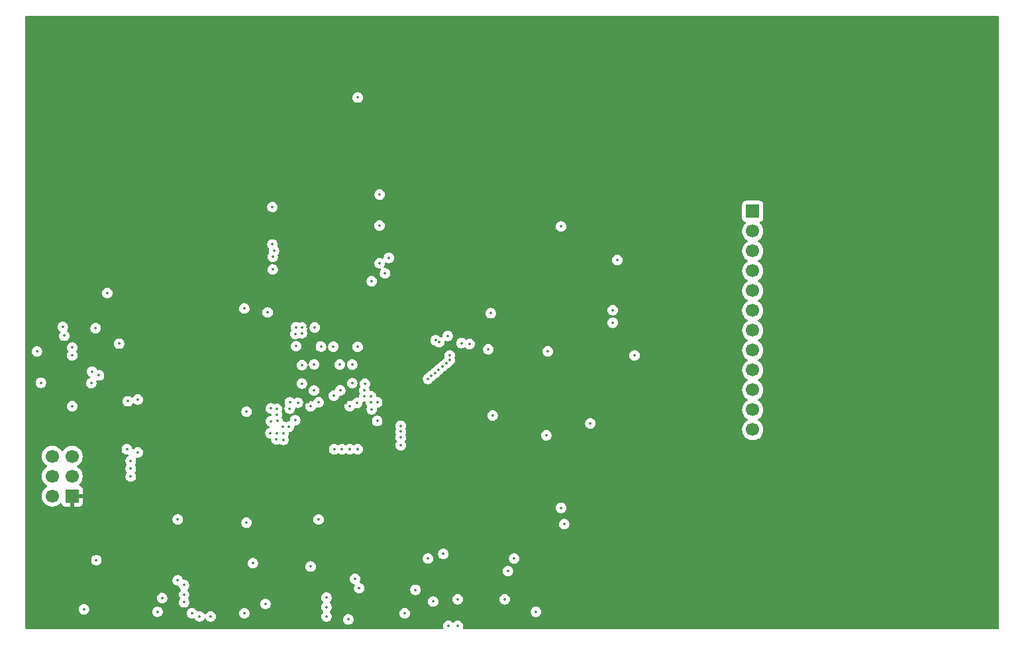
<source format=gbr>
%TF.GenerationSoftware,KiCad,Pcbnew,9.0.5*%
%TF.CreationDate,2025-12-06T10:01:17-08:00*%
%TF.ProjectId,project_byte_hamr,70726f6a-6563-4745-9f62-7974655f6861,rev?*%
%TF.SameCoordinates,Original*%
%TF.FileFunction,Copper,L2,Inr*%
%TF.FilePolarity,Positive*%
%FSLAX46Y46*%
G04 Gerber Fmt 4.6, Leading zero omitted, Abs format (unit mm)*
G04 Created by KiCad (PCBNEW 9.0.5) date 2025-12-06 10:01:17*
%MOMM*%
%LPD*%
G01*
G04 APERTURE LIST*
%TA.AperFunction,ComponentPad*%
%ADD10R,1.700000X1.700000*%
%TD*%
%TA.AperFunction,ComponentPad*%
%ADD11C,1.700000*%
%TD*%
%TA.AperFunction,ComponentPad*%
%ADD12C,6.000000*%
%TD*%
%TA.AperFunction,ViaPad*%
%ADD13C,0.350000*%
%TD*%
%TA.AperFunction,Conductor*%
%ADD14C,0.200000*%
%TD*%
G04 APERTURE END LIST*
D10*
%TO.N,I{slash}O_PIN_12*%
%TO.C,J1*%
X143500000Y-75560000D03*
D11*
%TO.N,I{slash}O_PIN_11*%
X143500000Y-78100000D03*
%TO.N,I{slash}O_PIN_10*%
X143500000Y-80640000D03*
%TO.N,I{slash}O_PIN_9*%
X143500000Y-83180000D03*
%TO.N,I{slash}O_PIN_8*%
X143500000Y-85720000D03*
%TO.N,I{slash}O_PIN_7*%
X143500000Y-88260000D03*
%TO.N,I{slash}O_PIN_6*%
X143500000Y-90800000D03*
%TO.N,I{slash}O_PIN_5*%
X143500000Y-93340000D03*
%TO.N,I{slash}O_PIN_4*%
X143500000Y-95880000D03*
%TO.N,I{slash}O_PIN_3*%
X143500000Y-98420000D03*
%TO.N,I{slash}O_PIN_2*%
X143500000Y-100960000D03*
%TO.N,I{slash}O_PIN_1*%
X143500000Y-103500000D03*
%TD*%
D12*
%TO.N,GND*%
%TO.C,H2*%
X171750000Y-53750000D03*
%TD*%
%TO.N,GND*%
%TO.C,H1*%
X53750000Y-53750000D03*
%TD*%
%TO.N,GND*%
%TO.C,H4*%
X53750000Y-120750000D03*
%TD*%
D10*
%TO.N,GND*%
%TO.C,J4*%
X56500000Y-112000000D03*
D11*
%TO.N,+3V3*%
X53960000Y-112000000D03*
%TO.N,JTAG_TDI*%
X56500000Y-109460000D03*
%TO.N,JTAG_TCK*%
X53960000Y-109460000D03*
%TO.N,JTAG_TMS*%
X56500000Y-106920000D03*
%TO.N,JTAG_TDO*%
X53960000Y-106920000D03*
%TD*%
D12*
%TO.N,GND*%
%TO.C,H3*%
X171750000Y-120750000D03*
%TD*%
D13*
%TO.N,+3V3*%
X85869360Y-95235770D03*
%TO.N,I{slash}O_PIN_10*%
X106264604Y-92418733D03*
%TO.N,I{slash}O_PIN_9*%
X107322632Y-92551458D03*
%TO.N,I{slash}O_PIN_12*%
X102958526Y-92073385D03*
%TO.N,I{slash}O_PIN_11*%
X103429159Y-92316266D03*
%TO.N,I{slash}O_PIN_8*%
X104772028Y-94000078D03*
%TO.N,I{slash}O_PIN_7*%
X104776522Y-94601892D03*
%TO.N,I{slash}O_PIN_6*%
X104341776Y-95001073D03*
%TO.N,I{slash}O_PIN_5*%
X103856803Y-95396357D03*
%TO.N,I{slash}O_PIN_4*%
X103334501Y-95844249D03*
%TO.N,I{slash}O_PIN_3*%
X102908836Y-96235263D03*
%TO.N,I{slash}O_PIN_2*%
X102424245Y-96636963D03*
%TO.N,I{slash}O_PIN_1*%
X102000000Y-97000000D03*
%TO.N,+5V*%
X119000000Y-113500000D03*
X128399080Y-94000000D03*
X119000000Y-77500000D03*
X126199080Y-81800000D03*
X122749080Y-102700000D03*
X125599080Y-89800000D03*
X117293021Y-93477912D03*
X52500000Y-97500000D03*
X117110888Y-104223717D03*
X125599080Y-88200000D03*
X61000000Y-86000000D03*
%TO.N,GND*%
X83600000Y-102300000D03*
X116249080Y-107700000D03*
X85800000Y-124000000D03*
X87505014Y-102399221D03*
X86691757Y-99992581D03*
X92276615Y-96007808D03*
X83600000Y-91300000D03*
X118399080Y-98200000D03*
X91600000Y-90300000D03*
X64600000Y-124000000D03*
X91497687Y-100098335D03*
X95584444Y-94484034D03*
X82217437Y-82217437D03*
X92260324Y-98456174D03*
X89907650Y-97592692D03*
X61000000Y-101500000D03*
X86624708Y-95994563D03*
X129399080Y-102600000D03*
X90693505Y-102407395D03*
X96285008Y-103186510D03*
X113500000Y-76000000D03*
X88303495Y-97580983D03*
X82168755Y-83800000D03*
X89100000Y-95300000D03*
X96210616Y-100710277D03*
X96061093Y-79727816D03*
X127842519Y-88225629D03*
X89105573Y-97580983D03*
X106800000Y-123800000D03*
X96000000Y-107000000D03*
X115500000Y-121000000D03*
X86600000Y-90300000D03*
X82600000Y-95300000D03*
X123199080Y-92800000D03*
X95585092Y-90483333D03*
X81946128Y-97646128D03*
X82000000Y-77500000D03*
X96000000Y-75000000D03*
X80500000Y-120000000D03*
X85888588Y-103202134D03*
X84500000Y-61000000D03*
X89096533Y-93648824D03*
X95600000Y-118600000D03*
X83500000Y-100000000D03*
X117599080Y-87600000D03*
X76400000Y-122800000D03*
X59000000Y-94500000D03*
X83600000Y-94300000D03*
X91496033Y-102397487D03*
X86702219Y-93576870D03*
X91469233Y-93601654D03*
%TO.N,+3V3*%
X92297230Y-95162328D03*
X104500000Y-91500000D03*
X78800000Y-101200000D03*
X88000000Y-115000000D03*
X52000000Y-93500000D03*
X94800000Y-84493620D03*
X109999080Y-88600000D03*
X70000000Y-115000000D03*
X119400000Y-115600000D03*
X85869360Y-97589168D03*
X82689278Y-100851900D03*
X64905000Y-106405000D03*
X81500000Y-88500000D03*
X88305876Y-92866896D03*
X82104580Y-75000000D03*
X93000000Y-61000000D03*
X88000000Y-100000000D03*
X100400000Y-124000000D03*
X56500000Y-100500000D03*
X95813086Y-73400000D03*
X95809782Y-77400000D03*
X95813996Y-82197060D03*
X82110949Y-79800000D03*
X59600000Y-120200000D03*
X78500000Y-88000000D03*
X89895430Y-92873242D03*
X78800000Y-115400000D03*
X79600000Y-120600000D03*
X62500000Y-92500000D03*
X82693640Y-101576098D03*
X92303474Y-97566478D03*
X113000000Y-120000000D03*
%TO.N,+1V1*%
X87428210Y-98494137D03*
X89944666Y-99144666D03*
X92000000Y-100500000D03*
X90713243Y-95155832D03*
X90766514Y-98482299D03*
X110249080Y-101700000D03*
X87000000Y-100520581D03*
X87440048Y-95138076D03*
%TO.N,+2V5*%
X92945220Y-100068273D03*
X85350000Y-100050000D03*
X85121803Y-92821803D03*
X93006669Y-92902106D03*
X109701470Y-93200000D03*
%TO.N,CARD5V*%
X86990597Y-121026187D03*
X58000000Y-126500000D03*
X99000000Y-127000000D03*
X68000000Y-125044617D03*
X111800000Y-125200000D03*
X78500000Y-127000000D03*
X115800000Y-126800000D03*
X89000000Y-125000000D03*
%TO.N,D2_5V*%
X70800000Y-124600000D03*
%TO.N,D0_5V*%
X70000000Y-122800000D03*
%TO.N,~{INH}_5V*%
X91800000Y-127800000D03*
%TO.N,7M_5V*%
X89000000Y-127400000D03*
%TO.N,~{RES}_5V*%
X102648396Y-125500000D03*
%TO.N,D1_5V*%
X70800000Y-123400000D03*
%TO.N,Q3_5V*%
X89000000Y-126200000D03*
%TO.N,~{NMI}_5V*%
X104600000Y-128600000D03*
%TO.N,D7_5V*%
X74200000Y-127400000D03*
%TO.N,DMA_IN_5V*%
X105800000Y-125200000D03*
%TO.N,INT_IN_5V*%
X105800000Y-128600000D03*
%TO.N,PHI0_5V*%
X92667771Y-122613449D03*
%TO.N,PHI1_5V*%
X93200000Y-123800000D03*
%TO.N,~{DEVICE_SELECT}_5V*%
X81200000Y-125800000D03*
%TO.N,D5_5V*%
X71800000Y-127000000D03*
%TO.N,D6_5V*%
X72800000Y-127400000D03*
%TO.N,D4_5V*%
X67400000Y-126800000D03*
%TO.N,USER1_5V*%
X112200000Y-121600000D03*
%TO.N,D3_5V*%
X70800000Y-125600000D03*
%TO.N,/flash/FLASH_nWP*%
X64000000Y-109500000D03*
X82622054Y-104724587D03*
%TO.N,/flash/FLASH_nHOLD*%
X81844171Y-103944171D03*
X63500000Y-106000000D03*
%TO.N,/flash/FLASH_MOSI*%
X82651444Y-103943198D03*
X64000000Y-108500000D03*
%TO.N,/flash/FLASH_MISO*%
X63635000Y-99865000D03*
X81920694Y-102420694D03*
%TO.N,/flash/FLASH_SCK*%
X82746161Y-102353839D03*
X64000000Y-107500000D03*
%TO.N,/flash/FLASH_nCS*%
X81912060Y-100787940D03*
X64905000Y-99636938D03*
%TO.N,/flash/FPGA_PROGRAMN*%
X83500000Y-104000000D03*
%TO.N,/flash/FPGA_DONE*%
X83500000Y-104800000D03*
%TO.N,/flash/FPGA_INITN*%
X83428247Y-103124177D03*
%TO.N,USB_FTDI_D-*%
X59500000Y-90500000D03*
X55295483Y-90341836D03*
%TO.N,USB_FTDI_D+*%
X55500000Y-91479437D03*
X56500000Y-93000000D03*
%TO.N,7M_3V3*%
X98500000Y-104500000D03*
X94797358Y-100897358D03*
%TO.N,SDRAM_D0*%
X96500000Y-83500000D03*
X85865699Y-91165699D03*
%TO.N,SDRAM_D13*%
X85106287Y-90389280D03*
X82316198Y-80600000D03*
%TO.N,Q3_3V3*%
X98500000Y-105500000D03*
X95500000Y-102400000D03*
%TO.N,JTAG_TDO*%
X56500000Y-94000000D03*
X84229955Y-103125404D03*
%TO.N,SDRAM_D15*%
X82144493Y-83000000D03*
X87521009Y-90419267D03*
%TO.N,JTAG_TDI*%
X58937500Y-97562500D03*
X84327261Y-100026579D03*
%TO.N,~{INH}_3V3*%
X94700000Y-100000000D03*
X98494014Y-103744014D03*
%TO.N,JTAG_TCK*%
X59937500Y-96562500D03*
X84307190Y-100803406D03*
%TO.N,SDRAM_D1*%
X85045058Y-91249071D03*
X97000000Y-81500000D03*
%TO.N,SDRAM_D14*%
X82146693Y-81378285D03*
X85915021Y-90418040D03*
%TO.N,JTAG_TMS*%
X85005208Y-102310111D03*
X59040042Y-96062500D03*
%TO.N,~{I{slash}O_STROBE}_3V3*%
X103950368Y-119417529D03*
X102000000Y-120000000D03*
%TO.N,A9_3V3*%
X91000000Y-106000000D03*
X93861449Y-98441250D03*
%TO.N,A14_3V3*%
X95500000Y-100000000D03*
X98500000Y-103000000D03*
%TO.N,A10_3V3*%
X93885949Y-99214051D03*
X92000000Y-106000000D03*
%TO.N,A11_3V3*%
X93000000Y-106000000D03*
X94698036Y-99214662D03*
%TO.N,A8_3V3*%
X93930385Y-97630385D03*
X90000000Y-106000000D03*
%TD*%
D14*
%TO.N,+3V3*%
X88238980Y-92800000D02*
X88305876Y-92866896D01*
%TD*%
%TA.AperFunction,Conductor*%
%TO.N,GND*%
G36*
X174941864Y-50600698D02*
G01*
X174987619Y-50653502D01*
X174998825Y-50705013D01*
X174998825Y-128876000D01*
X174979140Y-128943039D01*
X174926336Y-128988794D01*
X174874825Y-129000000D01*
X106551049Y-129000000D01*
X106484010Y-128980315D01*
X106438255Y-128927511D01*
X106428311Y-128858353D01*
X106436487Y-128828549D01*
X106449540Y-128797036D01*
X106475500Y-128666531D01*
X106475500Y-128533469D01*
X106475500Y-128533466D01*
X106449541Y-128402969D01*
X106449540Y-128402968D01*
X106449540Y-128402964D01*
X106447738Y-128398613D01*
X106398623Y-128280038D01*
X106398622Y-128280037D01*
X106398620Y-128280031D01*
X106365597Y-128230609D01*
X106324698Y-128169398D01*
X106324692Y-128169390D01*
X106230609Y-128075307D01*
X106230601Y-128075301D01*
X106119979Y-128001386D01*
X106119972Y-128001382D01*
X106119969Y-128001380D01*
X106119965Y-128001378D01*
X106119961Y-128001376D01*
X105997040Y-127950461D01*
X105997030Y-127950458D01*
X105866533Y-127924500D01*
X105866531Y-127924500D01*
X105733469Y-127924500D01*
X105733467Y-127924500D01*
X105602969Y-127950458D01*
X105602959Y-127950461D01*
X105480038Y-128001376D01*
X105480020Y-128001386D01*
X105369398Y-128075301D01*
X105369390Y-128075307D01*
X105287681Y-128157017D01*
X105226358Y-128190502D01*
X105156666Y-128185518D01*
X105112319Y-128157017D01*
X105030609Y-128075307D01*
X105030601Y-128075301D01*
X104919979Y-128001386D01*
X104919972Y-128001382D01*
X104919969Y-128001380D01*
X104919965Y-128001378D01*
X104919961Y-128001376D01*
X104797040Y-127950461D01*
X104797030Y-127950458D01*
X104666533Y-127924500D01*
X104666531Y-127924500D01*
X104533469Y-127924500D01*
X104533467Y-127924500D01*
X104402969Y-127950458D01*
X104402959Y-127950461D01*
X104280038Y-128001376D01*
X104280020Y-128001386D01*
X104169398Y-128075301D01*
X104169390Y-128075307D01*
X104075307Y-128169390D01*
X104075301Y-128169398D01*
X104001386Y-128280020D01*
X104001376Y-128280038D01*
X103950461Y-128402959D01*
X103950458Y-128402969D01*
X103924500Y-128533466D01*
X103924500Y-128533469D01*
X103924500Y-128666531D01*
X103924500Y-128666533D01*
X103924499Y-128666533D01*
X103950458Y-128797030D01*
X103950460Y-128797035D01*
X103963513Y-128828549D01*
X103970981Y-128898018D01*
X103939705Y-128960497D01*
X103879616Y-128996149D01*
X103848951Y-129000000D01*
X50624000Y-129000000D01*
X50556961Y-128980315D01*
X50511206Y-128927511D01*
X50500000Y-128876000D01*
X50500000Y-126566533D01*
X57324499Y-126566533D01*
X57350458Y-126697030D01*
X57350461Y-126697040D01*
X57401376Y-126819961D01*
X57401386Y-126819979D01*
X57475301Y-126930601D01*
X57475307Y-126930609D01*
X57569390Y-127024692D01*
X57569398Y-127024698D01*
X57680020Y-127098613D01*
X57680023Y-127098614D01*
X57680031Y-127098620D01*
X57680037Y-127098622D01*
X57680038Y-127098623D01*
X57802959Y-127149538D01*
X57802964Y-127149540D01*
X57802968Y-127149540D01*
X57802969Y-127149541D01*
X57933466Y-127175500D01*
X57933469Y-127175500D01*
X58066533Y-127175500D01*
X58154325Y-127158035D01*
X58197036Y-127149540D01*
X58319969Y-127098620D01*
X58430606Y-127024695D01*
X58524695Y-126930606D01*
X58567507Y-126866533D01*
X66724499Y-126866533D01*
X66750458Y-126997030D01*
X66750461Y-126997040D01*
X66801376Y-127119961D01*
X66801386Y-127119979D01*
X66875301Y-127230601D01*
X66875307Y-127230609D01*
X66969390Y-127324692D01*
X66969398Y-127324698D01*
X67080020Y-127398613D01*
X67080023Y-127398614D01*
X67080031Y-127398620D01*
X67202964Y-127449540D01*
X67202968Y-127449540D01*
X67202969Y-127449541D01*
X67333466Y-127475500D01*
X67333469Y-127475500D01*
X67466533Y-127475500D01*
X67554325Y-127458035D01*
X67597036Y-127449540D01*
X67719969Y-127398620D01*
X67830606Y-127324695D01*
X67924695Y-127230606D01*
X67998620Y-127119969D01*
X68020754Y-127066533D01*
X71124499Y-127066533D01*
X71150458Y-127197030D01*
X71150461Y-127197040D01*
X71201376Y-127319961D01*
X71201386Y-127319979D01*
X71275301Y-127430601D01*
X71275307Y-127430609D01*
X71369390Y-127524692D01*
X71369398Y-127524698D01*
X71480020Y-127598613D01*
X71480023Y-127598614D01*
X71480031Y-127598620D01*
X71480037Y-127598622D01*
X71480038Y-127598623D01*
X71549974Y-127627591D01*
X71602964Y-127649540D01*
X71602968Y-127649540D01*
X71602969Y-127649541D01*
X71733466Y-127675500D01*
X71733469Y-127675500D01*
X71866533Y-127675500D01*
X71954325Y-127658035D01*
X71997036Y-127649540D01*
X72031995Y-127635059D01*
X72101460Y-127627591D01*
X72163940Y-127658865D01*
X72194005Y-127702165D01*
X72201378Y-127719965D01*
X72201386Y-127719979D01*
X72275301Y-127830601D01*
X72275307Y-127830609D01*
X72369390Y-127924692D01*
X72369398Y-127924698D01*
X72480020Y-127998613D01*
X72480023Y-127998614D01*
X72480031Y-127998620D01*
X72480037Y-127998622D01*
X72480038Y-127998623D01*
X72486694Y-128001380D01*
X72602964Y-128049540D01*
X72602968Y-128049540D01*
X72602969Y-128049541D01*
X72733466Y-128075500D01*
X72733469Y-128075500D01*
X72866533Y-128075500D01*
X72954325Y-128058035D01*
X72997036Y-128049540D01*
X73119969Y-127998620D01*
X73230606Y-127924695D01*
X73324695Y-127830606D01*
X73396898Y-127722546D01*
X73450510Y-127677741D01*
X73519834Y-127669034D01*
X73582862Y-127699188D01*
X73603101Y-127722544D01*
X73644104Y-127783910D01*
X73675306Y-127830608D01*
X73769390Y-127924692D01*
X73769398Y-127924698D01*
X73880020Y-127998613D01*
X73880023Y-127998614D01*
X73880031Y-127998620D01*
X73880037Y-127998622D01*
X73880038Y-127998623D01*
X73886694Y-128001380D01*
X74002964Y-128049540D01*
X74002968Y-128049540D01*
X74002969Y-128049541D01*
X74133466Y-128075500D01*
X74133469Y-128075500D01*
X74266533Y-128075500D01*
X74354325Y-128058035D01*
X74397036Y-128049540D01*
X74519969Y-127998620D01*
X74630606Y-127924695D01*
X74724695Y-127830606D01*
X74798620Y-127719969D01*
X74849540Y-127597036D01*
X74858035Y-127554325D01*
X74875500Y-127466533D01*
X74875500Y-127333466D01*
X74849541Y-127202969D01*
X74849540Y-127202968D01*
X74849540Y-127202964D01*
X74827411Y-127149540D01*
X74798623Y-127080038D01*
X74798622Y-127080037D01*
X74798620Y-127080031D01*
X74789601Y-127066533D01*
X77824499Y-127066533D01*
X77850458Y-127197030D01*
X77850461Y-127197040D01*
X77901376Y-127319961D01*
X77901386Y-127319979D01*
X77975301Y-127430601D01*
X77975307Y-127430609D01*
X78069390Y-127524692D01*
X78069398Y-127524698D01*
X78180020Y-127598613D01*
X78180023Y-127598614D01*
X78180031Y-127598620D01*
X78180037Y-127598622D01*
X78180038Y-127598623D01*
X78249974Y-127627591D01*
X78302964Y-127649540D01*
X78302968Y-127649540D01*
X78302969Y-127649541D01*
X78433466Y-127675500D01*
X78433469Y-127675500D01*
X78566533Y-127675500D01*
X78654325Y-127658035D01*
X78697036Y-127649540D01*
X78819969Y-127598620D01*
X78930606Y-127524695D01*
X79024695Y-127430606D01*
X79098620Y-127319969D01*
X79149540Y-127197036D01*
X79168681Y-127100811D01*
X79175500Y-127066533D01*
X79175500Y-126933466D01*
X79149541Y-126802969D01*
X79149540Y-126802968D01*
X79149540Y-126802964D01*
X79117120Y-126724695D01*
X79098623Y-126680038D01*
X79098622Y-126680037D01*
X79098620Y-126680031D01*
X79065597Y-126630609D01*
X79024698Y-126569398D01*
X79024692Y-126569390D01*
X78930609Y-126475307D01*
X78930601Y-126475301D01*
X78819979Y-126401386D01*
X78819972Y-126401382D01*
X78819969Y-126401380D01*
X78819965Y-126401378D01*
X78819961Y-126401376D01*
X78697040Y-126350461D01*
X78697030Y-126350458D01*
X78566533Y-126324500D01*
X78566531Y-126324500D01*
X78433469Y-126324500D01*
X78433467Y-126324500D01*
X78302969Y-126350458D01*
X78302959Y-126350461D01*
X78180038Y-126401376D01*
X78180020Y-126401386D01*
X78069398Y-126475301D01*
X78069390Y-126475307D01*
X77975307Y-126569390D01*
X77975301Y-126569398D01*
X77901386Y-126680020D01*
X77901376Y-126680038D01*
X77850461Y-126802959D01*
X77850458Y-126802969D01*
X77824500Y-126933466D01*
X77824500Y-126933469D01*
X77824500Y-127066531D01*
X77824500Y-127066533D01*
X77824499Y-127066533D01*
X74789601Y-127066533D01*
X74724695Y-126969394D01*
X74724692Y-126969390D01*
X74630609Y-126875307D01*
X74630601Y-126875301D01*
X74519979Y-126801386D01*
X74519972Y-126801382D01*
X74519969Y-126801380D01*
X74519965Y-126801378D01*
X74519961Y-126801376D01*
X74397040Y-126750461D01*
X74397030Y-126750458D01*
X74266533Y-126724500D01*
X74266531Y-126724500D01*
X74133469Y-126724500D01*
X74133467Y-126724500D01*
X74002969Y-126750458D01*
X74002959Y-126750461D01*
X73880038Y-126801376D01*
X73880020Y-126801386D01*
X73769398Y-126875301D01*
X73769390Y-126875307D01*
X73675307Y-126969390D01*
X73675304Y-126969394D01*
X73603102Y-127077453D01*
X73549490Y-127122258D01*
X73480165Y-127130965D01*
X73417138Y-127100811D01*
X73396898Y-127077453D01*
X73324695Y-126969394D01*
X73324692Y-126969390D01*
X73230609Y-126875307D01*
X73230601Y-126875301D01*
X73119979Y-126801386D01*
X73119972Y-126801382D01*
X73119969Y-126801380D01*
X73119965Y-126801378D01*
X73119961Y-126801376D01*
X72997040Y-126750461D01*
X72997030Y-126750458D01*
X72866533Y-126724500D01*
X72866531Y-126724500D01*
X72733469Y-126724500D01*
X72733467Y-126724500D01*
X72602969Y-126750458D01*
X72602959Y-126750461D01*
X72568003Y-126764940D01*
X72498533Y-126772407D01*
X72436055Y-126741131D01*
X72405991Y-126697827D01*
X72405663Y-126697036D01*
X72398620Y-126680031D01*
X72365597Y-126630609D01*
X72324698Y-126569398D01*
X72324692Y-126569390D01*
X72230609Y-126475307D01*
X72230601Y-126475301D01*
X72119979Y-126401386D01*
X72119972Y-126401382D01*
X72119969Y-126401380D01*
X72119965Y-126401378D01*
X72119961Y-126401376D01*
X71997040Y-126350461D01*
X71997030Y-126350458D01*
X71866533Y-126324500D01*
X71866531Y-126324500D01*
X71733469Y-126324500D01*
X71733467Y-126324500D01*
X71602969Y-126350458D01*
X71602959Y-126350461D01*
X71480038Y-126401376D01*
X71480020Y-126401386D01*
X71369398Y-126475301D01*
X71369390Y-126475307D01*
X71275307Y-126569390D01*
X71275301Y-126569398D01*
X71201386Y-126680020D01*
X71201376Y-126680038D01*
X71150461Y-126802959D01*
X71150458Y-126802969D01*
X71124500Y-126933466D01*
X71124500Y-126933469D01*
X71124500Y-127066531D01*
X71124500Y-127066533D01*
X71124499Y-127066533D01*
X68020754Y-127066533D01*
X68049540Y-126997036D01*
X68073755Y-126875305D01*
X68075500Y-126866532D01*
X68075500Y-126733466D01*
X68049541Y-126602969D01*
X68049540Y-126602968D01*
X68049540Y-126602964D01*
X67998620Y-126480031D01*
X67995592Y-126475500D01*
X67924698Y-126369398D01*
X67924692Y-126369390D01*
X67830609Y-126275307D01*
X67830601Y-126275301D01*
X67719979Y-126201386D01*
X67719972Y-126201382D01*
X67719969Y-126201380D01*
X67719965Y-126201378D01*
X67719961Y-126201376D01*
X67597040Y-126150461D01*
X67597030Y-126150458D01*
X67466533Y-126124500D01*
X67466531Y-126124500D01*
X67333469Y-126124500D01*
X67333467Y-126124500D01*
X67202969Y-126150458D01*
X67202959Y-126150461D01*
X67080038Y-126201376D01*
X67080020Y-126201386D01*
X66969398Y-126275301D01*
X66969390Y-126275307D01*
X66875307Y-126369390D01*
X66875301Y-126369398D01*
X66801386Y-126480020D01*
X66801376Y-126480038D01*
X66750461Y-126602959D01*
X66750458Y-126602969D01*
X66724500Y-126733466D01*
X66724500Y-126733469D01*
X66724500Y-126866531D01*
X66724500Y-126866533D01*
X66724499Y-126866533D01*
X58567507Y-126866533D01*
X58598620Y-126819969D01*
X58649540Y-126697036D01*
X58662754Y-126630609D01*
X58675500Y-126566533D01*
X58675500Y-126433466D01*
X58649541Y-126302969D01*
X58649540Y-126302968D01*
X58649540Y-126302964D01*
X58627411Y-126249540D01*
X58598623Y-126180038D01*
X58598622Y-126180037D01*
X58598620Y-126180031D01*
X58595592Y-126175500D01*
X58524698Y-126069398D01*
X58524692Y-126069390D01*
X58430609Y-125975307D01*
X58430601Y-125975301D01*
X58319979Y-125901386D01*
X58319972Y-125901382D01*
X58319969Y-125901380D01*
X58319965Y-125901378D01*
X58319961Y-125901376D01*
X58197040Y-125850461D01*
X58197030Y-125850458D01*
X58066533Y-125824500D01*
X58066531Y-125824500D01*
X57933469Y-125824500D01*
X57933467Y-125824500D01*
X57802969Y-125850458D01*
X57802959Y-125850461D01*
X57680038Y-125901376D01*
X57680020Y-125901386D01*
X57569398Y-125975301D01*
X57569390Y-125975307D01*
X57475307Y-126069390D01*
X57475301Y-126069398D01*
X57401386Y-126180020D01*
X57401376Y-126180038D01*
X57350461Y-126302959D01*
X57350458Y-126302969D01*
X57324500Y-126433466D01*
X57324500Y-126433469D01*
X57324500Y-126566531D01*
X57324500Y-126566533D01*
X57324499Y-126566533D01*
X50500000Y-126566533D01*
X50500000Y-125111150D01*
X67324499Y-125111150D01*
X67350458Y-125241647D01*
X67350461Y-125241657D01*
X67401376Y-125364578D01*
X67401386Y-125364596D01*
X67475301Y-125475218D01*
X67475307Y-125475226D01*
X67569390Y-125569309D01*
X67569398Y-125569315D01*
X67680020Y-125643230D01*
X67680023Y-125643231D01*
X67680031Y-125643237D01*
X67680037Y-125643239D01*
X67680038Y-125643240D01*
X67736273Y-125666533D01*
X67802964Y-125694157D01*
X67802968Y-125694157D01*
X67802969Y-125694158D01*
X67933466Y-125720117D01*
X67933469Y-125720117D01*
X68066533Y-125720117D01*
X68154325Y-125702652D01*
X68197036Y-125694157D01*
X68319969Y-125643237D01*
X68430606Y-125569312D01*
X68524695Y-125475223D01*
X68598620Y-125364586D01*
X68649540Y-125241653D01*
X68658416Y-125197030D01*
X68675500Y-125111150D01*
X68675500Y-124978083D01*
X68649541Y-124847586D01*
X68649540Y-124847585D01*
X68649540Y-124847581D01*
X68631057Y-124802959D01*
X68598623Y-124724655D01*
X68598622Y-124724654D01*
X68598620Y-124724648D01*
X68565780Y-124675500D01*
X68524698Y-124614015D01*
X68524692Y-124614007D01*
X68430609Y-124519924D01*
X68430601Y-124519918D01*
X68319979Y-124446003D01*
X68319972Y-124445999D01*
X68319969Y-124445997D01*
X68319965Y-124445995D01*
X68319961Y-124445993D01*
X68197040Y-124395078D01*
X68197030Y-124395075D01*
X68066533Y-124369117D01*
X68066531Y-124369117D01*
X67933469Y-124369117D01*
X67933467Y-124369117D01*
X67802969Y-124395075D01*
X67802959Y-124395078D01*
X67680038Y-124445993D01*
X67680020Y-124446003D01*
X67569398Y-124519918D01*
X67569390Y-124519924D01*
X67475307Y-124614007D01*
X67475301Y-124614015D01*
X67401386Y-124724637D01*
X67401376Y-124724655D01*
X67350461Y-124847576D01*
X67350458Y-124847586D01*
X67324500Y-124978083D01*
X67324500Y-124978086D01*
X67324500Y-125111148D01*
X67324500Y-125111150D01*
X67324499Y-125111150D01*
X50500000Y-125111150D01*
X50500000Y-122866533D01*
X69324499Y-122866533D01*
X69350458Y-122997030D01*
X69350461Y-122997040D01*
X69401376Y-123119961D01*
X69401386Y-123119979D01*
X69475301Y-123230601D01*
X69475307Y-123230609D01*
X69569390Y-123324692D01*
X69569398Y-123324698D01*
X69680020Y-123398613D01*
X69680023Y-123398614D01*
X69680031Y-123398620D01*
X69680037Y-123398622D01*
X69680038Y-123398623D01*
X69686694Y-123401380D01*
X69802964Y-123449540D01*
X69802968Y-123449540D01*
X69802969Y-123449541D01*
X69933466Y-123475500D01*
X70024521Y-123475500D01*
X70091560Y-123495185D01*
X70137315Y-123547989D01*
X70146137Y-123575304D01*
X70150459Y-123597030D01*
X70150460Y-123597036D01*
X70150461Y-123597040D01*
X70201376Y-123719961D01*
X70201386Y-123719979D01*
X70275301Y-123830601D01*
X70275307Y-123830609D01*
X70357017Y-123912319D01*
X70390502Y-123973642D01*
X70385518Y-124043334D01*
X70357017Y-124087681D01*
X70275307Y-124169390D01*
X70275301Y-124169398D01*
X70201386Y-124280020D01*
X70201376Y-124280038D01*
X70150461Y-124402959D01*
X70150458Y-124402969D01*
X70124500Y-124533466D01*
X70124500Y-124533469D01*
X70124500Y-124666531D01*
X70124500Y-124666533D01*
X70124499Y-124666533D01*
X70150458Y-124797030D01*
X70150461Y-124797040D01*
X70201376Y-124919961D01*
X70201382Y-124919972D01*
X70275641Y-125031110D01*
X70296518Y-125097788D01*
X70278033Y-125165168D01*
X70275641Y-125168890D01*
X70201382Y-125280027D01*
X70201376Y-125280038D01*
X70150461Y-125402959D01*
X70150458Y-125402969D01*
X70124500Y-125533466D01*
X70124500Y-125533469D01*
X70124500Y-125666531D01*
X70124500Y-125666533D01*
X70124499Y-125666533D01*
X70150458Y-125797030D01*
X70150461Y-125797040D01*
X70201376Y-125919961D01*
X70201386Y-125919979D01*
X70275301Y-126030601D01*
X70275307Y-126030609D01*
X70369390Y-126124692D01*
X70369398Y-126124698D01*
X70480020Y-126198613D01*
X70480023Y-126198614D01*
X70480031Y-126198620D01*
X70480037Y-126198622D01*
X70480038Y-126198623D01*
X70486694Y-126201380D01*
X70602964Y-126249540D01*
X70602968Y-126249540D01*
X70602969Y-126249541D01*
X70733466Y-126275500D01*
X70733469Y-126275500D01*
X70866533Y-126275500D01*
X70954325Y-126258035D01*
X70997036Y-126249540D01*
X71119969Y-126198620D01*
X71230606Y-126124695D01*
X71324695Y-126030606D01*
X71398620Y-125919969D01*
X71420754Y-125866533D01*
X80524499Y-125866533D01*
X80550458Y-125997030D01*
X80550461Y-125997040D01*
X80601376Y-126119961D01*
X80601386Y-126119979D01*
X80675301Y-126230601D01*
X80675307Y-126230609D01*
X80769390Y-126324692D01*
X80769398Y-126324698D01*
X80880020Y-126398613D01*
X80880023Y-126398614D01*
X80880031Y-126398620D01*
X80880037Y-126398622D01*
X80880038Y-126398623D01*
X80964165Y-126433469D01*
X81002964Y-126449540D01*
X81002968Y-126449540D01*
X81002969Y-126449541D01*
X81133466Y-126475500D01*
X81133469Y-126475500D01*
X81266533Y-126475500D01*
X81354325Y-126458035D01*
X81397036Y-126449540D01*
X81519969Y-126398620D01*
X81630606Y-126324695D01*
X81724695Y-126230606D01*
X81798620Y-126119969D01*
X81849540Y-125997036D01*
X81868569Y-125901376D01*
X81875500Y-125866533D01*
X81875500Y-125733466D01*
X81849541Y-125602969D01*
X81849540Y-125602968D01*
X81849540Y-125602964D01*
X81798620Y-125480031D01*
X81795409Y-125475226D01*
X81724698Y-125369398D01*
X81724692Y-125369390D01*
X81630609Y-125275307D01*
X81630601Y-125275301D01*
X81519979Y-125201386D01*
X81519972Y-125201382D01*
X81519969Y-125201380D01*
X81519965Y-125201378D01*
X81519961Y-125201376D01*
X81397040Y-125150461D01*
X81397030Y-125150458D01*
X81266533Y-125124500D01*
X81266531Y-125124500D01*
X81133469Y-125124500D01*
X81133467Y-125124500D01*
X81002969Y-125150458D01*
X81002959Y-125150461D01*
X80880038Y-125201376D01*
X80880020Y-125201386D01*
X80769398Y-125275301D01*
X80769390Y-125275307D01*
X80675307Y-125369390D01*
X80675301Y-125369398D01*
X80601386Y-125480020D01*
X80601376Y-125480038D01*
X80550461Y-125602959D01*
X80550458Y-125602969D01*
X80524500Y-125733466D01*
X80524500Y-125733469D01*
X80524500Y-125866531D01*
X80524500Y-125866533D01*
X80524499Y-125866533D01*
X71420754Y-125866533D01*
X71449540Y-125797036D01*
X71462185Y-125733466D01*
X71468209Y-125703185D01*
X71468209Y-125703184D01*
X71475500Y-125666532D01*
X71475500Y-125533466D01*
X71449541Y-125402969D01*
X71449540Y-125402968D01*
X71449540Y-125402964D01*
X71433648Y-125364596D01*
X71398623Y-125280038D01*
X71398622Y-125280037D01*
X71398620Y-125280031D01*
X71395464Y-125275307D01*
X71324359Y-125168890D01*
X71319365Y-125152942D01*
X71309826Y-125139217D01*
X71309140Y-125120287D01*
X71303481Y-125102213D01*
X71307883Y-125085567D01*
X71307298Y-125069393D01*
X71308572Y-125066533D01*
X88324499Y-125066533D01*
X88350458Y-125197030D01*
X88350461Y-125197040D01*
X88401376Y-125319961D01*
X88401386Y-125319979D01*
X88475301Y-125430601D01*
X88475307Y-125430609D01*
X88557017Y-125512319D01*
X88590502Y-125573642D01*
X88585518Y-125643334D01*
X88557017Y-125687681D01*
X88475307Y-125769390D01*
X88475301Y-125769398D01*
X88401386Y-125880020D01*
X88401376Y-125880038D01*
X88350461Y-126002959D01*
X88350458Y-126002969D01*
X88324500Y-126133466D01*
X88324500Y-126133469D01*
X88324500Y-126266531D01*
X88324500Y-126266533D01*
X88324499Y-126266533D01*
X88350458Y-126397030D01*
X88350461Y-126397040D01*
X88401376Y-126519961D01*
X88401386Y-126519979D01*
X88475301Y-126630601D01*
X88475307Y-126630609D01*
X88557017Y-126712319D01*
X88590502Y-126773642D01*
X88585518Y-126843334D01*
X88557017Y-126887681D01*
X88475307Y-126969390D01*
X88475301Y-126969398D01*
X88401386Y-127080020D01*
X88401376Y-127080038D01*
X88350461Y-127202959D01*
X88350458Y-127202969D01*
X88324500Y-127333466D01*
X88324500Y-127333469D01*
X88324500Y-127466531D01*
X88324500Y-127466533D01*
X88324499Y-127466533D01*
X88350458Y-127597030D01*
X88350461Y-127597040D01*
X88401376Y-127719961D01*
X88401386Y-127719979D01*
X88475301Y-127830601D01*
X88475307Y-127830609D01*
X88569390Y-127924692D01*
X88569398Y-127924698D01*
X88680020Y-127998613D01*
X88680023Y-127998614D01*
X88680031Y-127998620D01*
X88680037Y-127998622D01*
X88680038Y-127998623D01*
X88686694Y-128001380D01*
X88802964Y-128049540D01*
X88802968Y-128049540D01*
X88802969Y-128049541D01*
X88933466Y-128075500D01*
X88933469Y-128075500D01*
X89066533Y-128075500D01*
X89154325Y-128058035D01*
X89197036Y-128049540D01*
X89319969Y-127998620D01*
X89430606Y-127924695D01*
X89488768Y-127866533D01*
X91124499Y-127866533D01*
X91150458Y-127997030D01*
X91150461Y-127997040D01*
X91201376Y-128119961D01*
X91201386Y-128119979D01*
X91275301Y-128230601D01*
X91275307Y-128230609D01*
X91369390Y-128324692D01*
X91369398Y-128324698D01*
X91480020Y-128398613D01*
X91480023Y-128398614D01*
X91480031Y-128398620D01*
X91480037Y-128398622D01*
X91480038Y-128398623D01*
X91602959Y-128449538D01*
X91602964Y-128449540D01*
X91602968Y-128449540D01*
X91602969Y-128449541D01*
X91733466Y-128475500D01*
X91733469Y-128475500D01*
X91866533Y-128475500D01*
X91954325Y-128458035D01*
X91997036Y-128449540D01*
X92119969Y-128398620D01*
X92230606Y-128324695D01*
X92324695Y-128230606D01*
X92398620Y-128119969D01*
X92449540Y-127997036D01*
X92458805Y-127950458D01*
X92475500Y-127866533D01*
X92475500Y-127733466D01*
X92449541Y-127602969D01*
X92449540Y-127602968D01*
X92449540Y-127602964D01*
X92440215Y-127580451D01*
X92398623Y-127480038D01*
X92398622Y-127480037D01*
X92398620Y-127480031D01*
X92395592Y-127475500D01*
X92324698Y-127369398D01*
X92324692Y-127369390D01*
X92230609Y-127275307D01*
X92230601Y-127275301D01*
X92119979Y-127201386D01*
X92119972Y-127201382D01*
X92119969Y-127201380D01*
X92119965Y-127201378D01*
X92119961Y-127201376D01*
X91997040Y-127150461D01*
X91997030Y-127150458D01*
X91866533Y-127124500D01*
X91866531Y-127124500D01*
X91733469Y-127124500D01*
X91733467Y-127124500D01*
X91602969Y-127150458D01*
X91602959Y-127150461D01*
X91480038Y-127201376D01*
X91480020Y-127201386D01*
X91369398Y-127275301D01*
X91369390Y-127275307D01*
X91275307Y-127369390D01*
X91275301Y-127369398D01*
X91201386Y-127480020D01*
X91201376Y-127480038D01*
X91150461Y-127602959D01*
X91150458Y-127602969D01*
X91124500Y-127733466D01*
X91124500Y-127733469D01*
X91124500Y-127866531D01*
X91124500Y-127866533D01*
X91124499Y-127866533D01*
X89488768Y-127866533D01*
X89524695Y-127830606D01*
X89598620Y-127719969D01*
X89649540Y-127597036D01*
X89658035Y-127554325D01*
X89675500Y-127466533D01*
X89675500Y-127333466D01*
X89649541Y-127202969D01*
X89649540Y-127202968D01*
X89649540Y-127202964D01*
X89627411Y-127149540D01*
X89598623Y-127080038D01*
X89598622Y-127080037D01*
X89598620Y-127080031D01*
X89589601Y-127066533D01*
X98324499Y-127066533D01*
X98350458Y-127197030D01*
X98350461Y-127197040D01*
X98401376Y-127319961D01*
X98401386Y-127319979D01*
X98475301Y-127430601D01*
X98475307Y-127430609D01*
X98569390Y-127524692D01*
X98569398Y-127524698D01*
X98680020Y-127598613D01*
X98680023Y-127598614D01*
X98680031Y-127598620D01*
X98680037Y-127598622D01*
X98680038Y-127598623D01*
X98749974Y-127627591D01*
X98802964Y-127649540D01*
X98802968Y-127649540D01*
X98802969Y-127649541D01*
X98933466Y-127675500D01*
X98933469Y-127675500D01*
X99066533Y-127675500D01*
X99154325Y-127658035D01*
X99197036Y-127649540D01*
X99319969Y-127598620D01*
X99430606Y-127524695D01*
X99524695Y-127430606D01*
X99598620Y-127319969D01*
X99649540Y-127197036D01*
X99668681Y-127100811D01*
X99675500Y-127066533D01*
X99675500Y-126933466D01*
X99662185Y-126866533D01*
X115124499Y-126866533D01*
X115150458Y-126997030D01*
X115150461Y-126997040D01*
X115201376Y-127119961D01*
X115201386Y-127119979D01*
X115275301Y-127230601D01*
X115275307Y-127230609D01*
X115369390Y-127324692D01*
X115369398Y-127324698D01*
X115480020Y-127398613D01*
X115480023Y-127398614D01*
X115480031Y-127398620D01*
X115602964Y-127449540D01*
X115602968Y-127449540D01*
X115602969Y-127449541D01*
X115733466Y-127475500D01*
X115733469Y-127475500D01*
X115866533Y-127475500D01*
X115954325Y-127458035D01*
X115997036Y-127449540D01*
X116119969Y-127398620D01*
X116230606Y-127324695D01*
X116324695Y-127230606D01*
X116398620Y-127119969D01*
X116449540Y-126997036D01*
X116472198Y-126883131D01*
X116475500Y-126866533D01*
X116475500Y-126733466D01*
X116449541Y-126602969D01*
X116449540Y-126602968D01*
X116449540Y-126602964D01*
X116398620Y-126480031D01*
X116395592Y-126475500D01*
X116324698Y-126369398D01*
X116324692Y-126369390D01*
X116230609Y-126275307D01*
X116230601Y-126275301D01*
X116119979Y-126201386D01*
X116119972Y-126201382D01*
X116119969Y-126201380D01*
X116119965Y-126201378D01*
X116119961Y-126201376D01*
X115997040Y-126150461D01*
X115997030Y-126150458D01*
X115866533Y-126124500D01*
X115866531Y-126124500D01*
X115733469Y-126124500D01*
X115733467Y-126124500D01*
X115602969Y-126150458D01*
X115602959Y-126150461D01*
X115480038Y-126201376D01*
X115480020Y-126201386D01*
X115369398Y-126275301D01*
X115369390Y-126275307D01*
X115275307Y-126369390D01*
X115275301Y-126369398D01*
X115201386Y-126480020D01*
X115201376Y-126480038D01*
X115150461Y-126602959D01*
X115150458Y-126602969D01*
X115124500Y-126733466D01*
X115124500Y-126733469D01*
X115124500Y-126866531D01*
X115124500Y-126866533D01*
X115124499Y-126866533D01*
X99662185Y-126866533D01*
X99649541Y-126802969D01*
X99649540Y-126802968D01*
X99649540Y-126802964D01*
X99598620Y-126680031D01*
X99565597Y-126630609D01*
X99524698Y-126569398D01*
X99524692Y-126569390D01*
X99430609Y-126475307D01*
X99430601Y-126475301D01*
X99319979Y-126401386D01*
X99319972Y-126401382D01*
X99319969Y-126401380D01*
X99319965Y-126401378D01*
X99319961Y-126401376D01*
X99197040Y-126350461D01*
X99197030Y-126350458D01*
X99066533Y-126324500D01*
X99066531Y-126324500D01*
X98933469Y-126324500D01*
X98933467Y-126324500D01*
X98802969Y-126350458D01*
X98802959Y-126350461D01*
X98680038Y-126401376D01*
X98680020Y-126401386D01*
X98569398Y-126475301D01*
X98569390Y-126475307D01*
X98475307Y-126569390D01*
X98475301Y-126569398D01*
X98401386Y-126680020D01*
X98401376Y-126680038D01*
X98350461Y-126802959D01*
X98350458Y-126802969D01*
X98324500Y-126933466D01*
X98324500Y-126933469D01*
X98324500Y-127066531D01*
X98324500Y-127066533D01*
X98324499Y-127066533D01*
X89589601Y-127066533D01*
X89524695Y-126969394D01*
X89440774Y-126885473D01*
X89438658Y-126883131D01*
X89424796Y-126854375D01*
X89409498Y-126826358D01*
X89409729Y-126823118D01*
X89408319Y-126820192D01*
X89412205Y-126788505D01*
X89414482Y-126756666D01*
X89416493Y-126753535D01*
X89416824Y-126750842D01*
X89423011Y-126743394D01*
X89442983Y-126712319D01*
X89524692Y-126630609D01*
X89524695Y-126630606D01*
X89598620Y-126519969D01*
X89649540Y-126397036D01*
X89658805Y-126350458D01*
X89675500Y-126266533D01*
X89675500Y-126133466D01*
X89649541Y-126002969D01*
X89649540Y-126002968D01*
X89649540Y-126002964D01*
X89615159Y-125919961D01*
X89598623Y-125880038D01*
X89598622Y-125880037D01*
X89598620Y-125880031D01*
X89595592Y-125875500D01*
X89524698Y-125769398D01*
X89524692Y-125769390D01*
X89442983Y-125687681D01*
X89441228Y-125684467D01*
X89438118Y-125682531D01*
X89424606Y-125654026D01*
X89409498Y-125626358D01*
X89409759Y-125622705D01*
X89408190Y-125619395D01*
X89412232Y-125588121D01*
X89413776Y-125566533D01*
X101972895Y-125566533D01*
X101998854Y-125697030D01*
X101998857Y-125697040D01*
X102049772Y-125819961D01*
X102049782Y-125819979D01*
X102123697Y-125930601D01*
X102123703Y-125930609D01*
X102217786Y-126024692D01*
X102217794Y-126024698D01*
X102328416Y-126098613D01*
X102328419Y-126098614D01*
X102328427Y-126098620D01*
X102328433Y-126098622D01*
X102328434Y-126098623D01*
X102412561Y-126133469D01*
X102451360Y-126149540D01*
X102451364Y-126149540D01*
X102451365Y-126149541D01*
X102581862Y-126175500D01*
X102581865Y-126175500D01*
X102714929Y-126175500D01*
X102802721Y-126158035D01*
X102845432Y-126149540D01*
X102968365Y-126098620D01*
X103079002Y-126024695D01*
X103173091Y-125930606D01*
X103247016Y-125819969D01*
X103297936Y-125697036D01*
X103316964Y-125601380D01*
X103323896Y-125566533D01*
X103323896Y-125433466D01*
X103297937Y-125302969D01*
X103297936Y-125302968D01*
X103297936Y-125302964D01*
X103282846Y-125266533D01*
X105124499Y-125266533D01*
X105150458Y-125397030D01*
X105150461Y-125397040D01*
X105201376Y-125519961D01*
X105201386Y-125519979D01*
X105275301Y-125630601D01*
X105275307Y-125630609D01*
X105369390Y-125724692D01*
X105369398Y-125724698D01*
X105480020Y-125798613D01*
X105480023Y-125798614D01*
X105480031Y-125798620D01*
X105480037Y-125798622D01*
X105480038Y-125798623D01*
X105542511Y-125824500D01*
X105602964Y-125849540D01*
X105602968Y-125849540D01*
X105602969Y-125849541D01*
X105733466Y-125875500D01*
X105733469Y-125875500D01*
X105866533Y-125875500D01*
X105954325Y-125858035D01*
X105997036Y-125849540D01*
X106119969Y-125798620D01*
X106230606Y-125724695D01*
X106324695Y-125630606D01*
X106398620Y-125519969D01*
X106449540Y-125397036D01*
X106468254Y-125302959D01*
X106475500Y-125266533D01*
X111124499Y-125266533D01*
X111150458Y-125397030D01*
X111150461Y-125397040D01*
X111201376Y-125519961D01*
X111201386Y-125519979D01*
X111275301Y-125630601D01*
X111275307Y-125630609D01*
X111369390Y-125724692D01*
X111369398Y-125724698D01*
X111480020Y-125798613D01*
X111480023Y-125798614D01*
X111480031Y-125798620D01*
X111480037Y-125798622D01*
X111480038Y-125798623D01*
X111542511Y-125824500D01*
X111602964Y-125849540D01*
X111602968Y-125849540D01*
X111602969Y-125849541D01*
X111733466Y-125875500D01*
X111733469Y-125875500D01*
X111866533Y-125875500D01*
X111954325Y-125858035D01*
X111997036Y-125849540D01*
X112119969Y-125798620D01*
X112230606Y-125724695D01*
X112324695Y-125630606D01*
X112398620Y-125519969D01*
X112449540Y-125397036D01*
X112468254Y-125302959D01*
X112475500Y-125266533D01*
X112475500Y-125133466D01*
X112449541Y-125002969D01*
X112449540Y-125002968D01*
X112449540Y-125002964D01*
X112415159Y-124919961D01*
X112398623Y-124880038D01*
X112398622Y-124880037D01*
X112398620Y-124880031D01*
X112378861Y-124850460D01*
X112324698Y-124769398D01*
X112324692Y-124769390D01*
X112230609Y-124675307D01*
X112230601Y-124675301D01*
X112119979Y-124601386D01*
X112119972Y-124601382D01*
X112119969Y-124601380D01*
X112119965Y-124601378D01*
X112119961Y-124601376D01*
X111997040Y-124550461D01*
X111997030Y-124550458D01*
X111866533Y-124524500D01*
X111866531Y-124524500D01*
X111733469Y-124524500D01*
X111733467Y-124524500D01*
X111602969Y-124550458D01*
X111602959Y-124550461D01*
X111480038Y-124601376D01*
X111480020Y-124601386D01*
X111369398Y-124675301D01*
X111369390Y-124675307D01*
X111275307Y-124769390D01*
X111275301Y-124769398D01*
X111201386Y-124880020D01*
X111201376Y-124880038D01*
X111150461Y-125002959D01*
X111150458Y-125002969D01*
X111124500Y-125133466D01*
X111124500Y-125133469D01*
X111124500Y-125266531D01*
X111124500Y-125266533D01*
X111124499Y-125266533D01*
X106475500Y-125266533D01*
X106475500Y-125133466D01*
X106449541Y-125002969D01*
X106449540Y-125002968D01*
X106449540Y-125002964D01*
X106415159Y-124919961D01*
X106398623Y-124880038D01*
X106398622Y-124880037D01*
X106398620Y-124880031D01*
X106378861Y-124850460D01*
X106324698Y-124769398D01*
X106324692Y-124769390D01*
X106230609Y-124675307D01*
X106230601Y-124675301D01*
X106119979Y-124601386D01*
X106119972Y-124601382D01*
X106119969Y-124601380D01*
X106119965Y-124601378D01*
X106119961Y-124601376D01*
X105997040Y-124550461D01*
X105997030Y-124550458D01*
X105866533Y-124524500D01*
X105866531Y-124524500D01*
X105733469Y-124524500D01*
X105733467Y-124524500D01*
X105602969Y-124550458D01*
X105602959Y-124550461D01*
X105480038Y-124601376D01*
X105480020Y-124601386D01*
X105369398Y-124675301D01*
X105369390Y-124675307D01*
X105275307Y-124769390D01*
X105275301Y-124769398D01*
X105201386Y-124880020D01*
X105201376Y-124880038D01*
X105150461Y-125002959D01*
X105150458Y-125002969D01*
X105124500Y-125133466D01*
X105124500Y-125133469D01*
X105124500Y-125266531D01*
X105124500Y-125266533D01*
X105124499Y-125266533D01*
X103282846Y-125266533D01*
X103247016Y-125180031D01*
X103227258Y-125150461D01*
X103173091Y-125069393D01*
X103079005Y-124975307D01*
X103078997Y-124975301D01*
X102968375Y-124901386D01*
X102968368Y-124901382D01*
X102968365Y-124901380D01*
X102968361Y-124901378D01*
X102968357Y-124901376D01*
X102845436Y-124850461D01*
X102845426Y-124850458D01*
X102714929Y-124824500D01*
X102714927Y-124824500D01*
X102581865Y-124824500D01*
X102581863Y-124824500D01*
X102451365Y-124850458D01*
X102451355Y-124850461D01*
X102328434Y-124901376D01*
X102328416Y-124901386D01*
X102217794Y-124975301D01*
X102217786Y-124975307D01*
X102123703Y-125069390D01*
X102123701Y-125069393D01*
X102049782Y-125180020D01*
X102049772Y-125180038D01*
X101998857Y-125302959D01*
X101998854Y-125302969D01*
X101972896Y-125433466D01*
X101972896Y-125433469D01*
X101972896Y-125566531D01*
X101972896Y-125566533D01*
X101972895Y-125566533D01*
X89413776Y-125566533D01*
X89414482Y-125556666D01*
X89416815Y-125552669D01*
X89417147Y-125550102D01*
X89425121Y-125538439D01*
X89435803Y-125520142D01*
X89439230Y-125516070D01*
X89524695Y-125430606D01*
X89598620Y-125319969D01*
X89649540Y-125197036D01*
X89664807Y-125120287D01*
X89675500Y-125066533D01*
X89675500Y-124933466D01*
X89649541Y-124802969D01*
X89649540Y-124802968D01*
X89649540Y-124802964D01*
X89598620Y-124680031D01*
X89595592Y-124675500D01*
X89524698Y-124569398D01*
X89524692Y-124569390D01*
X89430609Y-124475307D01*
X89430601Y-124475301D01*
X89319979Y-124401386D01*
X89319972Y-124401382D01*
X89319969Y-124401380D01*
X89319965Y-124401378D01*
X89319961Y-124401376D01*
X89197040Y-124350461D01*
X89197030Y-124350458D01*
X89066533Y-124324500D01*
X89066531Y-124324500D01*
X88933469Y-124324500D01*
X88933467Y-124324500D01*
X88802969Y-124350458D01*
X88802959Y-124350461D01*
X88680038Y-124401376D01*
X88680020Y-124401386D01*
X88569398Y-124475301D01*
X88569390Y-124475307D01*
X88475307Y-124569390D01*
X88475301Y-124569398D01*
X88401386Y-124680020D01*
X88401376Y-124680038D01*
X88350461Y-124802959D01*
X88350458Y-124802969D01*
X88324500Y-124933466D01*
X88324500Y-124933469D01*
X88324500Y-125066531D01*
X88324500Y-125066533D01*
X88324499Y-125066533D01*
X71308572Y-125066533D01*
X71319262Y-125042545D01*
X71320788Y-125036779D01*
X71324084Y-125031216D01*
X71324695Y-125030606D01*
X71398620Y-124919969D01*
X71449540Y-124797036D01*
X71463938Y-124724655D01*
X71475500Y-124666533D01*
X71475500Y-124533466D01*
X71449541Y-124402969D01*
X71449540Y-124402968D01*
X71449540Y-124402964D01*
X71427792Y-124350458D01*
X71398623Y-124280038D01*
X71398622Y-124280037D01*
X71398620Y-124280031D01*
X71365597Y-124230609D01*
X71324698Y-124169398D01*
X71324692Y-124169390D01*
X71242983Y-124087681D01*
X71209498Y-124026358D01*
X71214482Y-123956666D01*
X71242983Y-123912319D01*
X71324692Y-123830609D01*
X71324695Y-123830606D01*
X71398620Y-123719969D01*
X71449540Y-123597036D01*
X71469800Y-123495185D01*
X71475500Y-123466533D01*
X71475500Y-123333466D01*
X71449541Y-123202969D01*
X71449540Y-123202968D01*
X71449540Y-123202964D01*
X71419245Y-123129825D01*
X71398623Y-123080038D01*
X71398622Y-123080037D01*
X71398620Y-123080031D01*
X71375319Y-123045159D01*
X71324698Y-122969398D01*
X71324692Y-122969390D01*
X71230609Y-122875307D01*
X71230601Y-122875301D01*
X71119979Y-122801386D01*
X71119972Y-122801382D01*
X71119969Y-122801380D01*
X71119965Y-122801378D01*
X71119961Y-122801376D01*
X70997040Y-122750461D01*
X70997030Y-122750458D01*
X70866533Y-122724500D01*
X70866531Y-122724500D01*
X70775479Y-122724500D01*
X70750070Y-122717039D01*
X70723862Y-122713246D01*
X70717069Y-122707348D01*
X70708440Y-122704815D01*
X70691099Y-122684802D01*
X70685547Y-122679982D01*
X91992270Y-122679982D01*
X92018229Y-122810479D01*
X92018232Y-122810489D01*
X92069147Y-122933410D01*
X92069157Y-122933428D01*
X92143072Y-123044050D01*
X92143078Y-123044058D01*
X92237161Y-123138141D01*
X92237169Y-123138147D01*
X92347791Y-123212062D01*
X92347794Y-123212063D01*
X92347802Y-123212069D01*
X92347808Y-123212071D01*
X92347809Y-123212072D01*
X92392555Y-123230606D01*
X92470735Y-123262989D01*
X92470739Y-123262989D01*
X92470740Y-123262990D01*
X92532049Y-123275186D01*
X92593960Y-123307571D01*
X92628534Y-123368287D01*
X92624793Y-123438057D01*
X92610961Y-123465691D01*
X92601384Y-123480024D01*
X92601376Y-123480038D01*
X92550461Y-123602959D01*
X92550458Y-123602969D01*
X92524500Y-123733466D01*
X92524500Y-123733469D01*
X92524500Y-123866531D01*
X92524500Y-123866533D01*
X92524499Y-123866533D01*
X92550458Y-123997030D01*
X92550461Y-123997040D01*
X92601376Y-124119961D01*
X92601386Y-124119979D01*
X92675301Y-124230601D01*
X92675307Y-124230609D01*
X92769390Y-124324692D01*
X92769398Y-124324698D01*
X92880020Y-124398613D01*
X92880023Y-124398614D01*
X92880031Y-124398620D01*
X92880037Y-124398622D01*
X92880038Y-124398623D01*
X92957241Y-124430601D01*
X93002964Y-124449540D01*
X93002968Y-124449540D01*
X93002969Y-124449541D01*
X93133466Y-124475500D01*
X93133469Y-124475500D01*
X93266533Y-124475500D01*
X93354325Y-124458035D01*
X93397036Y-124449540D01*
X93519969Y-124398620D01*
X93630606Y-124324695D01*
X93724695Y-124230606D01*
X93798620Y-124119969D01*
X93820754Y-124066533D01*
X99724499Y-124066533D01*
X99750458Y-124197030D01*
X99750461Y-124197040D01*
X99801376Y-124319961D01*
X99801386Y-124319979D01*
X99875301Y-124430601D01*
X99875307Y-124430609D01*
X99969390Y-124524692D01*
X99969398Y-124524698D01*
X100080020Y-124598613D01*
X100080023Y-124598614D01*
X100080031Y-124598620D01*
X100080037Y-124598622D01*
X100080038Y-124598623D01*
X100117198Y-124614015D01*
X100202964Y-124649540D01*
X100202968Y-124649540D01*
X100202969Y-124649541D01*
X100333466Y-124675500D01*
X100333469Y-124675500D01*
X100466533Y-124675500D01*
X100554325Y-124658035D01*
X100597036Y-124649540D01*
X100719969Y-124598620D01*
X100830606Y-124524695D01*
X100924695Y-124430606D01*
X100998620Y-124319969D01*
X101049540Y-124197036D01*
X101075500Y-124066531D01*
X101075500Y-123933469D01*
X101075500Y-123933466D01*
X101049541Y-123802969D01*
X101049540Y-123802968D01*
X101049540Y-123802964D01*
X100998620Y-123680031D01*
X100947122Y-123602959D01*
X100924698Y-123569398D01*
X100924692Y-123569390D01*
X100830609Y-123475307D01*
X100830601Y-123475301D01*
X100719979Y-123401386D01*
X100719972Y-123401382D01*
X100719969Y-123401380D01*
X100719965Y-123401378D01*
X100719961Y-123401376D01*
X100597040Y-123350461D01*
X100597030Y-123350458D01*
X100466533Y-123324500D01*
X100466531Y-123324500D01*
X100333469Y-123324500D01*
X100333467Y-123324500D01*
X100202969Y-123350458D01*
X100202959Y-123350461D01*
X100080038Y-123401376D01*
X100080020Y-123401386D01*
X99969398Y-123475301D01*
X99969390Y-123475307D01*
X99875307Y-123569390D01*
X99875301Y-123569398D01*
X99801386Y-123680020D01*
X99801376Y-123680038D01*
X99750461Y-123802959D01*
X99750458Y-123802969D01*
X99724500Y-123933466D01*
X99724500Y-123933469D01*
X99724500Y-124066531D01*
X99724500Y-124066533D01*
X99724499Y-124066533D01*
X93820754Y-124066533D01*
X93849540Y-123997036D01*
X93875500Y-123866531D01*
X93875500Y-123733469D01*
X93875500Y-123733466D01*
X93849541Y-123602969D01*
X93849540Y-123602968D01*
X93849540Y-123602964D01*
X93847082Y-123597030D01*
X93798623Y-123480038D01*
X93798622Y-123480037D01*
X93798620Y-123480031D01*
X93795592Y-123475500D01*
X93724698Y-123369398D01*
X93724692Y-123369390D01*
X93630609Y-123275307D01*
X93630601Y-123275301D01*
X93519979Y-123201386D01*
X93519972Y-123201382D01*
X93519969Y-123201380D01*
X93519965Y-123201378D01*
X93519961Y-123201376D01*
X93397040Y-123150461D01*
X93397033Y-123150459D01*
X93335719Y-123138262D01*
X93273809Y-123105876D01*
X93239236Y-123045159D01*
X93242977Y-122975390D01*
X93256809Y-122947757D01*
X93266391Y-122933418D01*
X93317311Y-122810485D01*
X93329252Y-122750458D01*
X93343271Y-122679982D01*
X93343271Y-122546915D01*
X93317312Y-122416418D01*
X93317311Y-122416417D01*
X93317311Y-122416413D01*
X93266391Y-122293480D01*
X93254377Y-122275500D01*
X93192469Y-122182847D01*
X93192463Y-122182839D01*
X93098380Y-122088756D01*
X93098372Y-122088750D01*
X92987750Y-122014835D01*
X92987743Y-122014831D01*
X92987740Y-122014829D01*
X92987736Y-122014827D01*
X92987732Y-122014825D01*
X92864811Y-121963910D01*
X92864801Y-121963907D01*
X92734304Y-121937949D01*
X92734302Y-121937949D01*
X92601240Y-121937949D01*
X92601238Y-121937949D01*
X92470740Y-121963907D01*
X92470730Y-121963910D01*
X92347809Y-122014825D01*
X92347791Y-122014835D01*
X92237169Y-122088750D01*
X92237161Y-122088756D01*
X92143078Y-122182839D01*
X92143072Y-122182847D01*
X92069157Y-122293469D01*
X92069147Y-122293487D01*
X92018232Y-122416408D01*
X92018229Y-122416418D01*
X91992271Y-122546915D01*
X91992271Y-122546918D01*
X91992271Y-122679980D01*
X91992271Y-122679982D01*
X91992270Y-122679982D01*
X70685547Y-122679982D01*
X70671101Y-122667441D01*
X70666788Y-122656746D01*
X70662685Y-122652011D01*
X70656469Y-122635323D01*
X70654932Y-122630070D01*
X70649540Y-122602964D01*
X70598620Y-122480031D01*
X70556115Y-122416418D01*
X70524698Y-122369398D01*
X70524692Y-122369390D01*
X70430609Y-122275307D01*
X70430601Y-122275301D01*
X70319979Y-122201386D01*
X70319972Y-122201382D01*
X70319969Y-122201380D01*
X70319965Y-122201378D01*
X70319961Y-122201376D01*
X70197040Y-122150461D01*
X70197030Y-122150458D01*
X70066533Y-122124500D01*
X70066531Y-122124500D01*
X69933469Y-122124500D01*
X69933467Y-122124500D01*
X69802969Y-122150458D01*
X69802959Y-122150461D01*
X69680038Y-122201376D01*
X69680020Y-122201386D01*
X69569398Y-122275301D01*
X69569390Y-122275307D01*
X69475307Y-122369390D01*
X69475301Y-122369398D01*
X69401386Y-122480020D01*
X69401376Y-122480038D01*
X69350461Y-122602959D01*
X69350458Y-122602969D01*
X69324500Y-122733466D01*
X69324500Y-122733469D01*
X69324500Y-122866531D01*
X69324500Y-122866533D01*
X69324499Y-122866533D01*
X50500000Y-122866533D01*
X50500000Y-120266533D01*
X58924499Y-120266533D01*
X58950458Y-120397030D01*
X58950461Y-120397040D01*
X59001376Y-120519961D01*
X59001386Y-120519979D01*
X59075301Y-120630601D01*
X59075307Y-120630609D01*
X59169390Y-120724692D01*
X59169398Y-120724698D01*
X59280020Y-120798613D01*
X59280023Y-120798614D01*
X59280031Y-120798620D01*
X59402964Y-120849540D01*
X59402968Y-120849540D01*
X59402969Y-120849541D01*
X59533466Y-120875500D01*
X59533469Y-120875500D01*
X59666533Y-120875500D01*
X59754325Y-120858035D01*
X59797036Y-120849540D01*
X59919969Y-120798620D01*
X60030606Y-120724695D01*
X60088768Y-120666533D01*
X78924499Y-120666533D01*
X78950458Y-120797030D01*
X78950461Y-120797040D01*
X79001376Y-120919961D01*
X79001386Y-120919979D01*
X79075301Y-121030601D01*
X79075307Y-121030609D01*
X79169390Y-121124692D01*
X79169398Y-121124698D01*
X79280020Y-121198613D01*
X79280023Y-121198614D01*
X79280031Y-121198620D01*
X79402964Y-121249540D01*
X79402968Y-121249540D01*
X79402969Y-121249541D01*
X79533466Y-121275500D01*
X79533469Y-121275500D01*
X79666533Y-121275500D01*
X79754325Y-121258035D01*
X79797036Y-121249540D01*
X79919969Y-121198620D01*
X80030606Y-121124695D01*
X80062581Y-121092720D01*
X86315096Y-121092720D01*
X86341055Y-121223217D01*
X86341058Y-121223227D01*
X86391973Y-121346148D01*
X86391983Y-121346166D01*
X86465898Y-121456788D01*
X86465904Y-121456796D01*
X86559987Y-121550879D01*
X86559995Y-121550885D01*
X86670617Y-121624800D01*
X86670620Y-121624801D01*
X86670628Y-121624807D01*
X86670634Y-121624809D01*
X86670635Y-121624810D01*
X86771364Y-121666533D01*
X86793561Y-121675727D01*
X86793565Y-121675727D01*
X86793566Y-121675728D01*
X86924063Y-121701687D01*
X86924066Y-121701687D01*
X87057130Y-121701687D01*
X87144922Y-121684222D01*
X87187633Y-121675727D01*
X87209830Y-121666533D01*
X111524499Y-121666533D01*
X111550458Y-121797030D01*
X111550461Y-121797040D01*
X111601376Y-121919961D01*
X111601386Y-121919979D01*
X111675301Y-122030601D01*
X111675307Y-122030609D01*
X111769390Y-122124692D01*
X111769398Y-122124698D01*
X111880020Y-122198613D01*
X111880023Y-122198614D01*
X111880031Y-122198620D01*
X111880037Y-122198622D01*
X111880038Y-122198623D01*
X111886694Y-122201380D01*
X112002964Y-122249540D01*
X112002968Y-122249540D01*
X112002969Y-122249541D01*
X112133466Y-122275500D01*
X112133469Y-122275500D01*
X112266533Y-122275500D01*
X112354325Y-122258035D01*
X112397036Y-122249540D01*
X112519969Y-122198620D01*
X112630606Y-122124695D01*
X112724695Y-122030606D01*
X112798620Y-121919969D01*
X112849540Y-121797036D01*
X112875500Y-121666531D01*
X112875500Y-121533469D01*
X112875500Y-121533466D01*
X112849541Y-121402969D01*
X112849540Y-121402968D01*
X112849540Y-121402964D01*
X112798620Y-121280031D01*
X112795592Y-121275500D01*
X112724698Y-121169398D01*
X112724692Y-121169390D01*
X112630609Y-121075307D01*
X112630601Y-121075301D01*
X112519979Y-121001386D01*
X112519972Y-121001382D01*
X112519969Y-121001380D01*
X112519965Y-121001378D01*
X112519961Y-121001376D01*
X112397040Y-120950461D01*
X112397030Y-120950458D01*
X112266533Y-120924500D01*
X112266531Y-120924500D01*
X112133469Y-120924500D01*
X112133467Y-120924500D01*
X112002969Y-120950458D01*
X112002959Y-120950461D01*
X111880038Y-121001376D01*
X111880020Y-121001386D01*
X111769398Y-121075301D01*
X111769390Y-121075307D01*
X111675307Y-121169390D01*
X111675301Y-121169398D01*
X111601386Y-121280020D01*
X111601376Y-121280038D01*
X111550461Y-121402959D01*
X111550458Y-121402969D01*
X111524500Y-121533466D01*
X111524500Y-121533469D01*
X111524500Y-121666531D01*
X111524500Y-121666533D01*
X111524499Y-121666533D01*
X87209830Y-121666533D01*
X87310566Y-121624807D01*
X87421203Y-121550882D01*
X87515292Y-121456793D01*
X87515296Y-121456788D01*
X87589210Y-121346166D01*
X87589217Y-121346156D01*
X87640137Y-121223223D01*
X87666097Y-121092718D01*
X87666097Y-120959656D01*
X87666097Y-120959653D01*
X87640138Y-120829156D01*
X87640137Y-120829155D01*
X87640137Y-120829151D01*
X87589217Y-120706218D01*
X87562700Y-120666533D01*
X87515295Y-120595585D01*
X87515289Y-120595577D01*
X87421206Y-120501494D01*
X87421198Y-120501488D01*
X87310576Y-120427573D01*
X87310569Y-120427569D01*
X87310566Y-120427567D01*
X87310562Y-120427565D01*
X87310558Y-120427563D01*
X87187637Y-120376648D01*
X87187627Y-120376645D01*
X87057130Y-120350687D01*
X87057128Y-120350687D01*
X86924066Y-120350687D01*
X86924064Y-120350687D01*
X86793566Y-120376645D01*
X86793556Y-120376648D01*
X86670635Y-120427563D01*
X86670617Y-120427573D01*
X86559995Y-120501488D01*
X86559987Y-120501494D01*
X86465904Y-120595577D01*
X86465898Y-120595585D01*
X86391983Y-120706207D01*
X86391973Y-120706225D01*
X86341058Y-120829146D01*
X86341055Y-120829156D01*
X86315097Y-120959653D01*
X86315097Y-120959656D01*
X86315097Y-121092718D01*
X86315097Y-121092720D01*
X86315096Y-121092720D01*
X80062581Y-121092720D01*
X80124695Y-121030606D01*
X80198620Y-120919969D01*
X80249540Y-120797036D01*
X80258035Y-120754325D01*
X80275500Y-120666533D01*
X80275500Y-120533466D01*
X80249541Y-120402969D01*
X80249540Y-120402968D01*
X80249540Y-120402964D01*
X80238639Y-120376647D01*
X80198623Y-120280038D01*
X80198622Y-120280037D01*
X80198620Y-120280031D01*
X80143167Y-120197040D01*
X80124698Y-120169398D01*
X80124692Y-120169390D01*
X80030608Y-120075306D01*
X80017478Y-120066533D01*
X101324499Y-120066533D01*
X101350458Y-120197030D01*
X101350461Y-120197040D01*
X101401376Y-120319961D01*
X101401386Y-120319979D01*
X101475301Y-120430601D01*
X101475307Y-120430609D01*
X101569390Y-120524692D01*
X101569398Y-120524698D01*
X101680020Y-120598613D01*
X101680023Y-120598614D01*
X101680031Y-120598620D01*
X101802964Y-120649540D01*
X101802968Y-120649540D01*
X101802969Y-120649541D01*
X101933466Y-120675500D01*
X101933469Y-120675500D01*
X102066533Y-120675500D01*
X102154325Y-120658035D01*
X102197036Y-120649540D01*
X102319969Y-120598620D01*
X102430606Y-120524695D01*
X102524695Y-120430606D01*
X102598620Y-120319969D01*
X102649540Y-120197036D01*
X102670229Y-120093029D01*
X102675500Y-120066533D01*
X102675500Y-119933466D01*
X102649541Y-119802969D01*
X102649540Y-119802968D01*
X102649540Y-119802964D01*
X102598620Y-119680031D01*
X102595462Y-119675305D01*
X102524698Y-119569398D01*
X102524692Y-119569390D01*
X102439364Y-119484062D01*
X103274867Y-119484062D01*
X103300826Y-119614559D01*
X103300829Y-119614569D01*
X103351744Y-119737490D01*
X103351754Y-119737508D01*
X103425669Y-119848130D01*
X103425675Y-119848138D01*
X103519758Y-119942221D01*
X103519766Y-119942227D01*
X103630388Y-120016142D01*
X103630391Y-120016143D01*
X103630399Y-120016149D01*
X103753332Y-120067069D01*
X103753336Y-120067069D01*
X103753337Y-120067070D01*
X103883834Y-120093029D01*
X103883837Y-120093029D01*
X104016901Y-120093029D01*
X104106020Y-120075301D01*
X104147404Y-120067069D01*
X104148698Y-120066533D01*
X112324499Y-120066533D01*
X112350458Y-120197030D01*
X112350461Y-120197040D01*
X112401376Y-120319961D01*
X112401386Y-120319979D01*
X112475301Y-120430601D01*
X112475307Y-120430609D01*
X112569390Y-120524692D01*
X112569398Y-120524698D01*
X112680020Y-120598613D01*
X112680023Y-120598614D01*
X112680031Y-120598620D01*
X112802964Y-120649540D01*
X112802968Y-120649540D01*
X112802969Y-120649541D01*
X112933466Y-120675500D01*
X112933469Y-120675500D01*
X113066533Y-120675500D01*
X113154325Y-120658035D01*
X113197036Y-120649540D01*
X113319969Y-120598620D01*
X113430606Y-120524695D01*
X113524695Y-120430606D01*
X113598620Y-120319969D01*
X113649540Y-120197036D01*
X113670229Y-120093029D01*
X113675500Y-120066533D01*
X113675500Y-119933466D01*
X113649541Y-119802969D01*
X113649540Y-119802968D01*
X113649540Y-119802964D01*
X113598620Y-119680031D01*
X113595462Y-119675305D01*
X113524698Y-119569398D01*
X113524692Y-119569390D01*
X113430609Y-119475307D01*
X113430601Y-119475301D01*
X113319979Y-119401386D01*
X113319972Y-119401382D01*
X113319969Y-119401380D01*
X113319965Y-119401378D01*
X113319961Y-119401376D01*
X113197040Y-119350461D01*
X113197030Y-119350458D01*
X113066533Y-119324500D01*
X113066531Y-119324500D01*
X112933469Y-119324500D01*
X112933467Y-119324500D01*
X112802969Y-119350458D01*
X112802959Y-119350461D01*
X112680038Y-119401376D01*
X112680020Y-119401386D01*
X112569398Y-119475301D01*
X112569390Y-119475307D01*
X112475307Y-119569390D01*
X112475301Y-119569398D01*
X112401386Y-119680020D01*
X112401376Y-119680038D01*
X112350461Y-119802959D01*
X112350458Y-119802969D01*
X112324500Y-119933466D01*
X112324500Y-119933469D01*
X112324500Y-120066531D01*
X112324500Y-120066533D01*
X112324499Y-120066533D01*
X104148698Y-120066533D01*
X104270337Y-120016149D01*
X104380974Y-119942224D01*
X104475063Y-119848135D01*
X104548988Y-119737498D01*
X104599908Y-119614565D01*
X104625868Y-119484060D01*
X104625868Y-119350998D01*
X104625868Y-119350995D01*
X104599909Y-119220498D01*
X104599908Y-119220497D01*
X104599908Y-119220493D01*
X104548988Y-119097560D01*
X104475063Y-118986923D01*
X104475060Y-118986919D01*
X104380977Y-118892836D01*
X104380969Y-118892830D01*
X104270347Y-118818915D01*
X104270340Y-118818911D01*
X104270337Y-118818909D01*
X104270333Y-118818907D01*
X104270329Y-118818905D01*
X104147408Y-118767990D01*
X104147398Y-118767987D01*
X104016901Y-118742029D01*
X104016899Y-118742029D01*
X103883837Y-118742029D01*
X103883835Y-118742029D01*
X103753337Y-118767987D01*
X103753327Y-118767990D01*
X103630406Y-118818905D01*
X103630388Y-118818915D01*
X103519766Y-118892830D01*
X103519758Y-118892836D01*
X103425675Y-118986919D01*
X103425669Y-118986927D01*
X103351754Y-119097549D01*
X103351744Y-119097567D01*
X103300829Y-119220488D01*
X103300826Y-119220498D01*
X103274868Y-119350995D01*
X103274868Y-119350998D01*
X103274868Y-119484060D01*
X103274868Y-119484062D01*
X103274867Y-119484062D01*
X102439364Y-119484062D01*
X102430608Y-119475306D01*
X102389754Y-119448009D01*
X102389753Y-119448008D01*
X102319974Y-119401383D01*
X102319971Y-119401381D01*
X102319969Y-119401380D01*
X102319966Y-119401378D01*
X102319961Y-119401376D01*
X102197040Y-119350461D01*
X102197030Y-119350458D01*
X102066533Y-119324500D01*
X102066531Y-119324500D01*
X101933469Y-119324500D01*
X101933467Y-119324500D01*
X101802969Y-119350458D01*
X101802959Y-119350461D01*
X101680038Y-119401376D01*
X101680020Y-119401386D01*
X101569398Y-119475301D01*
X101569390Y-119475307D01*
X101475307Y-119569390D01*
X101475301Y-119569398D01*
X101401386Y-119680020D01*
X101401376Y-119680038D01*
X101350461Y-119802959D01*
X101350458Y-119802969D01*
X101324500Y-119933466D01*
X101324500Y-119933469D01*
X101324500Y-120066531D01*
X101324500Y-120066533D01*
X101324499Y-120066533D01*
X80017478Y-120066533D01*
X79963520Y-120030480D01*
X79963518Y-120030477D01*
X79919979Y-120001386D01*
X79919972Y-120001382D01*
X79919969Y-120001380D01*
X79919965Y-120001378D01*
X79919961Y-120001376D01*
X79797040Y-119950461D01*
X79797030Y-119950458D01*
X79666533Y-119924500D01*
X79666531Y-119924500D01*
X79533469Y-119924500D01*
X79533467Y-119924500D01*
X79402969Y-119950458D01*
X79402959Y-119950461D01*
X79280038Y-120001376D01*
X79280020Y-120001386D01*
X79169398Y-120075301D01*
X79169390Y-120075307D01*
X79075307Y-120169390D01*
X79075301Y-120169398D01*
X79001386Y-120280020D01*
X79001376Y-120280038D01*
X78950461Y-120402959D01*
X78950458Y-120402969D01*
X78924500Y-120533466D01*
X78924500Y-120533469D01*
X78924500Y-120666531D01*
X78924500Y-120666533D01*
X78924499Y-120666533D01*
X60088768Y-120666533D01*
X60124695Y-120630606D01*
X60198620Y-120519969D01*
X60249540Y-120397036D01*
X60264872Y-120319961D01*
X60275500Y-120266533D01*
X60275500Y-120133466D01*
X60249541Y-120002969D01*
X60249540Y-120002968D01*
X60249540Y-120002964D01*
X60220753Y-119933466D01*
X60198623Y-119880038D01*
X60198622Y-119880037D01*
X60198620Y-119880031D01*
X60147122Y-119802959D01*
X60124698Y-119769398D01*
X60124692Y-119769390D01*
X60030609Y-119675307D01*
X60030601Y-119675301D01*
X59919979Y-119601386D01*
X59919972Y-119601382D01*
X59919969Y-119601380D01*
X59919965Y-119601378D01*
X59919961Y-119601376D01*
X59797040Y-119550461D01*
X59797030Y-119550458D01*
X59666533Y-119524500D01*
X59666531Y-119524500D01*
X59533469Y-119524500D01*
X59533467Y-119524500D01*
X59402969Y-119550458D01*
X59402959Y-119550461D01*
X59280038Y-119601376D01*
X59280020Y-119601386D01*
X59169398Y-119675301D01*
X59169390Y-119675307D01*
X59075307Y-119769390D01*
X59075301Y-119769398D01*
X59001386Y-119880020D01*
X59001376Y-119880038D01*
X58950461Y-120002959D01*
X58950458Y-120002969D01*
X58924500Y-120133466D01*
X58924500Y-120133469D01*
X58924500Y-120266531D01*
X58924500Y-120266533D01*
X58924499Y-120266533D01*
X50500000Y-120266533D01*
X50500000Y-115066533D01*
X69324499Y-115066533D01*
X69350458Y-115197030D01*
X69350461Y-115197040D01*
X69401376Y-115319961D01*
X69401386Y-115319979D01*
X69475301Y-115430601D01*
X69475307Y-115430609D01*
X69569390Y-115524692D01*
X69569398Y-115524698D01*
X69680020Y-115598613D01*
X69680023Y-115598614D01*
X69680031Y-115598620D01*
X69802964Y-115649540D01*
X69802968Y-115649540D01*
X69802969Y-115649541D01*
X69933466Y-115675500D01*
X69933469Y-115675500D01*
X70066533Y-115675500D01*
X70154325Y-115658035D01*
X70197036Y-115649540D01*
X70319969Y-115598620D01*
X70430606Y-115524695D01*
X70488768Y-115466533D01*
X78124499Y-115466533D01*
X78150458Y-115597030D01*
X78150461Y-115597040D01*
X78201376Y-115719961D01*
X78201386Y-115719979D01*
X78275301Y-115830601D01*
X78275307Y-115830609D01*
X78369390Y-115924692D01*
X78369398Y-115924698D01*
X78480020Y-115998613D01*
X78480023Y-115998614D01*
X78480031Y-115998620D01*
X78602964Y-116049540D01*
X78602968Y-116049540D01*
X78602969Y-116049541D01*
X78733466Y-116075500D01*
X78733469Y-116075500D01*
X78866533Y-116075500D01*
X78954325Y-116058035D01*
X78997036Y-116049540D01*
X79119969Y-115998620D01*
X79230606Y-115924695D01*
X79324695Y-115830606D01*
X79398620Y-115719969D01*
X79449540Y-115597036D01*
X79462185Y-115533466D01*
X79475500Y-115466533D01*
X79475500Y-115333466D01*
X79449541Y-115202969D01*
X79449540Y-115202968D01*
X79449540Y-115202964D01*
X79398620Y-115080031D01*
X79389601Y-115066533D01*
X87324499Y-115066533D01*
X87350458Y-115197030D01*
X87350461Y-115197040D01*
X87401376Y-115319961D01*
X87401386Y-115319979D01*
X87475301Y-115430601D01*
X87475307Y-115430609D01*
X87569390Y-115524692D01*
X87569398Y-115524698D01*
X87680020Y-115598613D01*
X87680023Y-115598614D01*
X87680031Y-115598620D01*
X87802964Y-115649540D01*
X87802968Y-115649540D01*
X87802969Y-115649541D01*
X87933466Y-115675500D01*
X87933469Y-115675500D01*
X88066533Y-115675500D01*
X88111608Y-115666533D01*
X118724499Y-115666533D01*
X118750458Y-115797030D01*
X118750461Y-115797040D01*
X118801376Y-115919961D01*
X118801386Y-115919979D01*
X118875301Y-116030601D01*
X118875307Y-116030609D01*
X118969390Y-116124692D01*
X118969398Y-116124698D01*
X119080020Y-116198613D01*
X119080023Y-116198614D01*
X119080031Y-116198620D01*
X119202964Y-116249540D01*
X119202968Y-116249540D01*
X119202969Y-116249541D01*
X119333466Y-116275500D01*
X119333469Y-116275500D01*
X119466533Y-116275500D01*
X119554325Y-116258035D01*
X119597036Y-116249540D01*
X119719969Y-116198620D01*
X119830606Y-116124695D01*
X119924695Y-116030606D01*
X119998620Y-115919969D01*
X120049540Y-115797036D01*
X120075500Y-115666531D01*
X120075500Y-115533469D01*
X120075500Y-115533466D01*
X120049541Y-115402969D01*
X120049540Y-115402968D01*
X120049540Y-115402964D01*
X119998620Y-115280031D01*
X119998547Y-115279922D01*
X119924698Y-115169398D01*
X119924692Y-115169390D01*
X119830609Y-115075307D01*
X119830601Y-115075301D01*
X119719979Y-115001386D01*
X119719972Y-115001382D01*
X119719969Y-115001380D01*
X119719965Y-115001378D01*
X119719961Y-115001376D01*
X119597040Y-114950461D01*
X119597030Y-114950458D01*
X119466533Y-114924500D01*
X119466531Y-114924500D01*
X119333469Y-114924500D01*
X119333467Y-114924500D01*
X119202969Y-114950458D01*
X119202959Y-114950461D01*
X119080038Y-115001376D01*
X119080020Y-115001386D01*
X118969398Y-115075301D01*
X118969390Y-115075307D01*
X118875307Y-115169390D01*
X118875301Y-115169398D01*
X118801386Y-115280020D01*
X118801376Y-115280038D01*
X118750461Y-115402959D01*
X118750458Y-115402969D01*
X118724500Y-115533466D01*
X118724500Y-115533469D01*
X118724500Y-115666531D01*
X118724500Y-115666533D01*
X118724499Y-115666533D01*
X88111608Y-115666533D01*
X88154325Y-115658035D01*
X88197036Y-115649540D01*
X88319969Y-115598620D01*
X88430606Y-115524695D01*
X88430609Y-115524692D01*
X88515606Y-115439696D01*
X88524692Y-115430609D01*
X88524695Y-115430606D01*
X88598620Y-115319969D01*
X88649540Y-115197036D01*
X88658035Y-115154325D01*
X88675500Y-115066533D01*
X88675500Y-114933466D01*
X88649541Y-114802969D01*
X88649540Y-114802968D01*
X88649540Y-114802964D01*
X88627792Y-114750458D01*
X88598623Y-114680038D01*
X88598622Y-114680037D01*
X88598620Y-114680031D01*
X88524695Y-114569394D01*
X88524692Y-114569390D01*
X88430609Y-114475307D01*
X88430601Y-114475301D01*
X88319979Y-114401386D01*
X88319972Y-114401382D01*
X88319969Y-114401380D01*
X88319965Y-114401378D01*
X88319961Y-114401376D01*
X88197040Y-114350461D01*
X88197030Y-114350458D01*
X88066533Y-114324500D01*
X88066531Y-114324500D01*
X87933469Y-114324500D01*
X87933467Y-114324500D01*
X87802969Y-114350458D01*
X87802959Y-114350461D01*
X87680038Y-114401376D01*
X87680020Y-114401386D01*
X87569398Y-114475301D01*
X87569390Y-114475307D01*
X87475307Y-114569390D01*
X87475301Y-114569398D01*
X87401386Y-114680020D01*
X87401376Y-114680038D01*
X87350461Y-114802959D01*
X87350458Y-114802969D01*
X87324500Y-114933466D01*
X87324500Y-114933469D01*
X87324500Y-115066531D01*
X87324500Y-115066533D01*
X87324499Y-115066533D01*
X79389601Y-115066533D01*
X79324695Y-114969394D01*
X79324692Y-114969390D01*
X79230609Y-114875307D01*
X79230601Y-114875301D01*
X79119979Y-114801386D01*
X79119972Y-114801382D01*
X79119969Y-114801380D01*
X79119965Y-114801378D01*
X79119961Y-114801376D01*
X78997040Y-114750461D01*
X78997030Y-114750458D01*
X78866533Y-114724500D01*
X78866531Y-114724500D01*
X78733469Y-114724500D01*
X78733467Y-114724500D01*
X78602969Y-114750458D01*
X78602959Y-114750461D01*
X78480038Y-114801376D01*
X78480020Y-114801386D01*
X78369398Y-114875301D01*
X78369390Y-114875307D01*
X78275307Y-114969390D01*
X78275301Y-114969398D01*
X78201386Y-115080020D01*
X78201376Y-115080038D01*
X78150461Y-115202959D01*
X78150458Y-115202969D01*
X78124500Y-115333466D01*
X78124500Y-115333469D01*
X78124500Y-115466531D01*
X78124500Y-115466533D01*
X78124499Y-115466533D01*
X70488768Y-115466533D01*
X70524695Y-115430606D01*
X70598620Y-115319969D01*
X70649540Y-115197036D01*
X70658035Y-115154325D01*
X70675500Y-115066533D01*
X70675500Y-114933466D01*
X70649541Y-114802969D01*
X70649540Y-114802968D01*
X70649540Y-114802964D01*
X70627792Y-114750458D01*
X70598623Y-114680038D01*
X70598622Y-114680037D01*
X70598620Y-114680031D01*
X70524695Y-114569394D01*
X70524692Y-114569390D01*
X70430609Y-114475307D01*
X70430601Y-114475301D01*
X70319979Y-114401386D01*
X70319972Y-114401382D01*
X70319969Y-114401380D01*
X70319965Y-114401378D01*
X70319961Y-114401376D01*
X70197040Y-114350461D01*
X70197030Y-114350458D01*
X70066533Y-114324500D01*
X70066531Y-114324500D01*
X69933469Y-114324500D01*
X69933467Y-114324500D01*
X69802969Y-114350458D01*
X69802959Y-114350461D01*
X69680038Y-114401376D01*
X69680020Y-114401386D01*
X69569398Y-114475301D01*
X69569390Y-114475307D01*
X69475307Y-114569390D01*
X69475301Y-114569398D01*
X69401386Y-114680020D01*
X69401376Y-114680038D01*
X69350461Y-114802959D01*
X69350458Y-114802969D01*
X69324500Y-114933466D01*
X69324500Y-114933469D01*
X69324500Y-115066531D01*
X69324500Y-115066533D01*
X69324499Y-115066533D01*
X50500000Y-115066533D01*
X50500000Y-113566533D01*
X118324499Y-113566533D01*
X118350458Y-113697030D01*
X118350461Y-113697040D01*
X118401376Y-113819961D01*
X118401386Y-113819979D01*
X118475301Y-113930601D01*
X118475307Y-113930609D01*
X118569390Y-114024692D01*
X118569398Y-114024698D01*
X118680020Y-114098613D01*
X118680023Y-114098614D01*
X118680031Y-114098620D01*
X118802964Y-114149540D01*
X118802968Y-114149540D01*
X118802969Y-114149541D01*
X118933466Y-114175500D01*
X118933469Y-114175500D01*
X119066533Y-114175500D01*
X119154325Y-114158035D01*
X119197036Y-114149540D01*
X119319969Y-114098620D01*
X119430606Y-114024695D01*
X119524695Y-113930606D01*
X119598620Y-113819969D01*
X119649540Y-113697036D01*
X119675500Y-113566531D01*
X119675500Y-113433469D01*
X119675500Y-113433466D01*
X119649541Y-113302969D01*
X119649540Y-113302968D01*
X119649540Y-113302964D01*
X119649538Y-113302959D01*
X119598623Y-113180038D01*
X119598622Y-113180037D01*
X119598620Y-113180031D01*
X119539857Y-113092086D01*
X119524698Y-113069398D01*
X119524692Y-113069390D01*
X119430609Y-112975307D01*
X119430601Y-112975301D01*
X119319979Y-112901386D01*
X119319972Y-112901382D01*
X119319969Y-112901380D01*
X119319965Y-112901378D01*
X119319961Y-112901376D01*
X119197040Y-112850461D01*
X119197030Y-112850458D01*
X119066533Y-112824500D01*
X119066531Y-112824500D01*
X118933469Y-112824500D01*
X118933467Y-112824500D01*
X118802969Y-112850458D01*
X118802959Y-112850461D01*
X118680038Y-112901376D01*
X118680020Y-112901386D01*
X118569398Y-112975301D01*
X118569390Y-112975307D01*
X118475307Y-113069390D01*
X118475301Y-113069398D01*
X118401386Y-113180020D01*
X118401376Y-113180038D01*
X118350461Y-113302959D01*
X118350458Y-113302969D01*
X118324500Y-113433466D01*
X118324500Y-113433469D01*
X118324500Y-113566531D01*
X118324500Y-113566533D01*
X118324499Y-113566533D01*
X50500000Y-113566533D01*
X50500000Y-106813713D01*
X52609500Y-106813713D01*
X52609500Y-107026286D01*
X52631379Y-107164428D01*
X52642754Y-107236243D01*
X52664431Y-107302959D01*
X52708444Y-107438414D01*
X52804951Y-107627820D01*
X52929890Y-107799786D01*
X53080213Y-107950109D01*
X53252182Y-108075050D01*
X53260946Y-108079516D01*
X53311742Y-108127491D01*
X53328536Y-108195312D01*
X53305998Y-108261447D01*
X53260946Y-108300484D01*
X53252182Y-108304949D01*
X53080213Y-108429890D01*
X52929890Y-108580213D01*
X52804951Y-108752179D01*
X52708444Y-108941585D01*
X52642753Y-109143760D01*
X52617539Y-109302959D01*
X52609500Y-109353713D01*
X52609500Y-109566287D01*
X52642754Y-109776243D01*
X52692908Y-109930601D01*
X52708444Y-109978414D01*
X52804951Y-110167820D01*
X52929890Y-110339786D01*
X53080213Y-110490109D01*
X53252182Y-110615050D01*
X53260946Y-110619516D01*
X53311742Y-110667491D01*
X53328536Y-110735312D01*
X53305998Y-110801447D01*
X53260946Y-110840484D01*
X53252182Y-110844949D01*
X53080213Y-110969890D01*
X52929890Y-111120213D01*
X52804951Y-111292179D01*
X52708444Y-111481585D01*
X52642753Y-111683760D01*
X52641291Y-111692993D01*
X52609500Y-111893713D01*
X52609500Y-112106287D01*
X52619534Y-112169644D01*
X52642753Y-112316239D01*
X52708444Y-112518414D01*
X52804951Y-112707820D01*
X52929890Y-112879786D01*
X53080213Y-113030109D01*
X53252179Y-113155048D01*
X53252181Y-113155049D01*
X53252184Y-113155051D01*
X53441588Y-113251557D01*
X53643757Y-113317246D01*
X53853713Y-113350500D01*
X53853714Y-113350500D01*
X54066286Y-113350500D01*
X54066287Y-113350500D01*
X54276243Y-113317246D01*
X54478412Y-113251557D01*
X54667816Y-113155051D01*
X54754478Y-113092088D01*
X54839784Y-113030110D01*
X54839784Y-113030109D01*
X54839792Y-113030104D01*
X54953717Y-112916178D01*
X55015036Y-112882696D01*
X55084728Y-112887680D01*
X55140662Y-112929551D01*
X55157577Y-112960528D01*
X55206646Y-113092088D01*
X55206649Y-113092093D01*
X55292809Y-113207187D01*
X55292812Y-113207190D01*
X55407906Y-113293350D01*
X55407913Y-113293354D01*
X55542620Y-113343596D01*
X55542627Y-113343598D01*
X55602155Y-113349999D01*
X55602172Y-113350000D01*
X56250000Y-113350000D01*
X56250000Y-112433012D01*
X56307007Y-112465925D01*
X56434174Y-112500000D01*
X56565826Y-112500000D01*
X56692993Y-112465925D01*
X56750000Y-112433012D01*
X56750000Y-113350000D01*
X57397828Y-113350000D01*
X57397844Y-113349999D01*
X57457372Y-113343598D01*
X57457379Y-113343596D01*
X57544253Y-113311195D01*
X57592086Y-113293354D01*
X57592093Y-113293350D01*
X57707187Y-113207190D01*
X57707190Y-113207187D01*
X57793350Y-113092093D01*
X57793354Y-113092086D01*
X57843596Y-112957379D01*
X57843598Y-112957372D01*
X57849999Y-112897844D01*
X57850000Y-112897827D01*
X57850000Y-112250000D01*
X56933012Y-112250000D01*
X56965925Y-112192993D01*
X57000000Y-112065826D01*
X57000000Y-111934174D01*
X56965925Y-111807007D01*
X56933012Y-111750000D01*
X57850000Y-111750000D01*
X57850000Y-111102172D01*
X57849999Y-111102155D01*
X57843598Y-111042627D01*
X57843596Y-111042620D01*
X57793354Y-110907913D01*
X57793350Y-110907906D01*
X57707190Y-110792812D01*
X57707187Y-110792809D01*
X57592093Y-110706649D01*
X57592088Y-110706646D01*
X57460528Y-110657577D01*
X57404595Y-110615705D01*
X57380178Y-110550241D01*
X57395030Y-110481968D01*
X57416175Y-110453720D01*
X57530104Y-110339792D01*
X57655051Y-110167816D01*
X57751557Y-109978412D01*
X57817246Y-109776243D01*
X57850500Y-109566287D01*
X57850500Y-109353713D01*
X57817246Y-109143757D01*
X57751557Y-108941588D01*
X57655051Y-108752184D01*
X57655049Y-108752181D01*
X57655048Y-108752179D01*
X57530109Y-108580213D01*
X57379786Y-108429890D01*
X57207820Y-108304951D01*
X57203910Y-108302959D01*
X57199054Y-108300485D01*
X57148259Y-108252512D01*
X57131463Y-108184692D01*
X57153999Y-108118556D01*
X57199054Y-108079515D01*
X57207816Y-108075051D01*
X57311116Y-108000000D01*
X57379786Y-107950109D01*
X57379788Y-107950106D01*
X57379792Y-107950104D01*
X57530104Y-107799792D01*
X57530106Y-107799788D01*
X57530109Y-107799786D01*
X57655048Y-107627820D01*
X57655047Y-107627820D01*
X57655051Y-107627816D01*
X57751557Y-107438412D01*
X57817246Y-107236243D01*
X57850500Y-107026287D01*
X57850500Y-106813713D01*
X57817246Y-106603757D01*
X57751557Y-106401588D01*
X57655051Y-106212184D01*
X57655049Y-106212181D01*
X57655048Y-106212179D01*
X57549231Y-106066533D01*
X62824499Y-106066533D01*
X62850458Y-106197030D01*
X62850461Y-106197040D01*
X62901376Y-106319961D01*
X62901386Y-106319979D01*
X62975301Y-106430601D01*
X62975307Y-106430609D01*
X63069390Y-106524692D01*
X63069398Y-106524698D01*
X63180020Y-106598613D01*
X63180023Y-106598614D01*
X63180031Y-106598620D01*
X63180037Y-106598622D01*
X63180038Y-106598623D01*
X63188476Y-106602118D01*
X63302964Y-106649540D01*
X63302968Y-106649540D01*
X63302969Y-106649541D01*
X63433466Y-106675500D01*
X63433469Y-106675500D01*
X63566532Y-106675500D01*
X63600491Y-106668745D01*
X63670082Y-106674972D01*
X63725260Y-106717834D01*
X63748505Y-106783724D01*
X63732438Y-106851721D01*
X63685022Y-106897884D01*
X63685096Y-106897995D01*
X63684499Y-106898393D01*
X63683136Y-106899721D01*
X63680020Y-106901385D01*
X63569398Y-106975301D01*
X63569390Y-106975307D01*
X63475307Y-107069390D01*
X63475301Y-107069398D01*
X63401386Y-107180020D01*
X63401376Y-107180038D01*
X63350461Y-107302959D01*
X63350458Y-107302969D01*
X63324500Y-107433466D01*
X63324500Y-107433469D01*
X63324500Y-107566531D01*
X63324500Y-107566533D01*
X63324499Y-107566533D01*
X63350458Y-107697030D01*
X63350461Y-107697040D01*
X63401376Y-107819961D01*
X63401382Y-107819972D01*
X63475641Y-107931110D01*
X63496518Y-107997788D01*
X63478033Y-108065168D01*
X63475641Y-108068890D01*
X63401382Y-108180027D01*
X63401376Y-108180038D01*
X63350461Y-108302959D01*
X63350458Y-108302969D01*
X63324500Y-108433466D01*
X63324500Y-108433469D01*
X63324500Y-108566531D01*
X63324500Y-108566533D01*
X63324499Y-108566533D01*
X63350458Y-108697030D01*
X63350461Y-108697040D01*
X63401376Y-108819961D01*
X63401382Y-108819972D01*
X63475641Y-108931110D01*
X63496518Y-108997788D01*
X63478033Y-109065168D01*
X63475641Y-109068890D01*
X63401382Y-109180027D01*
X63401376Y-109180038D01*
X63350461Y-109302959D01*
X63350458Y-109302969D01*
X63324500Y-109433466D01*
X63324500Y-109433469D01*
X63324500Y-109566531D01*
X63324500Y-109566533D01*
X63324499Y-109566533D01*
X63350458Y-109697030D01*
X63350461Y-109697040D01*
X63401376Y-109819961D01*
X63401386Y-109819979D01*
X63475301Y-109930601D01*
X63475307Y-109930609D01*
X63569390Y-110024692D01*
X63569398Y-110024698D01*
X63680020Y-110098613D01*
X63680023Y-110098614D01*
X63680031Y-110098620D01*
X63680037Y-110098622D01*
X63680038Y-110098623D01*
X63802959Y-110149538D01*
X63802964Y-110149540D01*
X63802968Y-110149540D01*
X63802969Y-110149541D01*
X63933466Y-110175500D01*
X63933469Y-110175500D01*
X64066533Y-110175500D01*
X64154325Y-110158035D01*
X64197036Y-110149540D01*
X64319969Y-110098620D01*
X64430606Y-110024695D01*
X64524695Y-109930606D01*
X64598620Y-109819969D01*
X64649540Y-109697036D01*
X64675500Y-109566531D01*
X64675500Y-109433469D01*
X64675500Y-109433466D01*
X64649541Y-109302969D01*
X64649540Y-109302968D01*
X64649540Y-109302964D01*
X64598620Y-109180031D01*
X64574383Y-109143757D01*
X64524359Y-109068890D01*
X64503481Y-109002213D01*
X64521966Y-108934833D01*
X64524359Y-108931110D01*
X64598613Y-108819979D01*
X64598620Y-108819969D01*
X64649540Y-108697036D01*
X64658035Y-108654325D01*
X64675500Y-108566533D01*
X64675500Y-108433466D01*
X64649541Y-108302969D01*
X64649540Y-108302968D01*
X64649540Y-108302964D01*
X64598620Y-108180031D01*
X64592958Y-108171557D01*
X64524359Y-108068890D01*
X64503481Y-108002213D01*
X64521966Y-107934833D01*
X64524359Y-107931110D01*
X64598613Y-107819979D01*
X64598620Y-107819969D01*
X64649540Y-107697036D01*
X64658035Y-107654325D01*
X64675500Y-107566533D01*
X64675500Y-107433466D01*
X64649541Y-107302969D01*
X64649540Y-107302968D01*
X64649540Y-107302964D01*
X64620932Y-107233897D01*
X64613463Y-107164428D01*
X64644738Y-107101949D01*
X64704827Y-107066297D01*
X64759683Y-107064828D01*
X64816627Y-107076155D01*
X64838468Y-107080500D01*
X64838469Y-107080500D01*
X64971533Y-107080500D01*
X65059325Y-107063035D01*
X65102036Y-107054540D01*
X65224969Y-107003620D01*
X65335606Y-106929695D01*
X65429695Y-106835606D01*
X65503620Y-106724969D01*
X65554540Y-106602036D01*
X65569924Y-106524698D01*
X65580500Y-106471533D01*
X65580500Y-106338466D01*
X65554541Y-106207969D01*
X65554540Y-106207968D01*
X65554540Y-106207964D01*
X65503620Y-106085031D01*
X65491260Y-106066533D01*
X89324499Y-106066533D01*
X89350458Y-106197030D01*
X89350461Y-106197040D01*
X89401376Y-106319961D01*
X89401386Y-106319979D01*
X89475301Y-106430601D01*
X89475307Y-106430609D01*
X89569390Y-106524692D01*
X89569398Y-106524698D01*
X89680020Y-106598613D01*
X89680023Y-106598614D01*
X89680031Y-106598620D01*
X89680037Y-106598622D01*
X89680038Y-106598623D01*
X89688476Y-106602118D01*
X89802964Y-106649540D01*
X89802968Y-106649540D01*
X89802969Y-106649541D01*
X89933466Y-106675500D01*
X89933469Y-106675500D01*
X90066533Y-106675500D01*
X90154325Y-106658035D01*
X90197036Y-106649540D01*
X90319969Y-106598620D01*
X90352755Y-106576712D01*
X90431110Y-106524359D01*
X90497787Y-106503481D01*
X90565167Y-106521966D01*
X90568890Y-106524359D01*
X90680020Y-106598613D01*
X90680023Y-106598614D01*
X90680031Y-106598620D01*
X90680037Y-106598622D01*
X90680038Y-106598623D01*
X90688476Y-106602118D01*
X90802964Y-106649540D01*
X90802968Y-106649540D01*
X90802969Y-106649541D01*
X90933466Y-106675500D01*
X90933469Y-106675500D01*
X91066533Y-106675500D01*
X91154325Y-106658035D01*
X91197036Y-106649540D01*
X91319969Y-106598620D01*
X91352755Y-106576712D01*
X91431110Y-106524359D01*
X91497787Y-106503481D01*
X91565167Y-106521966D01*
X91568890Y-106524359D01*
X91680020Y-106598613D01*
X91680023Y-106598614D01*
X91680031Y-106598620D01*
X91680037Y-106598622D01*
X91680038Y-106598623D01*
X91688476Y-106602118D01*
X91802964Y-106649540D01*
X91802968Y-106649540D01*
X91802969Y-106649541D01*
X91933466Y-106675500D01*
X91933469Y-106675500D01*
X92066533Y-106675500D01*
X92154325Y-106658035D01*
X92197036Y-106649540D01*
X92319969Y-106598620D01*
X92352755Y-106576712D01*
X92431110Y-106524359D01*
X92497787Y-106503481D01*
X92565167Y-106521966D01*
X92568890Y-106524359D01*
X92680020Y-106598613D01*
X92680023Y-106598614D01*
X92680031Y-106598620D01*
X92680037Y-106598622D01*
X92680038Y-106598623D01*
X92688476Y-106602118D01*
X92802964Y-106649540D01*
X92802968Y-106649540D01*
X92802969Y-106649541D01*
X92933466Y-106675500D01*
X92933469Y-106675500D01*
X93066533Y-106675500D01*
X93154325Y-106658035D01*
X93197036Y-106649540D01*
X93319969Y-106598620D01*
X93430606Y-106524695D01*
X93524695Y-106430606D01*
X93598620Y-106319969D01*
X93649540Y-106197036D01*
X93658988Y-106149538D01*
X93675500Y-106066533D01*
X93675500Y-105933466D01*
X93649541Y-105802969D01*
X93649540Y-105802968D01*
X93649540Y-105802964D01*
X93598620Y-105680031D01*
X93590877Y-105668443D01*
X93524698Y-105569398D01*
X93524692Y-105569390D01*
X93430609Y-105475307D01*
X93430601Y-105475301D01*
X93319979Y-105401386D01*
X93319972Y-105401382D01*
X93319969Y-105401380D01*
X93319965Y-105401378D01*
X93319961Y-105401376D01*
X93197040Y-105350461D01*
X93197030Y-105350458D01*
X93066533Y-105324500D01*
X93066531Y-105324500D01*
X92933469Y-105324500D01*
X92933467Y-105324500D01*
X92802969Y-105350458D01*
X92802959Y-105350461D01*
X92680038Y-105401376D01*
X92680027Y-105401382D01*
X92568890Y-105475641D01*
X92502212Y-105496518D01*
X92434832Y-105478033D01*
X92431110Y-105475641D01*
X92319972Y-105401382D01*
X92319971Y-105401381D01*
X92319969Y-105401380D01*
X92319966Y-105401378D01*
X92319961Y-105401376D01*
X92197040Y-105350461D01*
X92197030Y-105350458D01*
X92066533Y-105324500D01*
X92066531Y-105324500D01*
X91933469Y-105324500D01*
X91933467Y-105324500D01*
X91802969Y-105350458D01*
X91802959Y-105350461D01*
X91680038Y-105401376D01*
X91680027Y-105401382D01*
X91568890Y-105475641D01*
X91502212Y-105496518D01*
X91434832Y-105478033D01*
X91431110Y-105475641D01*
X91319972Y-105401382D01*
X91319971Y-105401381D01*
X91319969Y-105401380D01*
X91319966Y-105401378D01*
X91319961Y-105401376D01*
X91197040Y-105350461D01*
X91197030Y-105350458D01*
X91066533Y-105324500D01*
X91066531Y-105324500D01*
X90933469Y-105324500D01*
X90933467Y-105324500D01*
X90802969Y-105350458D01*
X90802959Y-105350461D01*
X90680038Y-105401376D01*
X90680027Y-105401382D01*
X90568890Y-105475641D01*
X90502212Y-105496518D01*
X90434832Y-105478033D01*
X90431110Y-105475641D01*
X90319972Y-105401382D01*
X90319971Y-105401381D01*
X90319969Y-105401380D01*
X90319966Y-105401378D01*
X90319961Y-105401376D01*
X90197040Y-105350461D01*
X90197030Y-105350458D01*
X90066533Y-105324500D01*
X90066531Y-105324500D01*
X89933469Y-105324500D01*
X89933467Y-105324500D01*
X89802969Y-105350458D01*
X89802959Y-105350461D01*
X89680038Y-105401376D01*
X89680020Y-105401386D01*
X89569398Y-105475301D01*
X89569390Y-105475307D01*
X89475307Y-105569390D01*
X89475301Y-105569398D01*
X89401386Y-105680020D01*
X89401376Y-105680038D01*
X89350461Y-105802959D01*
X89350458Y-105802969D01*
X89324500Y-105933466D01*
X89324500Y-105933469D01*
X89324500Y-106066531D01*
X89324500Y-106066533D01*
X89324499Y-106066533D01*
X65491260Y-106066533D01*
X65439305Y-105988777D01*
X65429695Y-105974393D01*
X65335609Y-105880307D01*
X65335601Y-105880301D01*
X65224979Y-105806386D01*
X65224972Y-105806382D01*
X65224969Y-105806380D01*
X65224965Y-105806378D01*
X65224961Y-105806376D01*
X65102040Y-105755461D01*
X65102030Y-105755458D01*
X64971533Y-105729500D01*
X64971531Y-105729500D01*
X64838469Y-105729500D01*
X64838467Y-105729500D01*
X64707969Y-105755458D01*
X64707959Y-105755461D01*
X64585038Y-105806376D01*
X64585020Y-105806386D01*
X64474398Y-105880301D01*
X64474395Y-105880303D01*
X64380309Y-105974389D01*
X64318985Y-106007873D01*
X64249294Y-106002889D01*
X64193361Y-105961017D01*
X64171011Y-105910899D01*
X64149541Y-105802969D01*
X64149540Y-105802968D01*
X64149540Y-105802964D01*
X64098620Y-105680031D01*
X64090877Y-105668443D01*
X64024698Y-105569398D01*
X64024692Y-105569390D01*
X63930609Y-105475307D01*
X63930601Y-105475301D01*
X63819979Y-105401386D01*
X63819972Y-105401382D01*
X63819969Y-105401380D01*
X63819965Y-105401378D01*
X63819961Y-105401376D01*
X63697040Y-105350461D01*
X63697030Y-105350458D01*
X63566533Y-105324500D01*
X63566531Y-105324500D01*
X63433469Y-105324500D01*
X63433467Y-105324500D01*
X63302969Y-105350458D01*
X63302959Y-105350461D01*
X63180038Y-105401376D01*
X63180020Y-105401386D01*
X63069398Y-105475301D01*
X63069390Y-105475307D01*
X62975307Y-105569390D01*
X62975301Y-105569398D01*
X62901386Y-105680020D01*
X62901376Y-105680038D01*
X62850461Y-105802959D01*
X62850458Y-105802969D01*
X62824500Y-105933466D01*
X62824500Y-105933469D01*
X62824500Y-106066531D01*
X62824500Y-106066533D01*
X62824499Y-106066533D01*
X57549231Y-106066533D01*
X57530109Y-106040213D01*
X57379786Y-105889890D01*
X57207820Y-105764951D01*
X57018414Y-105668444D01*
X57018413Y-105668443D01*
X57018412Y-105668443D01*
X56816243Y-105602754D01*
X56816241Y-105602753D01*
X56816240Y-105602753D01*
X56654957Y-105577208D01*
X56606287Y-105569500D01*
X56393713Y-105569500D01*
X56345042Y-105577208D01*
X56183760Y-105602753D01*
X55981585Y-105668444D01*
X55792179Y-105764951D01*
X55620213Y-105889890D01*
X55469890Y-106040213D01*
X55344949Y-106212182D01*
X55340484Y-106220946D01*
X55292509Y-106271742D01*
X55224688Y-106288536D01*
X55158553Y-106265998D01*
X55119516Y-106220946D01*
X55115050Y-106212182D01*
X54990109Y-106040213D01*
X54839786Y-105889890D01*
X54667820Y-105764951D01*
X54478414Y-105668444D01*
X54478413Y-105668443D01*
X54478412Y-105668443D01*
X54276243Y-105602754D01*
X54276241Y-105602753D01*
X54276240Y-105602753D01*
X54114957Y-105577208D01*
X54066287Y-105569500D01*
X53853713Y-105569500D01*
X53805042Y-105577208D01*
X53643760Y-105602753D01*
X53441585Y-105668444D01*
X53252179Y-105764951D01*
X53080213Y-105889890D01*
X52929890Y-106040213D01*
X52804951Y-106212179D01*
X52708444Y-106401585D01*
X52642753Y-106603760D01*
X52609500Y-106813713D01*
X50500000Y-106813713D01*
X50500000Y-104010704D01*
X81168670Y-104010704D01*
X81194629Y-104141201D01*
X81194632Y-104141211D01*
X81245547Y-104264132D01*
X81245557Y-104264150D01*
X81319472Y-104374772D01*
X81319478Y-104374780D01*
X81413561Y-104468863D01*
X81413569Y-104468869D01*
X81524191Y-104542784D01*
X81524194Y-104542785D01*
X81524202Y-104542791D01*
X81647135Y-104593711D01*
X81647139Y-104593711D01*
X81647140Y-104593712D01*
X81777637Y-104619671D01*
X81822554Y-104619671D01*
X81889593Y-104639356D01*
X81935348Y-104692160D01*
X81946554Y-104743671D01*
X81946554Y-104791118D01*
X81946554Y-104791120D01*
X81946553Y-104791120D01*
X81972512Y-104921617D01*
X81972515Y-104921627D01*
X82023430Y-105044548D01*
X82023440Y-105044566D01*
X82097355Y-105155188D01*
X82097361Y-105155196D01*
X82191444Y-105249279D01*
X82191452Y-105249285D01*
X82302074Y-105323200D01*
X82302077Y-105323201D01*
X82302085Y-105323207D01*
X82302091Y-105323209D01*
X82302092Y-105323210D01*
X82425013Y-105374125D01*
X82425018Y-105374127D01*
X82425022Y-105374127D01*
X82425023Y-105374128D01*
X82555520Y-105400087D01*
X82555523Y-105400087D01*
X82688587Y-105400087D01*
X82776379Y-105382622D01*
X82819090Y-105374127D01*
X82932057Y-105327335D01*
X82942021Y-105323208D01*
X82945995Y-105321084D01*
X83014396Y-105306837D01*
X83073345Y-105327335D01*
X83180031Y-105398620D01*
X83180037Y-105398622D01*
X83180038Y-105398623D01*
X83264165Y-105433469D01*
X83302964Y-105449540D01*
X83302968Y-105449540D01*
X83302969Y-105449541D01*
X83433466Y-105475500D01*
X83433469Y-105475500D01*
X83566533Y-105475500D01*
X83654325Y-105458035D01*
X83697036Y-105449540D01*
X83819969Y-105398620D01*
X83930606Y-105324695D01*
X84024695Y-105230606D01*
X84098620Y-105119969D01*
X84149540Y-104997036D01*
X84174162Y-104873257D01*
X84175500Y-104866533D01*
X84175500Y-104733466D01*
X84149541Y-104602969D01*
X84149540Y-104602968D01*
X84149540Y-104602964D01*
X84145706Y-104593709D01*
X84134449Y-104566531D01*
X84098620Y-104480031D01*
X84098618Y-104480028D01*
X84091177Y-104468891D01*
X84070299Y-104402214D01*
X84088783Y-104334834D01*
X84091177Y-104331109D01*
X84094408Y-104326272D01*
X84098620Y-104319969D01*
X84149540Y-104197036D01*
X84160645Y-104141211D01*
X84175500Y-104066533D01*
X84175500Y-103927377D01*
X84177693Y-103927377D01*
X84188862Y-103868431D01*
X84236918Y-103817713D01*
X84263492Y-103810547D01*
X97818513Y-103810547D01*
X97844472Y-103941044D01*
X97844475Y-103941054D01*
X97895395Y-104063986D01*
X97898204Y-104069242D01*
X97912443Y-104137645D01*
X97903405Y-104175140D01*
X97850460Y-104302964D01*
X97850458Y-104302969D01*
X97824500Y-104433466D01*
X97824500Y-104433469D01*
X97824500Y-104566531D01*
X97824500Y-104566533D01*
X97824499Y-104566533D01*
X97850458Y-104697030D01*
X97850461Y-104697040D01*
X97901376Y-104819961D01*
X97901382Y-104819972D01*
X97975641Y-104931110D01*
X97996518Y-104997788D01*
X97978033Y-105065168D01*
X97975641Y-105068890D01*
X97901382Y-105180027D01*
X97901376Y-105180038D01*
X97850461Y-105302959D01*
X97850458Y-105302969D01*
X97824500Y-105433466D01*
X97824500Y-105433469D01*
X97824500Y-105566531D01*
X97824500Y-105566533D01*
X97824499Y-105566533D01*
X97850458Y-105697030D01*
X97850461Y-105697040D01*
X97901376Y-105819961D01*
X97901386Y-105819979D01*
X97975301Y-105930601D01*
X97975307Y-105930609D01*
X98069390Y-106024692D01*
X98069398Y-106024698D01*
X98180020Y-106098613D01*
X98180023Y-106098614D01*
X98180031Y-106098620D01*
X98302964Y-106149540D01*
X98302968Y-106149540D01*
X98302969Y-106149541D01*
X98433466Y-106175500D01*
X98433469Y-106175500D01*
X98566533Y-106175500D01*
X98654325Y-106158035D01*
X98697036Y-106149540D01*
X98819969Y-106098620D01*
X98930606Y-106024695D01*
X99024695Y-105930606D01*
X99098620Y-105819969D01*
X99149540Y-105697036D01*
X99168295Y-105602753D01*
X99175500Y-105566533D01*
X99175500Y-105433466D01*
X99149541Y-105302969D01*
X99149540Y-105302968D01*
X99149540Y-105302964D01*
X99098620Y-105180031D01*
X99058495Y-105119979D01*
X99024359Y-105068890D01*
X99003481Y-105002213D01*
X99021966Y-104934833D01*
X99024359Y-104931110D01*
X99078220Y-104850500D01*
X99098620Y-104819969D01*
X99149540Y-104697036D01*
X99161014Y-104639356D01*
X99175500Y-104566533D01*
X99175500Y-104433466D01*
X99149541Y-104302969D01*
X99149540Y-104302968D01*
X99149540Y-104302964D01*
X99144274Y-104290250D01*
X116435387Y-104290250D01*
X116461346Y-104420747D01*
X116461349Y-104420757D01*
X116512264Y-104543678D01*
X116512274Y-104543696D01*
X116586189Y-104654318D01*
X116586195Y-104654326D01*
X116680278Y-104748409D01*
X116680286Y-104748415D01*
X116790908Y-104822330D01*
X116790911Y-104822331D01*
X116790919Y-104822337D01*
X116790925Y-104822339D01*
X116790926Y-104822340D01*
X116913847Y-104873255D01*
X116913852Y-104873257D01*
X116913856Y-104873257D01*
X116913857Y-104873258D01*
X117044354Y-104899217D01*
X117044357Y-104899217D01*
X117177421Y-104899217D01*
X117265213Y-104881752D01*
X117307924Y-104873257D01*
X117430857Y-104822337D01*
X117541494Y-104748412D01*
X117635583Y-104654323D01*
X117709508Y-104543686D01*
X117760428Y-104420753D01*
X117786388Y-104290248D01*
X117786388Y-104157186D01*
X117786388Y-104157183D01*
X117760429Y-104026686D01*
X117760428Y-104026685D01*
X117760428Y-104026681D01*
X117753809Y-104010702D01*
X117709511Y-103903755D01*
X117709510Y-103903754D01*
X117709508Y-103903748D01*
X117692063Y-103877640D01*
X117635586Y-103793115D01*
X117635580Y-103793107D01*
X117541497Y-103699024D01*
X117541489Y-103699018D01*
X117430867Y-103625103D01*
X117430860Y-103625099D01*
X117430857Y-103625097D01*
X117430853Y-103625095D01*
X117430849Y-103625093D01*
X117307928Y-103574178D01*
X117307918Y-103574175D01*
X117177421Y-103548217D01*
X117177419Y-103548217D01*
X117044357Y-103548217D01*
X117044355Y-103548217D01*
X116913857Y-103574175D01*
X116913847Y-103574178D01*
X116790926Y-103625093D01*
X116790908Y-103625103D01*
X116680286Y-103699018D01*
X116680278Y-103699024D01*
X116586195Y-103793107D01*
X116586189Y-103793115D01*
X116512274Y-103903737D01*
X116512264Y-103903755D01*
X116461349Y-104026676D01*
X116461346Y-104026686D01*
X116435388Y-104157183D01*
X116435388Y-104157186D01*
X116435388Y-104290248D01*
X116435388Y-104290250D01*
X116435387Y-104290250D01*
X99144274Y-104290250D01*
X99133459Y-104264140D01*
X99107029Y-104200332D01*
X99107027Y-104200328D01*
X99098620Y-104180031D01*
X99096325Y-104176597D01*
X99092133Y-104167300D01*
X99087874Y-104136654D01*
X99081570Y-104106371D01*
X99082900Y-104100852D01*
X99082517Y-104098095D01*
X99084705Y-104093362D01*
X99090609Y-104068870D01*
X99092631Y-104063986D01*
X99092634Y-104063983D01*
X99143554Y-103941050D01*
X99152049Y-103898339D01*
X99169514Y-103810547D01*
X99169514Y-103677480D01*
X99143555Y-103546983D01*
X99143554Y-103546982D01*
X99143554Y-103546978D01*
X99129714Y-103513565D01*
X99093403Y-103425900D01*
X99085934Y-103356431D01*
X99096612Y-103325732D01*
X99096289Y-103325598D01*
X99098599Y-103320019D01*
X99098612Y-103319984D01*
X99098622Y-103319964D01*
X99114943Y-103280562D01*
X99149540Y-103197036D01*
X99164438Y-103122141D01*
X99175500Y-103066533D01*
X99175500Y-102933466D01*
X99149541Y-102802969D01*
X99149540Y-102802968D01*
X99149540Y-102802964D01*
X99134450Y-102766533D01*
X122073579Y-102766533D01*
X122099538Y-102897030D01*
X122099541Y-102897040D01*
X122150456Y-103019961D01*
X122150466Y-103019979D01*
X122224381Y-103130601D01*
X122224387Y-103130609D01*
X122318470Y-103224692D01*
X122318478Y-103224698D01*
X122429100Y-103298613D01*
X122429103Y-103298614D01*
X122429111Y-103298620D01*
X122429117Y-103298622D01*
X122429118Y-103298623D01*
X122542428Y-103345557D01*
X122552044Y-103349540D01*
X122552048Y-103349540D01*
X122552049Y-103349541D01*
X122682546Y-103375500D01*
X122682549Y-103375500D01*
X122815613Y-103375500D01*
X122918969Y-103354940D01*
X122946116Y-103349540D01*
X123069049Y-103298620D01*
X123179686Y-103224695D01*
X123273775Y-103130606D01*
X123347700Y-103019969D01*
X123398620Y-102897036D01*
X123424580Y-102766531D01*
X123424580Y-102633469D01*
X123424580Y-102633466D01*
X123398621Y-102502969D01*
X123398620Y-102502968D01*
X123398620Y-102502964D01*
X123384923Y-102469896D01*
X123347703Y-102380038D01*
X123347702Y-102380037D01*
X123347700Y-102380031D01*
X123344672Y-102375500D01*
X123273778Y-102269398D01*
X123273772Y-102269390D01*
X123179689Y-102175307D01*
X123179681Y-102175301D01*
X123069059Y-102101386D01*
X123069052Y-102101382D01*
X123069049Y-102101380D01*
X123069045Y-102101378D01*
X123069041Y-102101376D01*
X122946120Y-102050461D01*
X122946110Y-102050458D01*
X122815613Y-102024500D01*
X122815611Y-102024500D01*
X122682549Y-102024500D01*
X122682547Y-102024500D01*
X122552049Y-102050458D01*
X122552039Y-102050461D01*
X122429118Y-102101376D01*
X122429100Y-102101386D01*
X122318478Y-102175301D01*
X122318470Y-102175307D01*
X122224387Y-102269390D01*
X122224381Y-102269398D01*
X122150466Y-102380020D01*
X122150456Y-102380038D01*
X122099541Y-102502959D01*
X122099538Y-102502969D01*
X122073580Y-102633466D01*
X122073580Y-102633469D01*
X122073580Y-102766531D01*
X122073580Y-102766533D01*
X122073579Y-102766533D01*
X99134450Y-102766533D01*
X99098620Y-102680031D01*
X99067508Y-102633469D01*
X99024698Y-102569398D01*
X99024692Y-102569390D01*
X98930609Y-102475307D01*
X98930601Y-102475301D01*
X98819979Y-102401386D01*
X98819972Y-102401382D01*
X98819969Y-102401380D01*
X98819965Y-102401378D01*
X98819961Y-102401376D01*
X98697040Y-102350461D01*
X98697030Y-102350458D01*
X98566533Y-102324500D01*
X98566531Y-102324500D01*
X98433469Y-102324500D01*
X98433467Y-102324500D01*
X98302969Y-102350458D01*
X98302959Y-102350461D01*
X98180038Y-102401376D01*
X98180020Y-102401386D01*
X98069398Y-102475301D01*
X98069390Y-102475307D01*
X97975307Y-102569390D01*
X97975301Y-102569398D01*
X97901386Y-102680020D01*
X97901376Y-102680038D01*
X97850461Y-102802959D01*
X97850458Y-102802969D01*
X97824500Y-102933466D01*
X97824500Y-102933469D01*
X97824500Y-103066531D01*
X97824500Y-103066533D01*
X97824499Y-103066533D01*
X97850458Y-103197030D01*
X97850461Y-103197040D01*
X97900611Y-103318113D01*
X97908080Y-103387582D01*
X97897403Y-103418283D01*
X97897725Y-103418417D01*
X97895431Y-103423954D01*
X97895411Y-103424013D01*
X97895393Y-103424045D01*
X97844475Y-103546973D01*
X97844472Y-103546983D01*
X97818514Y-103677480D01*
X97818514Y-103677483D01*
X97818514Y-103810545D01*
X97818514Y-103810547D01*
X97818513Y-103810547D01*
X84263492Y-103810547D01*
X84290597Y-103803238D01*
X84290426Y-103801501D01*
X84296488Y-103800904D01*
X84384280Y-103783439D01*
X84426991Y-103774944D01*
X84549924Y-103724024D01*
X84660561Y-103650099D01*
X84686469Y-103624191D01*
X84726951Y-103583710D01*
X84754647Y-103556013D01*
X84754650Y-103556010D01*
X84828575Y-103445373D01*
X84879495Y-103322440D01*
X84898938Y-103224698D01*
X84905455Y-103191937D01*
X84905455Y-103109611D01*
X84925140Y-103042572D01*
X84977944Y-102996817D01*
X85029455Y-102985611D01*
X85071741Y-102985611D01*
X85175972Y-102964877D01*
X85202244Y-102959651D01*
X85325177Y-102908731D01*
X85435814Y-102834806D01*
X85529903Y-102740717D01*
X85603828Y-102630080D01*
X85654748Y-102507147D01*
X85662827Y-102466533D01*
X94824499Y-102466533D01*
X94850458Y-102597030D01*
X94850461Y-102597040D01*
X94901376Y-102719961D01*
X94901386Y-102719979D01*
X94975301Y-102830601D01*
X94975307Y-102830609D01*
X95069390Y-102924692D01*
X95069398Y-102924698D01*
X95180020Y-102998613D01*
X95180023Y-102998614D01*
X95180031Y-102998620D01*
X95180037Y-102998622D01*
X95180038Y-102998623D01*
X95302959Y-103049538D01*
X95302964Y-103049540D01*
X95302968Y-103049540D01*
X95302969Y-103049541D01*
X95433466Y-103075500D01*
X95433469Y-103075500D01*
X95566533Y-103075500D01*
X95656286Y-103057646D01*
X95697036Y-103049540D01*
X95819969Y-102998620D01*
X95930606Y-102924695D01*
X96024695Y-102830606D01*
X96098620Y-102719969D01*
X96149540Y-102597036D01*
X96163513Y-102526791D01*
X96175500Y-102466533D01*
X96175500Y-102333466D01*
X96149541Y-102202969D01*
X96149540Y-102202968D01*
X96149540Y-102202964D01*
X96112305Y-102113070D01*
X96098623Y-102080038D01*
X96098622Y-102080037D01*
X96098620Y-102080031D01*
X96078861Y-102050460D01*
X96024698Y-101969398D01*
X96024692Y-101969390D01*
X95930609Y-101875307D01*
X95930601Y-101875301D01*
X95819979Y-101801386D01*
X95819972Y-101801382D01*
X95819969Y-101801380D01*
X95819965Y-101801378D01*
X95819961Y-101801376D01*
X95735842Y-101766533D01*
X109573579Y-101766533D01*
X109599538Y-101897030D01*
X109599541Y-101897040D01*
X109650456Y-102019961D01*
X109650466Y-102019979D01*
X109724381Y-102130601D01*
X109724387Y-102130609D01*
X109818470Y-102224692D01*
X109818478Y-102224698D01*
X109929100Y-102298613D01*
X109929103Y-102298614D01*
X109929111Y-102298620D01*
X109929117Y-102298622D01*
X109929118Y-102298623D01*
X110030185Y-102340486D01*
X110052044Y-102349540D01*
X110052048Y-102349540D01*
X110052049Y-102349541D01*
X110182546Y-102375500D01*
X110182549Y-102375500D01*
X110315613Y-102375500D01*
X110422875Y-102354163D01*
X110446116Y-102349540D01*
X110569049Y-102298620D01*
X110679686Y-102224695D01*
X110773775Y-102130606D01*
X110847700Y-102019969D01*
X110898620Y-101897036D01*
X110913530Y-101822080D01*
X110924580Y-101766533D01*
X110924580Y-101633466D01*
X110898621Y-101502969D01*
X110898620Y-101502968D01*
X110898620Y-101502964D01*
X110895726Y-101495978D01*
X110847703Y-101380038D01*
X110847702Y-101380037D01*
X110847700Y-101380031D01*
X110778351Y-101276243D01*
X110773778Y-101269398D01*
X110773772Y-101269390D01*
X110679689Y-101175307D01*
X110679681Y-101175301D01*
X110569059Y-101101386D01*
X110569052Y-101101382D01*
X110569049Y-101101380D01*
X110569045Y-101101378D01*
X110569041Y-101101376D01*
X110446120Y-101050461D01*
X110446110Y-101050458D01*
X110315613Y-101024500D01*
X110315611Y-101024500D01*
X110182549Y-101024500D01*
X110182547Y-101024500D01*
X110052049Y-101050458D01*
X110052039Y-101050461D01*
X109929118Y-101101376D01*
X109929100Y-101101386D01*
X109818478Y-101175301D01*
X109818470Y-101175307D01*
X109724387Y-101269390D01*
X109724381Y-101269398D01*
X109650466Y-101380020D01*
X109650456Y-101380038D01*
X109599541Y-101502959D01*
X109599538Y-101502969D01*
X109573580Y-101633466D01*
X109573580Y-101633469D01*
X109573580Y-101766531D01*
X109573580Y-101766533D01*
X109573579Y-101766533D01*
X95735842Y-101766533D01*
X95697040Y-101750461D01*
X95697030Y-101750458D01*
X95689668Y-101748994D01*
X95566533Y-101724500D01*
X95566531Y-101724500D01*
X95433469Y-101724500D01*
X95433467Y-101724500D01*
X95302969Y-101750458D01*
X95302959Y-101750461D01*
X95180038Y-101801376D01*
X95180020Y-101801386D01*
X95069398Y-101875301D01*
X95069390Y-101875307D01*
X94975307Y-101969390D01*
X94975301Y-101969398D01*
X94901386Y-102080020D01*
X94901376Y-102080038D01*
X94850461Y-102202959D01*
X94850458Y-102202969D01*
X94824500Y-102333466D01*
X94824500Y-102333469D01*
X94824500Y-102466531D01*
X94824500Y-102466533D01*
X94824499Y-102466533D01*
X85662827Y-102466533D01*
X85675788Y-102401376D01*
X85680708Y-102376644D01*
X85680708Y-102243577D01*
X85654749Y-102113080D01*
X85654748Y-102113079D01*
X85654748Y-102113075D01*
X85628812Y-102050460D01*
X85603831Y-101990149D01*
X85603830Y-101990148D01*
X85603828Y-101990142D01*
X85603789Y-101990084D01*
X85529906Y-101879509D01*
X85529900Y-101879501D01*
X85435817Y-101785418D01*
X85435809Y-101785412D01*
X85325187Y-101711497D01*
X85325180Y-101711493D01*
X85325177Y-101711491D01*
X85325173Y-101711489D01*
X85325169Y-101711487D01*
X85202248Y-101660572D01*
X85202238Y-101660569D01*
X85071741Y-101634611D01*
X85071739Y-101634611D01*
X84938677Y-101634611D01*
X84938675Y-101634611D01*
X84808177Y-101660569D01*
X84808167Y-101660572D01*
X84685246Y-101711487D01*
X84685228Y-101711497D01*
X84574606Y-101785412D01*
X84574598Y-101785418D01*
X84480515Y-101879501D01*
X84480509Y-101879509D01*
X84406594Y-101990131D01*
X84406584Y-101990149D01*
X84355669Y-102113070D01*
X84355666Y-102113080D01*
X84329708Y-102243577D01*
X84329708Y-102325904D01*
X84310023Y-102392943D01*
X84257219Y-102438698D01*
X84205708Y-102449904D01*
X84163422Y-102449904D01*
X84032924Y-102475862D01*
X84032914Y-102475865D01*
X83909993Y-102526780D01*
X83909973Y-102526791D01*
X83898906Y-102534186D01*
X83832228Y-102555062D01*
X83764849Y-102536575D01*
X83761130Y-102534186D01*
X83748216Y-102525557D01*
X83748212Y-102525555D01*
X83748208Y-102525553D01*
X83625287Y-102474638D01*
X83625278Y-102474635D01*
X83521468Y-102453985D01*
X83459557Y-102421599D01*
X83424984Y-102360883D01*
X83421661Y-102332368D01*
X83421661Y-102287305D01*
X83395702Y-102156808D01*
X83395701Y-102156807D01*
X83395701Y-102156803D01*
X83377591Y-102113080D01*
X83344784Y-102033877D01*
X83344783Y-102033876D01*
X83344781Y-102033870D01*
X83313944Y-101987719D01*
X83293067Y-101921044D01*
X83302485Y-101871380D01*
X83343180Y-101773134D01*
X83355443Y-101711487D01*
X83369140Y-101642631D01*
X83369140Y-101509564D01*
X83343181Y-101379067D01*
X83343180Y-101379066D01*
X83343180Y-101379062D01*
X83292282Y-101256184D01*
X83284814Y-101186716D01*
X83292280Y-101161288D01*
X83338818Y-101048936D01*
X83364778Y-100918431D01*
X83364778Y-100869939D01*
X83631689Y-100869939D01*
X83657648Y-101000436D01*
X83657651Y-101000446D01*
X83708566Y-101123367D01*
X83708576Y-101123385D01*
X83782491Y-101234007D01*
X83782497Y-101234015D01*
X83876580Y-101328098D01*
X83876588Y-101328104D01*
X83987210Y-101402019D01*
X83987213Y-101402020D01*
X83987221Y-101402026D01*
X83987227Y-101402028D01*
X83987228Y-101402029D01*
X84072815Y-101437480D01*
X84110154Y-101452946D01*
X84110158Y-101452946D01*
X84110159Y-101452947D01*
X84240656Y-101478906D01*
X84240659Y-101478906D01*
X84373723Y-101478906D01*
X84461515Y-101461441D01*
X84504226Y-101452946D01*
X84627159Y-101402026D01*
X84737796Y-101328101D01*
X84831885Y-101234012D01*
X84905810Y-101123375D01*
X84956730Y-101000442D01*
X84980682Y-100880031D01*
X84982690Y-100869939D01*
X84982690Y-100814589D01*
X85002375Y-100747550D01*
X85055179Y-100701795D01*
X85124337Y-100691851D01*
X85147043Y-100698080D01*
X85147137Y-100697772D01*
X85152959Y-100699538D01*
X85152964Y-100699540D01*
X85152968Y-100699540D01*
X85152969Y-100699541D01*
X85283466Y-100725500D01*
X85283469Y-100725500D01*
X85416533Y-100725500D01*
X85504325Y-100708035D01*
X85547036Y-100699540D01*
X85669969Y-100648620D01*
X85762020Y-100587114D01*
X86324499Y-100587114D01*
X86350458Y-100717611D01*
X86350461Y-100717621D01*
X86401376Y-100840542D01*
X86401386Y-100840560D01*
X86475301Y-100951182D01*
X86475307Y-100951190D01*
X86569390Y-101045273D01*
X86569398Y-101045279D01*
X86680020Y-101119194D01*
X86680023Y-101119195D01*
X86680031Y-101119201D01*
X86680037Y-101119203D01*
X86680038Y-101119204D01*
X86753279Y-101149541D01*
X86802964Y-101170121D01*
X86802968Y-101170121D01*
X86802969Y-101170122D01*
X86933466Y-101196081D01*
X86933469Y-101196081D01*
X87066533Y-101196081D01*
X87170995Y-101175301D01*
X87197036Y-101170121D01*
X87319969Y-101119201D01*
X87430606Y-101045276D01*
X87524695Y-100951187D01*
X87598620Y-100840550D01*
X87648709Y-100719621D01*
X87692547Y-100665223D01*
X87758841Y-100643157D01*
X87799265Y-100648418D01*
X87802958Y-100649537D01*
X87802964Y-100649540D01*
X87855166Y-100659924D01*
X87933466Y-100675500D01*
X87933469Y-100675500D01*
X88066533Y-100675500D01*
X88170271Y-100654864D01*
X88197036Y-100649540D01*
X88319969Y-100598620D01*
X88367991Y-100566533D01*
X91324499Y-100566533D01*
X91350458Y-100697030D01*
X91350461Y-100697040D01*
X91401376Y-100819961D01*
X91401386Y-100819979D01*
X91475301Y-100930601D01*
X91475307Y-100930609D01*
X91569390Y-101024692D01*
X91569398Y-101024698D01*
X91680020Y-101098613D01*
X91680023Y-101098614D01*
X91680031Y-101098620D01*
X91680037Y-101098622D01*
X91680038Y-101098623D01*
X91764165Y-101133469D01*
X91802964Y-101149540D01*
X91802968Y-101149540D01*
X91802969Y-101149541D01*
X91933466Y-101175500D01*
X91933469Y-101175500D01*
X92066533Y-101175500D01*
X92154325Y-101158035D01*
X92197036Y-101149540D01*
X92319969Y-101098620D01*
X92430606Y-101024695D01*
X92524695Y-100930606D01*
X92598620Y-100819969D01*
X92610154Y-100792122D01*
X92653993Y-100737719D01*
X92720287Y-100715653D01*
X92748907Y-100717957D01*
X92878687Y-100743773D01*
X92878689Y-100743773D01*
X93011753Y-100743773D01*
X93124193Y-100721406D01*
X93142256Y-100717813D01*
X93265189Y-100666893D01*
X93375826Y-100592968D01*
X93469915Y-100498879D01*
X93543840Y-100388242D01*
X93594760Y-100265309D01*
X93609876Y-100189320D01*
X93620720Y-100134806D01*
X93620720Y-100001121D01*
X93624657Y-99987712D01*
X93623775Y-99973767D01*
X93634306Y-99954852D01*
X93640405Y-99934082D01*
X93650965Y-99924931D01*
X93657763Y-99912722D01*
X93676849Y-99902502D01*
X93693209Y-99888327D01*
X93708286Y-99885670D01*
X93719359Y-99879742D01*
X93742569Y-99879630D01*
X93754583Y-99877514D01*
X93761801Y-99878089D01*
X93819418Y-99889551D01*
X93905438Y-99889551D01*
X93910363Y-99889944D01*
X93938571Y-99900730D01*
X93967539Y-99909236D01*
X93970870Y-99913080D01*
X93975624Y-99914898D01*
X93993525Y-99939225D01*
X94013294Y-99962040D01*
X94014545Y-99967791D01*
X94017034Y-99971174D01*
X94017752Y-99982535D01*
X94024500Y-100013551D01*
X94024500Y-100066531D01*
X94024500Y-100066533D01*
X94024499Y-100066533D01*
X94050458Y-100197030D01*
X94050461Y-100197040D01*
X94101376Y-100319961D01*
X94101386Y-100319979D01*
X94175301Y-100430601D01*
X94175307Y-100430609D01*
X94176675Y-100431977D01*
X94177162Y-100432869D01*
X94179170Y-100435316D01*
X94178706Y-100435696D01*
X94210160Y-100493300D01*
X94205176Y-100562992D01*
X94199406Y-100575774D01*
X94147819Y-100700317D01*
X94147816Y-100700327D01*
X94121858Y-100830824D01*
X94121858Y-100830827D01*
X94121858Y-100963889D01*
X94121858Y-100963891D01*
X94121857Y-100963891D01*
X94147816Y-101094388D01*
X94147819Y-101094398D01*
X94198734Y-101217319D01*
X94198744Y-101217337D01*
X94272659Y-101327959D01*
X94272665Y-101327967D01*
X94366748Y-101422050D01*
X94366756Y-101422056D01*
X94477378Y-101495971D01*
X94477381Y-101495972D01*
X94477389Y-101495978D01*
X94477395Y-101495980D01*
X94477396Y-101495981D01*
X94600317Y-101546896D01*
X94600322Y-101546898D01*
X94600326Y-101546898D01*
X94600327Y-101546899D01*
X94730824Y-101572858D01*
X94730827Y-101572858D01*
X94863891Y-101572858D01*
X94951683Y-101555393D01*
X94994394Y-101546898D01*
X95117327Y-101495978D01*
X95227964Y-101422053D01*
X95322053Y-101327964D01*
X95395978Y-101217327D01*
X95446898Y-101094394D01*
X95460762Y-101024698D01*
X95472858Y-100963891D01*
X95472858Y-100830827D01*
X95470894Y-100820955D01*
X95477120Y-100751364D01*
X95519982Y-100696185D01*
X95568319Y-100675144D01*
X95697036Y-100649540D01*
X95819969Y-100598620D01*
X95930606Y-100524695D01*
X96024695Y-100430606D01*
X96098620Y-100319969D01*
X96149540Y-100197036D01*
X96165554Y-100116531D01*
X96175500Y-100066533D01*
X96175500Y-99933466D01*
X96149541Y-99802969D01*
X96149540Y-99802968D01*
X96149540Y-99802964D01*
X96119333Y-99730038D01*
X96098623Y-99680038D01*
X96098622Y-99680037D01*
X96098620Y-99680031D01*
X96090560Y-99667969D01*
X96024698Y-99569398D01*
X96024692Y-99569390D01*
X95930609Y-99475307D01*
X95930601Y-99475301D01*
X95819979Y-99401386D01*
X95819972Y-99401382D01*
X95819969Y-99401380D01*
X95819965Y-99401378D01*
X95819961Y-99401376D01*
X95697040Y-99350461D01*
X95697030Y-99350458D01*
X95566533Y-99324500D01*
X95566531Y-99324500D01*
X95497536Y-99324500D01*
X95430497Y-99304815D01*
X95384742Y-99252011D01*
X95373536Y-99200500D01*
X95373536Y-99148128D01*
X95347577Y-99017631D01*
X95347576Y-99017630D01*
X95347576Y-99017626D01*
X95335055Y-98987398D01*
X95296659Y-98894700D01*
X95296658Y-98894699D01*
X95296656Y-98894693D01*
X95249886Y-98824697D01*
X95222734Y-98784060D01*
X95222728Y-98784052D01*
X95128645Y-98689969D01*
X95128637Y-98689963D01*
X95018015Y-98616048D01*
X95018008Y-98616044D01*
X95018005Y-98616042D01*
X95018001Y-98616040D01*
X95017997Y-98616038D01*
X94895076Y-98565123D01*
X94895066Y-98565120D01*
X94764569Y-98539162D01*
X94764567Y-98539162D01*
X94660949Y-98539162D01*
X94593910Y-98519477D01*
X94548155Y-98466673D01*
X94536949Y-98415162D01*
X94536949Y-98374716D01*
X94510990Y-98244219D01*
X94510989Y-98244218D01*
X94510989Y-98244214D01*
X94468106Y-98140686D01*
X94460638Y-98071218D01*
X94479565Y-98024346D01*
X94529005Y-97950354D01*
X94579925Y-97827421D01*
X94602849Y-97712179D01*
X94605885Y-97696918D01*
X94605885Y-97563851D01*
X94579926Y-97433354D01*
X94579925Y-97433353D01*
X94579925Y-97433349D01*
X94562853Y-97392132D01*
X94529008Y-97310423D01*
X94529007Y-97310422D01*
X94529005Y-97310416D01*
X94524022Y-97302959D01*
X94455083Y-97199783D01*
X94455077Y-97199775D01*
X94360993Y-97105691D01*
X94302388Y-97066533D01*
X101324499Y-97066533D01*
X101350458Y-97197030D01*
X101350461Y-97197040D01*
X101401376Y-97319961D01*
X101401386Y-97319979D01*
X101475301Y-97430601D01*
X101475307Y-97430609D01*
X101569390Y-97524692D01*
X101569398Y-97524698D01*
X101680020Y-97598613D01*
X101680023Y-97598614D01*
X101680031Y-97598620D01*
X101802964Y-97649540D01*
X101802968Y-97649540D01*
X101802969Y-97649541D01*
X101933466Y-97675500D01*
X101933469Y-97675500D01*
X102066533Y-97675500D01*
X102154325Y-97658035D01*
X102197036Y-97649540D01*
X102319969Y-97598620D01*
X102430606Y-97524695D01*
X102524695Y-97430606D01*
X102598620Y-97319969D01*
X102598622Y-97319963D01*
X102599967Y-97317951D01*
X102653579Y-97273146D01*
X102655590Y-97272291D01*
X102744214Y-97235583D01*
X102854851Y-97161658D01*
X102948940Y-97067569D01*
X103022865Y-96956932D01*
X103022869Y-96956921D01*
X103025738Y-96951557D01*
X103026894Y-96952175D01*
X103066486Y-96903027D01*
X103101235Y-96886208D01*
X103105853Y-96884806D01*
X103105872Y-96884803D01*
X103228805Y-96833883D01*
X103339442Y-96759958D01*
X103433531Y-96665869D01*
X103507456Y-96555232D01*
X103513532Y-96540560D01*
X103557369Y-96486157D01*
X103580636Y-96473451D01*
X103654470Y-96442869D01*
X103765107Y-96368944D01*
X103859196Y-96274855D01*
X103933121Y-96164218D01*
X103946510Y-96131894D01*
X103950328Y-96122676D01*
X103994168Y-96068272D01*
X104040697Y-96048511D01*
X104053839Y-96045897D01*
X104176772Y-95994977D01*
X104287409Y-95921052D01*
X104381498Y-95826963D01*
X104407790Y-95787614D01*
X104455419Y-95716333D01*
X104457156Y-95713083D01*
X104458515Y-95711699D01*
X104458808Y-95711261D01*
X104458891Y-95711316D01*
X104506116Y-95663236D01*
X104533244Y-95653257D01*
X104532979Y-95652382D01*
X104538801Y-95650615D01*
X104538812Y-95650613D01*
X104661745Y-95599693D01*
X104772382Y-95525768D01*
X104866471Y-95431679D01*
X104940396Y-95321042D01*
X104948676Y-95301051D01*
X104992513Y-95246649D01*
X105015785Y-95233941D01*
X105096491Y-95200512D01*
X105207128Y-95126587D01*
X105301217Y-95032498D01*
X105375142Y-94921861D01*
X105426062Y-94798928D01*
X105440724Y-94725222D01*
X105452022Y-94668425D01*
X105452022Y-94535358D01*
X105426063Y-94404861D01*
X105426062Y-94404860D01*
X105426062Y-94404856D01*
X105400444Y-94343010D01*
X105392976Y-94273544D01*
X105400446Y-94248106D01*
X105411167Y-94222225D01*
X105421568Y-94197114D01*
X105441160Y-94098623D01*
X105447528Y-94066611D01*
X105447528Y-93933544D01*
X105421569Y-93803047D01*
X105421568Y-93803046D01*
X105421568Y-93803042D01*
X105419736Y-93798620D01*
X105370651Y-93680116D01*
X105370650Y-93680115D01*
X105370648Y-93680109D01*
X105370593Y-93680027D01*
X105296726Y-93569476D01*
X105296720Y-93569468D01*
X105202637Y-93475385D01*
X105202629Y-93475379D01*
X105092007Y-93401464D01*
X105092000Y-93401460D01*
X105091997Y-93401458D01*
X105091993Y-93401456D01*
X105091989Y-93401454D01*
X104969068Y-93350539D01*
X104969058Y-93350536D01*
X104838561Y-93324578D01*
X104838559Y-93324578D01*
X104705497Y-93324578D01*
X104705495Y-93324578D01*
X104574997Y-93350536D01*
X104574987Y-93350539D01*
X104452066Y-93401454D01*
X104452048Y-93401464D01*
X104341426Y-93475379D01*
X104341418Y-93475385D01*
X104247335Y-93569468D01*
X104247329Y-93569476D01*
X104173414Y-93680098D01*
X104173404Y-93680116D01*
X104122489Y-93803037D01*
X104122486Y-93803047D01*
X104096528Y-93933544D01*
X104096528Y-93933547D01*
X104096528Y-94066609D01*
X104096528Y-94066611D01*
X104096527Y-94066611D01*
X104122486Y-94197108D01*
X104122489Y-94197118D01*
X104132889Y-94222225D01*
X104140358Y-94291694D01*
X104109083Y-94354173D01*
X104065781Y-94384238D01*
X104021807Y-94402453D01*
X104021804Y-94402454D01*
X104021796Y-94402459D01*
X103911174Y-94476374D01*
X103911166Y-94476380D01*
X103817083Y-94570463D01*
X103817080Y-94570467D01*
X103743157Y-94681101D01*
X103741423Y-94684346D01*
X103740065Y-94685727D01*
X103739771Y-94686169D01*
X103739687Y-94686113D01*
X103692463Y-94734193D01*
X103665336Y-94744175D01*
X103665601Y-94745047D01*
X103659764Y-94746817D01*
X103536841Y-94797733D01*
X103536823Y-94797743D01*
X103426201Y-94871658D01*
X103426193Y-94871664D01*
X103332110Y-94965747D01*
X103332107Y-94965751D01*
X103258186Y-95076381D01*
X103258183Y-95076388D01*
X103240975Y-95117931D01*
X103197133Y-95172334D01*
X103150614Y-95192093D01*
X103137462Y-95194709D01*
X103137460Y-95194710D01*
X103014539Y-95245625D01*
X103014521Y-95245635D01*
X102903899Y-95319550D01*
X102903891Y-95319556D01*
X102809808Y-95413639D01*
X102809805Y-95413643D01*
X102735884Y-95524273D01*
X102735879Y-95524282D01*
X102729801Y-95538957D01*
X102685958Y-95593359D01*
X102662695Y-95606062D01*
X102588866Y-95636643D01*
X102588860Y-95636646D01*
X102478230Y-95710567D01*
X102478226Y-95710570D01*
X102384143Y-95804653D01*
X102384140Y-95804657D01*
X102310219Y-95915287D01*
X102307346Y-95920664D01*
X102306197Y-95920049D01*
X102266560Y-95969220D01*
X102231865Y-95986009D01*
X102227216Y-95987419D01*
X102104283Y-96038339D01*
X102104265Y-96038349D01*
X101993643Y-96112264D01*
X101993635Y-96112270D01*
X101899552Y-96206353D01*
X101899549Y-96206357D01*
X101824275Y-96319012D01*
X101770662Y-96363817D01*
X101768627Y-96364682D01*
X101712761Y-96387822D01*
X101680031Y-96401380D01*
X101680028Y-96401381D01*
X101680020Y-96401386D01*
X101569398Y-96475301D01*
X101569390Y-96475307D01*
X101475307Y-96569390D01*
X101475301Y-96569398D01*
X101401386Y-96680020D01*
X101401376Y-96680038D01*
X101350461Y-96802959D01*
X101350458Y-96802969D01*
X101324500Y-96933466D01*
X101324500Y-96933469D01*
X101324500Y-97066531D01*
X101324500Y-97066533D01*
X101324499Y-97066533D01*
X94302388Y-97066533D01*
X94261951Y-97039514D01*
X94250354Y-97031765D01*
X94250350Y-97031763D01*
X94250346Y-97031761D01*
X94127425Y-96980846D01*
X94127415Y-96980843D01*
X93996918Y-96954885D01*
X93996916Y-96954885D01*
X93863854Y-96954885D01*
X93863852Y-96954885D01*
X93733354Y-96980843D01*
X93733344Y-96980846D01*
X93610423Y-97031761D01*
X93610405Y-97031771D01*
X93499783Y-97105686D01*
X93499775Y-97105692D01*
X93405692Y-97199775D01*
X93405686Y-97199783D01*
X93331771Y-97310405D01*
X93331761Y-97310423D01*
X93280846Y-97433344D01*
X93280843Y-97433354D01*
X93254885Y-97563851D01*
X93254885Y-97563854D01*
X93254885Y-97696916D01*
X93254885Y-97696918D01*
X93254884Y-97696918D01*
X93280843Y-97827415D01*
X93280846Y-97827425D01*
X93323726Y-97930948D01*
X93331195Y-98000418D01*
X93312268Y-98047290D01*
X93262831Y-98121277D01*
X93262825Y-98121288D01*
X93211910Y-98244209D01*
X93211907Y-98244219D01*
X93185949Y-98374716D01*
X93185949Y-98374719D01*
X93185949Y-98507781D01*
X93185949Y-98507783D01*
X93185948Y-98507783D01*
X93211907Y-98638280D01*
X93211910Y-98638290D01*
X93262825Y-98761211D01*
X93262827Y-98761215D01*
X93262829Y-98761219D01*
X93262832Y-98761223D01*
X93262834Y-98761227D01*
X93275104Y-98779591D01*
X93295981Y-98846268D01*
X93286562Y-98895932D01*
X93236410Y-99017010D01*
X93236407Y-99017020D01*
X93210449Y-99147517D01*
X93210449Y-99281202D01*
X93190764Y-99348241D01*
X93137960Y-99393996D01*
X93068802Y-99403940D01*
X93062257Y-99402819D01*
X93011753Y-99392773D01*
X93011751Y-99392773D01*
X92878689Y-99392773D01*
X92878687Y-99392773D01*
X92748189Y-99418731D01*
X92748179Y-99418734D01*
X92625258Y-99469649D01*
X92625240Y-99469659D01*
X92514618Y-99543574D01*
X92514610Y-99543580D01*
X92420527Y-99637663D01*
X92420521Y-99637671D01*
X92346606Y-99748293D01*
X92346597Y-99748310D01*
X92335064Y-99776153D01*
X92291222Y-99830555D01*
X92224928Y-99852619D01*
X92196312Y-99850315D01*
X92066533Y-99824500D01*
X92066531Y-99824500D01*
X91933469Y-99824500D01*
X91933467Y-99824500D01*
X91802969Y-99850458D01*
X91802959Y-99850461D01*
X91680038Y-99901376D01*
X91680020Y-99901386D01*
X91569398Y-99975301D01*
X91569390Y-99975307D01*
X91475307Y-100069390D01*
X91475301Y-100069398D01*
X91401386Y-100180020D01*
X91401376Y-100180038D01*
X91350461Y-100302959D01*
X91350458Y-100302969D01*
X91324500Y-100433466D01*
X91324500Y-100433469D01*
X91324500Y-100566531D01*
X91324500Y-100566533D01*
X91324499Y-100566533D01*
X88367991Y-100566533D01*
X88430606Y-100524695D01*
X88524695Y-100430606D01*
X88553007Y-100388234D01*
X88572884Y-100358487D01*
X88596227Y-100323550D01*
X88598620Y-100319969D01*
X88649540Y-100197036D01*
X88665554Y-100116531D01*
X88675500Y-100066533D01*
X88675500Y-99933466D01*
X88649541Y-99802969D01*
X88649540Y-99802968D01*
X88649540Y-99802964D01*
X88619333Y-99730038D01*
X88598623Y-99680038D01*
X88598622Y-99680037D01*
X88598620Y-99680031D01*
X88590560Y-99667969D01*
X88524698Y-99569398D01*
X88524692Y-99569390D01*
X88430609Y-99475307D01*
X88430601Y-99475301D01*
X88319979Y-99401386D01*
X88319972Y-99401382D01*
X88319969Y-99401380D01*
X88319965Y-99401378D01*
X88319961Y-99401376D01*
X88197040Y-99350461D01*
X88197030Y-99350458D01*
X88066533Y-99324500D01*
X88066531Y-99324500D01*
X87933469Y-99324500D01*
X87933467Y-99324500D01*
X87802969Y-99350458D01*
X87802959Y-99350461D01*
X87680038Y-99401376D01*
X87680020Y-99401386D01*
X87569398Y-99475301D01*
X87569390Y-99475307D01*
X87475307Y-99569390D01*
X87475301Y-99569398D01*
X87401386Y-99680020D01*
X87401378Y-99680035D01*
X87351291Y-99800955D01*
X87307449Y-99855359D01*
X87241155Y-99877423D01*
X87200738Y-99872164D01*
X87197031Y-99871039D01*
X87066533Y-99845081D01*
X87066531Y-99845081D01*
X86933469Y-99845081D01*
X86933467Y-99845081D01*
X86802969Y-99871039D01*
X86802959Y-99871042D01*
X86680038Y-99921957D01*
X86680020Y-99921967D01*
X86569398Y-99995882D01*
X86569390Y-99995888D01*
X86475307Y-100089971D01*
X86475301Y-100089979D01*
X86401386Y-100200601D01*
X86401376Y-100200619D01*
X86350461Y-100323540D01*
X86350458Y-100323550D01*
X86324500Y-100454047D01*
X86324500Y-100454050D01*
X86324500Y-100587112D01*
X86324500Y-100587114D01*
X86324499Y-100587114D01*
X85762020Y-100587114D01*
X85780606Y-100574695D01*
X85874695Y-100480606D01*
X85948620Y-100369969D01*
X85999540Y-100247036D01*
X86011020Y-100189326D01*
X86025500Y-100116533D01*
X86025500Y-99983466D01*
X85999541Y-99852969D01*
X85999540Y-99852968D01*
X85999540Y-99852964D01*
X85978830Y-99802964D01*
X85948623Y-99730038D01*
X85948622Y-99730037D01*
X85948620Y-99730031D01*
X85934195Y-99708443D01*
X85874698Y-99619398D01*
X85874692Y-99619390D01*
X85780609Y-99525307D01*
X85780601Y-99525301D01*
X85669979Y-99451386D01*
X85669972Y-99451382D01*
X85669969Y-99451380D01*
X85669965Y-99451378D01*
X85669961Y-99451376D01*
X85547040Y-99400461D01*
X85547030Y-99400458D01*
X85416533Y-99374500D01*
X85416531Y-99374500D01*
X85283469Y-99374500D01*
X85283467Y-99374500D01*
X85152969Y-99400458D01*
X85152959Y-99400461D01*
X85030038Y-99451376D01*
X85030027Y-99451382D01*
X84921218Y-99524085D01*
X84854540Y-99544962D01*
X84787160Y-99526477D01*
X84764647Y-99508663D01*
X84757870Y-99501886D01*
X84757862Y-99501880D01*
X84647240Y-99427965D01*
X84647233Y-99427961D01*
X84647230Y-99427959D01*
X84647226Y-99427957D01*
X84647222Y-99427955D01*
X84524301Y-99377040D01*
X84524291Y-99377037D01*
X84393794Y-99351079D01*
X84393792Y-99351079D01*
X84260730Y-99351079D01*
X84260728Y-99351079D01*
X84130230Y-99377037D01*
X84130220Y-99377040D01*
X84007299Y-99427955D01*
X84007281Y-99427965D01*
X83896659Y-99501880D01*
X83896651Y-99501886D01*
X83802568Y-99595969D01*
X83802562Y-99595977D01*
X83728647Y-99706599D01*
X83728637Y-99706617D01*
X83677722Y-99829538D01*
X83677719Y-99829548D01*
X83651761Y-99960045D01*
X83651761Y-99960048D01*
X83651761Y-100093110D01*
X83651761Y-100093112D01*
X83651760Y-100093112D01*
X83677719Y-100223609D01*
X83677722Y-100223619D01*
X83730598Y-100351274D01*
X83738067Y-100420743D01*
X83719143Y-100467611D01*
X83708575Y-100483428D01*
X83708566Y-100483444D01*
X83657651Y-100606365D01*
X83657648Y-100606375D01*
X83631690Y-100736872D01*
X83631690Y-100736875D01*
X83631690Y-100869937D01*
X83631690Y-100869939D01*
X83631689Y-100869939D01*
X83364778Y-100869939D01*
X83364778Y-100785369D01*
X83338818Y-100654864D01*
X83316667Y-100601386D01*
X83287901Y-100531938D01*
X83287900Y-100531937D01*
X83287898Y-100531931D01*
X83276278Y-100514541D01*
X83213976Y-100421298D01*
X83213970Y-100421290D01*
X83119887Y-100327207D01*
X83119879Y-100327201D01*
X83009257Y-100253286D01*
X83009250Y-100253282D01*
X83009247Y-100253280D01*
X83009243Y-100253278D01*
X83009239Y-100253276D01*
X82886318Y-100202361D01*
X82886308Y-100202358D01*
X82755811Y-100176400D01*
X82755809Y-100176400D01*
X82622747Y-100176400D01*
X82622745Y-100176400D01*
X82492247Y-100202358D01*
X82492237Y-100202361D01*
X82404889Y-100238542D01*
X82335420Y-100246011D01*
X82288547Y-100227084D01*
X82232032Y-100189322D01*
X82232031Y-100189321D01*
X82232029Y-100189320D01*
X82232026Y-100189318D01*
X82232021Y-100189316D01*
X82109100Y-100138401D01*
X82109090Y-100138398D01*
X81978593Y-100112440D01*
X81978591Y-100112440D01*
X81845529Y-100112440D01*
X81845527Y-100112440D01*
X81715029Y-100138398D01*
X81715019Y-100138401D01*
X81592098Y-100189316D01*
X81592080Y-100189326D01*
X81481458Y-100263241D01*
X81481450Y-100263247D01*
X81387367Y-100357330D01*
X81387361Y-100357338D01*
X81313446Y-100467960D01*
X81313436Y-100467978D01*
X81262521Y-100590899D01*
X81262518Y-100590909D01*
X81236560Y-100721406D01*
X81236560Y-100721409D01*
X81236560Y-100854471D01*
X81236560Y-100854473D01*
X81236559Y-100854473D01*
X81262518Y-100984970D01*
X81262521Y-100984980D01*
X81313436Y-101107901D01*
X81313446Y-101107919D01*
X81387361Y-101218541D01*
X81387367Y-101218549D01*
X81481450Y-101312632D01*
X81481458Y-101312638D01*
X81592080Y-101386553D01*
X81592083Y-101386554D01*
X81592091Y-101386560D01*
X81592097Y-101386562D01*
X81592098Y-101386563D01*
X81677787Y-101422056D01*
X81715024Y-101437480D01*
X81715028Y-101437480D01*
X81715029Y-101437481D01*
X81845526Y-101463440D01*
X81894140Y-101463440D01*
X81902825Y-101465990D01*
X81911787Y-101464702D01*
X81935827Y-101475680D01*
X81961179Y-101483125D01*
X81967106Y-101489965D01*
X81975343Y-101493727D01*
X81989632Y-101515961D01*
X82006934Y-101535929D01*
X82009221Y-101546443D01*
X82013117Y-101552505D01*
X82018140Y-101587440D01*
X82018140Y-101621194D01*
X81998455Y-101688233D01*
X81945651Y-101733988D01*
X81894140Y-101745194D01*
X81854161Y-101745194D01*
X81723663Y-101771152D01*
X81723653Y-101771155D01*
X81600732Y-101822070D01*
X81600714Y-101822080D01*
X81490092Y-101895995D01*
X81490084Y-101896001D01*
X81396001Y-101990084D01*
X81395995Y-101990092D01*
X81322080Y-102100714D01*
X81322070Y-102100732D01*
X81271155Y-102223653D01*
X81271152Y-102223663D01*
X81245194Y-102354160D01*
X81245194Y-102354163D01*
X81245194Y-102487225D01*
X81245194Y-102487227D01*
X81245193Y-102487227D01*
X81271152Y-102617724D01*
X81271155Y-102617734D01*
X81322070Y-102740655D01*
X81322080Y-102740673D01*
X81395995Y-102851295D01*
X81396001Y-102851303D01*
X81490084Y-102945386D01*
X81490092Y-102945392D01*
X81600714Y-103019307D01*
X81600717Y-103019308D01*
X81600725Y-103019314D01*
X81600731Y-103019316D01*
X81600732Y-103019317D01*
X81687162Y-103055117D01*
X81741566Y-103098957D01*
X81763631Y-103165251D01*
X81746352Y-103232951D01*
X81695215Y-103280562D01*
X81663904Y-103291295D01*
X81647137Y-103294630D01*
X81647130Y-103294632D01*
X81524209Y-103345547D01*
X81524191Y-103345557D01*
X81413569Y-103419472D01*
X81413561Y-103419478D01*
X81319478Y-103513561D01*
X81319472Y-103513569D01*
X81245557Y-103624191D01*
X81245547Y-103624209D01*
X81194632Y-103747130D01*
X81194629Y-103747140D01*
X81168671Y-103877637D01*
X81168671Y-103877640D01*
X81168671Y-104010702D01*
X81168671Y-104010704D01*
X81168670Y-104010704D01*
X50500000Y-104010704D01*
X50500000Y-101266533D01*
X78124499Y-101266533D01*
X78150458Y-101397030D01*
X78150461Y-101397040D01*
X78201376Y-101519961D01*
X78201386Y-101519979D01*
X78275301Y-101630601D01*
X78275307Y-101630609D01*
X78369390Y-101724692D01*
X78369398Y-101724698D01*
X78480020Y-101798613D01*
X78480023Y-101798614D01*
X78480031Y-101798620D01*
X78480037Y-101798622D01*
X78480038Y-101798623D01*
X78579430Y-101839792D01*
X78602964Y-101849540D01*
X78602968Y-101849540D01*
X78602969Y-101849541D01*
X78733466Y-101875500D01*
X78733469Y-101875500D01*
X78866533Y-101875500D01*
X78954325Y-101858035D01*
X78997036Y-101849540D01*
X79119969Y-101798620D01*
X79230606Y-101724695D01*
X79324695Y-101630606D01*
X79398620Y-101519969D01*
X79449540Y-101397036D01*
X79463281Y-101327959D01*
X79475500Y-101266533D01*
X79475500Y-101133466D01*
X79449541Y-101002969D01*
X79449540Y-101002968D01*
X79449540Y-101002964D01*
X79428095Y-100951190D01*
X79398623Y-100880038D01*
X79398622Y-100880037D01*
X79398620Y-100880031D01*
X79391875Y-100869937D01*
X79324698Y-100769398D01*
X79324692Y-100769390D01*
X79230609Y-100675307D01*
X79230601Y-100675301D01*
X79119979Y-100601386D01*
X79119972Y-100601382D01*
X79119969Y-100601380D01*
X79119965Y-100601378D01*
X79119961Y-100601376D01*
X78997040Y-100550461D01*
X78997030Y-100550458D01*
X78866533Y-100524500D01*
X78866531Y-100524500D01*
X78733469Y-100524500D01*
X78733467Y-100524500D01*
X78602969Y-100550458D01*
X78602959Y-100550461D01*
X78480038Y-100601376D01*
X78480020Y-100601386D01*
X78369398Y-100675301D01*
X78369390Y-100675307D01*
X78275307Y-100769390D01*
X78275301Y-100769398D01*
X78201386Y-100880020D01*
X78201376Y-100880038D01*
X78150461Y-101002959D01*
X78150458Y-101002969D01*
X78124500Y-101133466D01*
X78124500Y-101133469D01*
X78124500Y-101266531D01*
X78124500Y-101266533D01*
X78124499Y-101266533D01*
X50500000Y-101266533D01*
X50500000Y-100566533D01*
X55824499Y-100566533D01*
X55850458Y-100697030D01*
X55850461Y-100697040D01*
X55901376Y-100819961D01*
X55901386Y-100819979D01*
X55975301Y-100930601D01*
X55975307Y-100930609D01*
X56069390Y-101024692D01*
X56069398Y-101024698D01*
X56180020Y-101098613D01*
X56180023Y-101098614D01*
X56180031Y-101098620D01*
X56180037Y-101098622D01*
X56180038Y-101098623D01*
X56264165Y-101133469D01*
X56302964Y-101149540D01*
X56302968Y-101149540D01*
X56302969Y-101149541D01*
X56433466Y-101175500D01*
X56433469Y-101175500D01*
X56566533Y-101175500D01*
X56654325Y-101158035D01*
X56697036Y-101149540D01*
X56819969Y-101098620D01*
X56930606Y-101024695D01*
X57024695Y-100930606D01*
X57098620Y-100819969D01*
X57149540Y-100697036D01*
X57168569Y-100601376D01*
X57175500Y-100566533D01*
X57175500Y-100433466D01*
X57149541Y-100302969D01*
X57149540Y-100302968D01*
X57149540Y-100302964D01*
X57149538Y-100302959D01*
X57098623Y-100180038D01*
X57098622Y-100180037D01*
X57098620Y-100180031D01*
X57091698Y-100169672D01*
X57024698Y-100069398D01*
X57024692Y-100069390D01*
X56930609Y-99975307D01*
X56930601Y-99975301D01*
X56865097Y-99931533D01*
X62959499Y-99931533D01*
X62985458Y-100062030D01*
X62985461Y-100062040D01*
X63036376Y-100184961D01*
X63036386Y-100184979D01*
X63110301Y-100295601D01*
X63110307Y-100295609D01*
X63204390Y-100389692D01*
X63204398Y-100389698D01*
X63315020Y-100463613D01*
X63315023Y-100463614D01*
X63315031Y-100463620D01*
X63315037Y-100463622D01*
X63315038Y-100463623D01*
X63400162Y-100498882D01*
X63437964Y-100514540D01*
X63437968Y-100514540D01*
X63437969Y-100514541D01*
X63568466Y-100540500D01*
X63568469Y-100540500D01*
X63701533Y-100540500D01*
X63789325Y-100523035D01*
X63832036Y-100514540D01*
X63954969Y-100463620D01*
X64065606Y-100389695D01*
X64159695Y-100295606D01*
X64233620Y-100184969D01*
X64239957Y-100169669D01*
X64283794Y-100115267D01*
X64350087Y-100093199D01*
X64417787Y-100110475D01*
X64442199Y-100129439D01*
X64474390Y-100161630D01*
X64474398Y-100161636D01*
X64585020Y-100235551D01*
X64585023Y-100235552D01*
X64585031Y-100235558D01*
X64585037Y-100235560D01*
X64585038Y-100235561D01*
X64663216Y-100267943D01*
X64707964Y-100286478D01*
X64707968Y-100286478D01*
X64707969Y-100286479D01*
X64838466Y-100312438D01*
X64838469Y-100312438D01*
X64971533Y-100312438D01*
X65059325Y-100294973D01*
X65102036Y-100286478D01*
X65224969Y-100235558D01*
X65335606Y-100161633D01*
X65429695Y-100067544D01*
X65503620Y-99956907D01*
X65554540Y-99833974D01*
X65568967Y-99761447D01*
X65580500Y-99703471D01*
X65580500Y-99570404D01*
X65554541Y-99439907D01*
X65554540Y-99439906D01*
X65554540Y-99439902D01*
X65549593Y-99427959D01*
X65503623Y-99316976D01*
X65503622Y-99316975D01*
X65503620Y-99316969D01*
X65479721Y-99281202D01*
X65432947Y-99211199D01*
X89269165Y-99211199D01*
X89295124Y-99341696D01*
X89295127Y-99341706D01*
X89346042Y-99464627D01*
X89346052Y-99464645D01*
X89419967Y-99575267D01*
X89419973Y-99575275D01*
X89514056Y-99669358D01*
X89514064Y-99669364D01*
X89624686Y-99743279D01*
X89624689Y-99743280D01*
X89624697Y-99743286D01*
X89624703Y-99743288D01*
X89624704Y-99743289D01*
X89636826Y-99748310D01*
X89747630Y-99794206D01*
X89747634Y-99794206D01*
X89747635Y-99794207D01*
X89878132Y-99820166D01*
X89878135Y-99820166D01*
X90011199Y-99820166D01*
X90110131Y-99800486D01*
X90141702Y-99794206D01*
X90264635Y-99743286D01*
X90375272Y-99669361D01*
X90469361Y-99575272D01*
X90543286Y-99464635D01*
X90594206Y-99341702D01*
X90594207Y-99341696D01*
X90610935Y-99257606D01*
X90643321Y-99195696D01*
X90704037Y-99161122D01*
X90732552Y-99157799D01*
X90833047Y-99157799D01*
X90920839Y-99140334D01*
X90963550Y-99131839D01*
X91086483Y-99080919D01*
X91197120Y-99006994D01*
X91291209Y-98912905D01*
X91365134Y-98802268D01*
X91416054Y-98679335D01*
X91427863Y-98619971D01*
X91442014Y-98548832D01*
X91442014Y-98415765D01*
X91416055Y-98285268D01*
X91416054Y-98285267D01*
X91416054Y-98285263D01*
X91396771Y-98238709D01*
X91365137Y-98162337D01*
X91365136Y-98162336D01*
X91365134Y-98162330D01*
X91350673Y-98140688D01*
X91291212Y-98051697D01*
X91291206Y-98051689D01*
X91197123Y-97957606D01*
X91197115Y-97957600D01*
X91086493Y-97883685D01*
X91086486Y-97883681D01*
X91086483Y-97883679D01*
X91086479Y-97883677D01*
X91086475Y-97883675D01*
X90963554Y-97832760D01*
X90963544Y-97832757D01*
X90833047Y-97806799D01*
X90833045Y-97806799D01*
X90699983Y-97806799D01*
X90699981Y-97806799D01*
X90569483Y-97832757D01*
X90569473Y-97832760D01*
X90446552Y-97883675D01*
X90446534Y-97883685D01*
X90335912Y-97957600D01*
X90335904Y-97957606D01*
X90241821Y-98051689D01*
X90241815Y-98051697D01*
X90167900Y-98162319D01*
X90167890Y-98162337D01*
X90116975Y-98285258D01*
X90116972Y-98285267D01*
X90100245Y-98369359D01*
X90067859Y-98431269D01*
X90007143Y-98465843D01*
X89978628Y-98469166D01*
X89878133Y-98469166D01*
X89747635Y-98495124D01*
X89747625Y-98495127D01*
X89624704Y-98546042D01*
X89624686Y-98546052D01*
X89514064Y-98619967D01*
X89514056Y-98619973D01*
X89419973Y-98714056D01*
X89419967Y-98714064D01*
X89346052Y-98824686D01*
X89346042Y-98824704D01*
X89295127Y-98947625D01*
X89295124Y-98947635D01*
X89269166Y-99078132D01*
X89269166Y-99078135D01*
X89269166Y-99211197D01*
X89269166Y-99211199D01*
X89269165Y-99211199D01*
X65432947Y-99211199D01*
X65429698Y-99206336D01*
X65429692Y-99206328D01*
X65335609Y-99112245D01*
X65335601Y-99112239D01*
X65224979Y-99038324D01*
X65224972Y-99038320D01*
X65224969Y-99038318D01*
X65224965Y-99038316D01*
X65224961Y-99038314D01*
X65102040Y-98987399D01*
X65102030Y-98987396D01*
X64971533Y-98961438D01*
X64971531Y-98961438D01*
X64838469Y-98961438D01*
X64838467Y-98961438D01*
X64707969Y-98987396D01*
X64707959Y-98987399D01*
X64585038Y-99038314D01*
X64585020Y-99038324D01*
X64474398Y-99112239D01*
X64474390Y-99112245D01*
X64380307Y-99206328D01*
X64380301Y-99206336D01*
X64306386Y-99316958D01*
X64306375Y-99316978D01*
X64300041Y-99332271D01*
X64256200Y-99386674D01*
X64189905Y-99408738D01*
X64122206Y-99391458D01*
X64097800Y-99372498D01*
X64065609Y-99340307D01*
X64065601Y-99340301D01*
X63954979Y-99266386D01*
X63954972Y-99266382D01*
X63954969Y-99266380D01*
X63954965Y-99266378D01*
X63954961Y-99266376D01*
X63832040Y-99215461D01*
X63832030Y-99215458D01*
X63701533Y-99189500D01*
X63701531Y-99189500D01*
X63568469Y-99189500D01*
X63568467Y-99189500D01*
X63437969Y-99215458D01*
X63437959Y-99215461D01*
X63315038Y-99266376D01*
X63315020Y-99266386D01*
X63204398Y-99340301D01*
X63204390Y-99340307D01*
X63110307Y-99434390D01*
X63110301Y-99434398D01*
X63036386Y-99545020D01*
X63036376Y-99545038D01*
X62985461Y-99667959D01*
X62985458Y-99667969D01*
X62959500Y-99798466D01*
X62959500Y-99798469D01*
X62959500Y-99931531D01*
X62959500Y-99931533D01*
X62959499Y-99931533D01*
X56865097Y-99931533D01*
X56819973Y-99901382D01*
X56819968Y-99901379D01*
X56697040Y-99850461D01*
X56697030Y-99850458D01*
X56566533Y-99824500D01*
X56566531Y-99824500D01*
X56433469Y-99824500D01*
X56433467Y-99824500D01*
X56302969Y-99850458D01*
X56302959Y-99850461D01*
X56180038Y-99901376D01*
X56180020Y-99901386D01*
X56069398Y-99975301D01*
X56069390Y-99975307D01*
X55975307Y-100069390D01*
X55975301Y-100069398D01*
X55901386Y-100180020D01*
X55901376Y-100180038D01*
X55850461Y-100302959D01*
X55850458Y-100302969D01*
X55824500Y-100433466D01*
X55824500Y-100433469D01*
X55824500Y-100566531D01*
X55824500Y-100566533D01*
X55824499Y-100566533D01*
X50500000Y-100566533D01*
X50500000Y-98560670D01*
X86752709Y-98560670D01*
X86778668Y-98691167D01*
X86778671Y-98691177D01*
X86829586Y-98814098D01*
X86829596Y-98814116D01*
X86903511Y-98924738D01*
X86903517Y-98924746D01*
X86997600Y-99018829D01*
X86997608Y-99018835D01*
X87108230Y-99092750D01*
X87108233Y-99092751D01*
X87108241Y-99092757D01*
X87108247Y-99092759D01*
X87108248Y-99092760D01*
X87231169Y-99143675D01*
X87231174Y-99143677D01*
X87231178Y-99143677D01*
X87231179Y-99143678D01*
X87361676Y-99169637D01*
X87361679Y-99169637D01*
X87494743Y-99169637D01*
X87602870Y-99148128D01*
X87625246Y-99143677D01*
X87748179Y-99092757D01*
X87858816Y-99018832D01*
X87870657Y-99006991D01*
X87893287Y-98984362D01*
X87952902Y-98924746D01*
X87952905Y-98924743D01*
X88026830Y-98814106D01*
X88077750Y-98691173D01*
X88086245Y-98648462D01*
X88103710Y-98560670D01*
X88103710Y-98427603D01*
X88077751Y-98297106D01*
X88077750Y-98297105D01*
X88077750Y-98297101D01*
X88054918Y-98241978D01*
X88026833Y-98174175D01*
X88026832Y-98174174D01*
X88026830Y-98174168D01*
X88010374Y-98149540D01*
X87952908Y-98063535D01*
X87952902Y-98063527D01*
X87858819Y-97969444D01*
X87858811Y-97969438D01*
X87748189Y-97895523D01*
X87748182Y-97895519D01*
X87748179Y-97895517D01*
X87748175Y-97895515D01*
X87748171Y-97895513D01*
X87625250Y-97844598D01*
X87625240Y-97844595D01*
X87494743Y-97818637D01*
X87494741Y-97818637D01*
X87361679Y-97818637D01*
X87361677Y-97818637D01*
X87231179Y-97844595D01*
X87231169Y-97844598D01*
X87108248Y-97895513D01*
X87108230Y-97895523D01*
X86997608Y-97969438D01*
X86997600Y-97969444D01*
X86903517Y-98063527D01*
X86903511Y-98063535D01*
X86829596Y-98174157D01*
X86829586Y-98174175D01*
X86778671Y-98297096D01*
X86778668Y-98297106D01*
X86752710Y-98427603D01*
X86752710Y-98427606D01*
X86752710Y-98560668D01*
X86752710Y-98560670D01*
X86752709Y-98560670D01*
X50500000Y-98560670D01*
X50500000Y-97566533D01*
X51824499Y-97566533D01*
X51850458Y-97697030D01*
X51850461Y-97697040D01*
X51901376Y-97819961D01*
X51901386Y-97819979D01*
X51975301Y-97930601D01*
X51975307Y-97930609D01*
X52069390Y-98024692D01*
X52069398Y-98024698D01*
X52180020Y-98098613D01*
X52180023Y-98098614D01*
X52180031Y-98098620D01*
X52302964Y-98149540D01*
X52302968Y-98149540D01*
X52302969Y-98149541D01*
X52433466Y-98175500D01*
X52433469Y-98175500D01*
X52566533Y-98175500D01*
X52654325Y-98158035D01*
X52697036Y-98149540D01*
X52819969Y-98098620D01*
X52930606Y-98024695D01*
X53024695Y-97930606D01*
X53098620Y-97819969D01*
X53149540Y-97697036D01*
X53163068Y-97629033D01*
X58261999Y-97629033D01*
X58287958Y-97759530D01*
X58287961Y-97759540D01*
X58338876Y-97882461D01*
X58338886Y-97882479D01*
X58412801Y-97993101D01*
X58412807Y-97993109D01*
X58506890Y-98087192D01*
X58506898Y-98087198D01*
X58617520Y-98161113D01*
X58617523Y-98161114D01*
X58617531Y-98161120D01*
X58617537Y-98161122D01*
X58617538Y-98161123D01*
X58620452Y-98162330D01*
X58740464Y-98212040D01*
X58740468Y-98212040D01*
X58740469Y-98212041D01*
X58870966Y-98238000D01*
X58870969Y-98238000D01*
X59004033Y-98238000D01*
X59091825Y-98220535D01*
X59134536Y-98212040D01*
X59257469Y-98161120D01*
X59368106Y-98087195D01*
X59462195Y-97993106D01*
X59536120Y-97882469D01*
X59587040Y-97759536D01*
X59599472Y-97697040D01*
X59607695Y-97655701D01*
X85193859Y-97655701D01*
X85219818Y-97786198D01*
X85219821Y-97786208D01*
X85270736Y-97909129D01*
X85270746Y-97909147D01*
X85344661Y-98019769D01*
X85344667Y-98019777D01*
X85438750Y-98113860D01*
X85438758Y-98113866D01*
X85549380Y-98187781D01*
X85549383Y-98187782D01*
X85549391Y-98187788D01*
X85549397Y-98187790D01*
X85549398Y-98187791D01*
X85617540Y-98216016D01*
X85672324Y-98238708D01*
X85672328Y-98238708D01*
X85672329Y-98238709D01*
X85802826Y-98264668D01*
X85802829Y-98264668D01*
X85935893Y-98264668D01*
X86038721Y-98244213D01*
X86066396Y-98238708D01*
X86189329Y-98187788D01*
X86299966Y-98113863D01*
X86394055Y-98019774D01*
X86467980Y-97909137D01*
X86518900Y-97786204D01*
X86533625Y-97712179D01*
X86544860Y-97655701D01*
X86544860Y-97633011D01*
X91627973Y-97633011D01*
X91653932Y-97763508D01*
X91653935Y-97763518D01*
X91704850Y-97886439D01*
X91704860Y-97886457D01*
X91778775Y-97997079D01*
X91778781Y-97997087D01*
X91872864Y-98091170D01*
X91872872Y-98091176D01*
X91983494Y-98165091D01*
X91983497Y-98165092D01*
X91983505Y-98165098D01*
X91983511Y-98165100D01*
X91983512Y-98165101D01*
X92106433Y-98216016D01*
X92106438Y-98216018D01*
X92106442Y-98216018D01*
X92106443Y-98216019D01*
X92236940Y-98241978D01*
X92236943Y-98241978D01*
X92370007Y-98241978D01*
X92457799Y-98224513D01*
X92500510Y-98216018D01*
X92623443Y-98165098D01*
X92734080Y-98091173D01*
X92828169Y-97997084D01*
X92902094Y-97886447D01*
X92953014Y-97763514D01*
X92974461Y-97655699D01*
X92978974Y-97633011D01*
X92978974Y-97499944D01*
X92953015Y-97369447D01*
X92953014Y-97369446D01*
X92953014Y-97369442D01*
X92951364Y-97365459D01*
X92902097Y-97246516D01*
X92902096Y-97246515D01*
X92902094Y-97246509D01*
X92896408Y-97238000D01*
X92828172Y-97135876D01*
X92828166Y-97135868D01*
X92734083Y-97041785D01*
X92734075Y-97041779D01*
X92623453Y-96967864D01*
X92623446Y-96967860D01*
X92623443Y-96967858D01*
X92623439Y-96967856D01*
X92623435Y-96967854D01*
X92500514Y-96916939D01*
X92500504Y-96916936D01*
X92370007Y-96890978D01*
X92370005Y-96890978D01*
X92236943Y-96890978D01*
X92236941Y-96890978D01*
X92106443Y-96916936D01*
X92106433Y-96916939D01*
X91983512Y-96967854D01*
X91983494Y-96967864D01*
X91872872Y-97041779D01*
X91872864Y-97041785D01*
X91778781Y-97135868D01*
X91778775Y-97135876D01*
X91704860Y-97246498D01*
X91704850Y-97246516D01*
X91653935Y-97369437D01*
X91653932Y-97369447D01*
X91627974Y-97499944D01*
X91627974Y-97499947D01*
X91627974Y-97633009D01*
X91627974Y-97633011D01*
X91627973Y-97633011D01*
X86544860Y-97633011D01*
X86544860Y-97522635D01*
X86543948Y-97518052D01*
X86543948Y-97518050D01*
X86543947Y-97518047D01*
X86518901Y-97392137D01*
X86518900Y-97392136D01*
X86518900Y-97392132D01*
X86485055Y-97310423D01*
X86467983Y-97269206D01*
X86467982Y-97269205D01*
X86467980Y-97269199D01*
X86465140Y-97264949D01*
X86394058Y-97158566D01*
X86394052Y-97158558D01*
X86299969Y-97064475D01*
X86299961Y-97064469D01*
X86189339Y-96990554D01*
X86189332Y-96990550D01*
X86189329Y-96990548D01*
X86189325Y-96990546D01*
X86189321Y-96990544D01*
X86066400Y-96939629D01*
X86066390Y-96939626D01*
X85935893Y-96913668D01*
X85935891Y-96913668D01*
X85802829Y-96913668D01*
X85802827Y-96913668D01*
X85672329Y-96939626D01*
X85672319Y-96939629D01*
X85549398Y-96990544D01*
X85549380Y-96990554D01*
X85438758Y-97064469D01*
X85438750Y-97064475D01*
X85344667Y-97158558D01*
X85344661Y-97158566D01*
X85270746Y-97269188D01*
X85270736Y-97269206D01*
X85219821Y-97392127D01*
X85219818Y-97392137D01*
X85193860Y-97522634D01*
X85193860Y-97522635D01*
X85193860Y-97522637D01*
X85193860Y-97655699D01*
X85193860Y-97655701D01*
X85193859Y-97655701D01*
X59607695Y-97655701D01*
X59613000Y-97629033D01*
X59613000Y-97526768D01*
X59613000Y-97495969D01*
X59587040Y-97365464D01*
X59585674Y-97362167D01*
X59583911Y-97351544D01*
X59587195Y-97324555D01*
X59586952Y-97297368D01*
X59591353Y-97290382D01*
X59592351Y-97282186D01*
X59609706Y-97261255D01*
X59624199Y-97238255D01*
X59631677Y-97234758D01*
X59636949Y-97228401D01*
X59662866Y-97220175D01*
X59687492Y-97208662D01*
X59697002Y-97209342D01*
X59703545Y-97207266D01*
X59716349Y-97210725D01*
X59734260Y-97212006D01*
X59734490Y-97210852D01*
X59870966Y-97238000D01*
X59870969Y-97238000D01*
X60004033Y-97238000D01*
X60093640Y-97220175D01*
X60134536Y-97212040D01*
X60257469Y-97161120D01*
X60368106Y-97087195D01*
X60462195Y-96993106D01*
X60536120Y-96882469D01*
X60587040Y-96759536D01*
X60606617Y-96661120D01*
X60613000Y-96629033D01*
X60613000Y-96495966D01*
X60587041Y-96365469D01*
X60587040Y-96365468D01*
X60587040Y-96365464D01*
X60536120Y-96242531D01*
X60511949Y-96206357D01*
X60462198Y-96131898D01*
X60462192Y-96131890D01*
X60368109Y-96037807D01*
X60368101Y-96037801D01*
X60257479Y-95963886D01*
X60257472Y-95963882D01*
X60257469Y-95963880D01*
X60257465Y-95963878D01*
X60257461Y-95963876D01*
X60134540Y-95912961D01*
X60134530Y-95912958D01*
X60004033Y-95887000D01*
X60004031Y-95887000D01*
X59870969Y-95887000D01*
X59870967Y-95887000D01*
X59811440Y-95898841D01*
X59741848Y-95892614D01*
X59686671Y-95849751D01*
X59672687Y-95824676D01*
X59668089Y-95813576D01*
X59646292Y-95760951D01*
X59638665Y-95742538D01*
X59638664Y-95742537D01*
X59638662Y-95742531D01*
X59634765Y-95736699D01*
X59564740Y-95631898D01*
X59564734Y-95631890D01*
X59470651Y-95537807D01*
X59470643Y-95537801D01*
X59360021Y-95463886D01*
X59360014Y-95463882D01*
X59360011Y-95463880D01*
X59360007Y-95463878D01*
X59360003Y-95463876D01*
X59237082Y-95412961D01*
X59237072Y-95412958D01*
X59106575Y-95387000D01*
X59106573Y-95387000D01*
X58973511Y-95387000D01*
X58973509Y-95387000D01*
X58843011Y-95412958D01*
X58843001Y-95412961D01*
X58720080Y-95463876D01*
X58720062Y-95463886D01*
X58609440Y-95537801D01*
X58609432Y-95537807D01*
X58515349Y-95631890D01*
X58515343Y-95631898D01*
X58441428Y-95742520D01*
X58441418Y-95742538D01*
X58390503Y-95865459D01*
X58390500Y-95865469D01*
X58364542Y-95995966D01*
X58364542Y-95995969D01*
X58364542Y-96129031D01*
X58364542Y-96129033D01*
X58364541Y-96129033D01*
X58390500Y-96259530D01*
X58390503Y-96259540D01*
X58441418Y-96382461D01*
X58441428Y-96382479D01*
X58515343Y-96493101D01*
X58515349Y-96493109D01*
X58609432Y-96587192D01*
X58609440Y-96587198D01*
X58720062Y-96661113D01*
X58720065Y-96661114D01*
X58720073Y-96661120D01*
X58759781Y-96677567D01*
X58814181Y-96721406D01*
X58836247Y-96787700D01*
X58818968Y-96855399D01*
X58767832Y-96903010D01*
X58746077Y-96910470D01*
X58746296Y-96911191D01*
X58740459Y-96912961D01*
X58617538Y-96963876D01*
X58617520Y-96963886D01*
X58506898Y-97037801D01*
X58506890Y-97037807D01*
X58412807Y-97131890D01*
X58412801Y-97131898D01*
X58338886Y-97242520D01*
X58338876Y-97242538D01*
X58287961Y-97365459D01*
X58287958Y-97365469D01*
X58262000Y-97495966D01*
X58262000Y-97495969D01*
X58262000Y-97629031D01*
X58262000Y-97629033D01*
X58261999Y-97629033D01*
X53163068Y-97629033D01*
X53163068Y-97629031D01*
X53175500Y-97566533D01*
X53175500Y-97433466D01*
X53149541Y-97302969D01*
X53149540Y-97302968D01*
X53149540Y-97302964D01*
X53121627Y-97235576D01*
X53098623Y-97180038D01*
X53098622Y-97180037D01*
X53098620Y-97180031D01*
X53090877Y-97168443D01*
X53024698Y-97069398D01*
X53024692Y-97069390D01*
X52930609Y-96975307D01*
X52930601Y-96975301D01*
X52819979Y-96901386D01*
X52819972Y-96901382D01*
X52819969Y-96901380D01*
X52819965Y-96901378D01*
X52819961Y-96901376D01*
X52697040Y-96850461D01*
X52697030Y-96850458D01*
X52566533Y-96824500D01*
X52566531Y-96824500D01*
X52433469Y-96824500D01*
X52433467Y-96824500D01*
X52302969Y-96850458D01*
X52302959Y-96850461D01*
X52180038Y-96901376D01*
X52180020Y-96901386D01*
X52069398Y-96975301D01*
X52069390Y-96975307D01*
X51975307Y-97069390D01*
X51975301Y-97069398D01*
X51901386Y-97180020D01*
X51901376Y-97180038D01*
X51850461Y-97302959D01*
X51850458Y-97302969D01*
X51824500Y-97433466D01*
X51824500Y-97433469D01*
X51824500Y-97566531D01*
X51824500Y-97566533D01*
X51824499Y-97566533D01*
X50500000Y-97566533D01*
X50500000Y-95302303D01*
X85193859Y-95302303D01*
X85219818Y-95432800D01*
X85219821Y-95432810D01*
X85270736Y-95555731D01*
X85270746Y-95555749D01*
X85344661Y-95666371D01*
X85344667Y-95666379D01*
X85438750Y-95760462D01*
X85438758Y-95760468D01*
X85549380Y-95834383D01*
X85549383Y-95834384D01*
X85549391Y-95834390D01*
X85672324Y-95885310D01*
X85672328Y-95885310D01*
X85672329Y-95885311D01*
X85802826Y-95911270D01*
X85802829Y-95911270D01*
X85935893Y-95911270D01*
X86029678Y-95892614D01*
X86066396Y-95885310D01*
X86189329Y-95834390D01*
X86299966Y-95760465D01*
X86394055Y-95666376D01*
X86467980Y-95555739D01*
X86518900Y-95432806D01*
X86542803Y-95312640D01*
X86575188Y-95250730D01*
X86635904Y-95216156D01*
X86705673Y-95219895D01*
X86762345Y-95260762D01*
X86786037Y-95312638D01*
X86790507Y-95335108D01*
X86790509Y-95335116D01*
X86841424Y-95458037D01*
X86841434Y-95458055D01*
X86915349Y-95568677D01*
X86915355Y-95568685D01*
X87009438Y-95662768D01*
X87009446Y-95662774D01*
X87120068Y-95736689D01*
X87120071Y-95736690D01*
X87120079Y-95736696D01*
X87120085Y-95736698D01*
X87120086Y-95736699D01*
X87134166Y-95742531D01*
X87243012Y-95787616D01*
X87243016Y-95787616D01*
X87243017Y-95787617D01*
X87373514Y-95813576D01*
X87373517Y-95813576D01*
X87506581Y-95813576D01*
X87594373Y-95796111D01*
X87637084Y-95787616D01*
X87760017Y-95736696D01*
X87870654Y-95662771D01*
X87964743Y-95568682D01*
X88038668Y-95458045D01*
X88089588Y-95335112D01*
X88109713Y-95233941D01*
X88112016Y-95222365D01*
X90037742Y-95222365D01*
X90063701Y-95352862D01*
X90063704Y-95352872D01*
X90114619Y-95475793D01*
X90114629Y-95475811D01*
X90188544Y-95586433D01*
X90188550Y-95586441D01*
X90282633Y-95680524D01*
X90282641Y-95680530D01*
X90393263Y-95754445D01*
X90393266Y-95754446D01*
X90393274Y-95754452D01*
X90393280Y-95754454D01*
X90393281Y-95754455D01*
X90473335Y-95787614D01*
X90516207Y-95805372D01*
X90516211Y-95805372D01*
X90516212Y-95805373D01*
X90646709Y-95831332D01*
X90646712Y-95831332D01*
X90779776Y-95831332D01*
X90869036Y-95813576D01*
X90910279Y-95805372D01*
X91033212Y-95754452D01*
X91143849Y-95680527D01*
X91237938Y-95586438D01*
X91311863Y-95475801D01*
X91362783Y-95352868D01*
X91388743Y-95222363D01*
X91388743Y-95095797D01*
X91621730Y-95095797D01*
X91621730Y-95228859D01*
X91628657Y-95263682D01*
X91628657Y-95263688D01*
X91647688Y-95359358D01*
X91647691Y-95359368D01*
X91698606Y-95482289D01*
X91698616Y-95482307D01*
X91772531Y-95592929D01*
X91772537Y-95592937D01*
X91866620Y-95687020D01*
X91866628Y-95687026D01*
X91977250Y-95760941D01*
X91977253Y-95760942D01*
X91977261Y-95760948D01*
X91977267Y-95760950D01*
X91977268Y-95760951D01*
X92100189Y-95811866D01*
X92100194Y-95811868D01*
X92100198Y-95811868D01*
X92100199Y-95811869D01*
X92230696Y-95837828D01*
X92230699Y-95837828D01*
X92363763Y-95837828D01*
X92451555Y-95820363D01*
X92494266Y-95811868D01*
X92617199Y-95760948D01*
X92727836Y-95687023D01*
X92821925Y-95592934D01*
X92895850Y-95482297D01*
X92946770Y-95359364D01*
X92968240Y-95251432D01*
X92972730Y-95228861D01*
X92972730Y-95095794D01*
X92946771Y-94965297D01*
X92946770Y-94965296D01*
X92946770Y-94965292D01*
X92928785Y-94921871D01*
X92895853Y-94842366D01*
X92895852Y-94842365D01*
X92895850Y-94842359D01*
X92891514Y-94835870D01*
X92821928Y-94731726D01*
X92821922Y-94731718D01*
X92727839Y-94637635D01*
X92727831Y-94637629D01*
X92617209Y-94563714D01*
X92617202Y-94563710D01*
X92617199Y-94563708D01*
X92617195Y-94563706D01*
X92617191Y-94563704D01*
X92494270Y-94512789D01*
X92494260Y-94512786D01*
X92363763Y-94486828D01*
X92363761Y-94486828D01*
X92230699Y-94486828D01*
X92230697Y-94486828D01*
X92100199Y-94512786D01*
X92100189Y-94512789D01*
X91977268Y-94563704D01*
X91977250Y-94563714D01*
X91866628Y-94637629D01*
X91866620Y-94637635D01*
X91772537Y-94731718D01*
X91772531Y-94731726D01*
X91698616Y-94842348D01*
X91698606Y-94842366D01*
X91647691Y-94965287D01*
X91647688Y-94965296D01*
X91629814Y-95055152D01*
X91629813Y-95055157D01*
X91621730Y-95095797D01*
X91388743Y-95095797D01*
X91388743Y-95089301D01*
X91362783Y-94958796D01*
X91311863Y-94835863D01*
X91291353Y-94805168D01*
X91237941Y-94725230D01*
X91237935Y-94725222D01*
X91143852Y-94631139D01*
X91143844Y-94631133D01*
X91033222Y-94557218D01*
X91033215Y-94557214D01*
X91033212Y-94557212D01*
X91033208Y-94557210D01*
X91033204Y-94557208D01*
X90910283Y-94506293D01*
X90910273Y-94506290D01*
X90779776Y-94480332D01*
X90779774Y-94480332D01*
X90646712Y-94480332D01*
X90646710Y-94480332D01*
X90516212Y-94506290D01*
X90516202Y-94506293D01*
X90393281Y-94557208D01*
X90393263Y-94557218D01*
X90282641Y-94631133D01*
X90282633Y-94631139D01*
X90188550Y-94725222D01*
X90188544Y-94725230D01*
X90114629Y-94835852D01*
X90114619Y-94835870D01*
X90063704Y-94958791D01*
X90063701Y-94958801D01*
X90037743Y-95089298D01*
X90037743Y-95089301D01*
X90037743Y-95222363D01*
X90037743Y-95222365D01*
X90037742Y-95222365D01*
X88112016Y-95222365D01*
X88115548Y-95204609D01*
X88115548Y-95071542D01*
X88089589Y-94941045D01*
X88089588Y-94941044D01*
X88089588Y-94941040D01*
X88048716Y-94842366D01*
X88038671Y-94818114D01*
X88038670Y-94818113D01*
X88038668Y-94818107D01*
X88030022Y-94805168D01*
X87964746Y-94707474D01*
X87964740Y-94707466D01*
X87870657Y-94613383D01*
X87870649Y-94613377D01*
X87760027Y-94539462D01*
X87760020Y-94539458D01*
X87760017Y-94539456D01*
X87760013Y-94539454D01*
X87760009Y-94539452D01*
X87637088Y-94488537D01*
X87637078Y-94488534D01*
X87506581Y-94462576D01*
X87506579Y-94462576D01*
X87373517Y-94462576D01*
X87373515Y-94462576D01*
X87243017Y-94488534D01*
X87243007Y-94488537D01*
X87120086Y-94539452D01*
X87120068Y-94539462D01*
X87009446Y-94613377D01*
X87009438Y-94613383D01*
X86915355Y-94707466D01*
X86915349Y-94707474D01*
X86841434Y-94818096D01*
X86841424Y-94818114D01*
X86790509Y-94941035D01*
X86790506Y-94941046D01*
X86766604Y-95061205D01*
X86734218Y-95123116D01*
X86673502Y-95157690D01*
X86603733Y-95153949D01*
X86547061Y-95113082D01*
X86523370Y-95061204D01*
X86518901Y-95038741D01*
X86518901Y-95038739D01*
X86518900Y-95038734D01*
X86467980Y-94915801D01*
X86438487Y-94871662D01*
X86394058Y-94805168D01*
X86394052Y-94805160D01*
X86299969Y-94711077D01*
X86299961Y-94711071D01*
X86189339Y-94637156D01*
X86189332Y-94637152D01*
X86189329Y-94637150D01*
X86189325Y-94637148D01*
X86189321Y-94637146D01*
X86066400Y-94586231D01*
X86066390Y-94586228D01*
X85935893Y-94560270D01*
X85935891Y-94560270D01*
X85802829Y-94560270D01*
X85802827Y-94560270D01*
X85672329Y-94586228D01*
X85672319Y-94586231D01*
X85549398Y-94637146D01*
X85549380Y-94637156D01*
X85438758Y-94711071D01*
X85438750Y-94711077D01*
X85344667Y-94805160D01*
X85344661Y-94805168D01*
X85270746Y-94915790D01*
X85270736Y-94915808D01*
X85219821Y-95038729D01*
X85219818Y-95038739D01*
X85193860Y-95169236D01*
X85193860Y-95169239D01*
X85193860Y-95302301D01*
X85193860Y-95302303D01*
X85193859Y-95302303D01*
X50500000Y-95302303D01*
X50500000Y-93566533D01*
X51324499Y-93566533D01*
X51350458Y-93697030D01*
X51350461Y-93697040D01*
X51401376Y-93819961D01*
X51401386Y-93819979D01*
X51475301Y-93930601D01*
X51475307Y-93930609D01*
X51569390Y-94024692D01*
X51569398Y-94024698D01*
X51680020Y-94098613D01*
X51680023Y-94098614D01*
X51680031Y-94098620D01*
X51802964Y-94149540D01*
X51802968Y-94149540D01*
X51802969Y-94149541D01*
X51933466Y-94175500D01*
X51933469Y-94175500D01*
X52066533Y-94175500D01*
X52154325Y-94158035D01*
X52197036Y-94149540D01*
X52319969Y-94098620D01*
X52430606Y-94024695D01*
X52524695Y-93930606D01*
X52598620Y-93819969D01*
X52649540Y-93697036D01*
X52673297Y-93577606D01*
X52675500Y-93566533D01*
X52675500Y-93433466D01*
X52649541Y-93302969D01*
X52649540Y-93302968D01*
X52649540Y-93302964D01*
X52605661Y-93197030D01*
X52598623Y-93180038D01*
X52598622Y-93180037D01*
X52598620Y-93180031D01*
X52595592Y-93175500D01*
X52524698Y-93069398D01*
X52524692Y-93069390D01*
X52521835Y-93066533D01*
X55824499Y-93066533D01*
X55850458Y-93197030D01*
X55850461Y-93197040D01*
X55901376Y-93319961D01*
X55901382Y-93319972D01*
X55975641Y-93431110D01*
X55996518Y-93497788D01*
X55978033Y-93565168D01*
X55975641Y-93568890D01*
X55901382Y-93680027D01*
X55901376Y-93680038D01*
X55850461Y-93802959D01*
X55850458Y-93802969D01*
X55824500Y-93933466D01*
X55824500Y-93933469D01*
X55824500Y-94066531D01*
X55824500Y-94066533D01*
X55824499Y-94066533D01*
X55850458Y-94197030D01*
X55850461Y-94197040D01*
X55901376Y-94319961D01*
X55901386Y-94319979D01*
X55975301Y-94430601D01*
X55975307Y-94430609D01*
X56069390Y-94524692D01*
X56069398Y-94524698D01*
X56180020Y-94598613D01*
X56180023Y-94598614D01*
X56180031Y-94598620D01*
X56180037Y-94598622D01*
X56180038Y-94598623D01*
X56274222Y-94637635D01*
X56302964Y-94649540D01*
X56302968Y-94649540D01*
X56302969Y-94649541D01*
X56433466Y-94675500D01*
X56433469Y-94675500D01*
X56566533Y-94675500D01*
X56654325Y-94658035D01*
X56697036Y-94649540D01*
X56819969Y-94598620D01*
X56930606Y-94524695D01*
X57024695Y-94430606D01*
X57098620Y-94319969D01*
X57149540Y-94197036D01*
X57158988Y-94149538D01*
X57175500Y-94066533D01*
X57175500Y-93933466D01*
X57149541Y-93802969D01*
X57149540Y-93802968D01*
X57149540Y-93802964D01*
X57147431Y-93797873D01*
X57098623Y-93680038D01*
X57098622Y-93680037D01*
X57098620Y-93680031D01*
X57098613Y-93680020D01*
X57024359Y-93568890D01*
X57003481Y-93502213D01*
X57021966Y-93434833D01*
X57024359Y-93431110D01*
X57098613Y-93319979D01*
X57098620Y-93319969D01*
X57149540Y-93197036D01*
X57169014Y-93099136D01*
X57175500Y-93066533D01*
X57175500Y-92933466D01*
X57149541Y-92802969D01*
X57149540Y-92802968D01*
X57149540Y-92802964D01*
X57149311Y-92802412D01*
X57098623Y-92680038D01*
X57098622Y-92680037D01*
X57098620Y-92680031D01*
X57096064Y-92676206D01*
X57024698Y-92569398D01*
X57024692Y-92569390D01*
X57021835Y-92566533D01*
X61824499Y-92566533D01*
X61850458Y-92697030D01*
X61850461Y-92697040D01*
X61901376Y-92819961D01*
X61901386Y-92819979D01*
X61975301Y-92930601D01*
X61975307Y-92930609D01*
X62069390Y-93024692D01*
X62069398Y-93024698D01*
X62180020Y-93098613D01*
X62180023Y-93098614D01*
X62180031Y-93098620D01*
X62180037Y-93098622D01*
X62180038Y-93098623D01*
X62264165Y-93133469D01*
X62302964Y-93149540D01*
X62302968Y-93149540D01*
X62302969Y-93149541D01*
X62433466Y-93175500D01*
X62433469Y-93175500D01*
X62566533Y-93175500D01*
X62654848Y-93157932D01*
X62697036Y-93149540D01*
X62819969Y-93098620D01*
X62930606Y-93024695D01*
X63024695Y-92930606D01*
X63098620Y-92819969D01*
X63149540Y-92697036D01*
X63169224Y-92598083D01*
X63175500Y-92566533D01*
X63175500Y-92433466D01*
X63149541Y-92302969D01*
X63149540Y-92302968D01*
X63149540Y-92302964D01*
X63137803Y-92274628D01*
X63098623Y-92180038D01*
X63098622Y-92180037D01*
X63098620Y-92180031D01*
X63095592Y-92175500D01*
X63024698Y-92069398D01*
X63024692Y-92069390D01*
X62930609Y-91975307D01*
X62930601Y-91975301D01*
X62819979Y-91901386D01*
X62819972Y-91901382D01*
X62819969Y-91901380D01*
X62819965Y-91901378D01*
X62819961Y-91901376D01*
X62697040Y-91850461D01*
X62697030Y-91850458D01*
X62566533Y-91824500D01*
X62566531Y-91824500D01*
X62433469Y-91824500D01*
X62433467Y-91824500D01*
X62302969Y-91850458D01*
X62302959Y-91850461D01*
X62180038Y-91901376D01*
X62180020Y-91901386D01*
X62069398Y-91975301D01*
X62069390Y-91975307D01*
X61975307Y-92069390D01*
X61975301Y-92069398D01*
X61901386Y-92180020D01*
X61901376Y-92180038D01*
X61850461Y-92302959D01*
X61850458Y-92302969D01*
X61824500Y-92433466D01*
X61824500Y-92433469D01*
X61824500Y-92566531D01*
X61824500Y-92566533D01*
X61824499Y-92566533D01*
X57021835Y-92566533D01*
X56930609Y-92475307D01*
X56930601Y-92475301D01*
X56819979Y-92401386D01*
X56819972Y-92401382D01*
X56819969Y-92401380D01*
X56819965Y-92401378D01*
X56819961Y-92401376D01*
X56697040Y-92350461D01*
X56697030Y-92350458D01*
X56566533Y-92324500D01*
X56566531Y-92324500D01*
X56433469Y-92324500D01*
X56433467Y-92324500D01*
X56302969Y-92350458D01*
X56302959Y-92350461D01*
X56180038Y-92401376D01*
X56180020Y-92401386D01*
X56069398Y-92475301D01*
X56069390Y-92475307D01*
X55975307Y-92569390D01*
X55975301Y-92569398D01*
X55901386Y-92680020D01*
X55901376Y-92680038D01*
X55850461Y-92802959D01*
X55850458Y-92802969D01*
X55824500Y-92933466D01*
X55824500Y-92933469D01*
X55824500Y-93066531D01*
X55824500Y-93066533D01*
X55824499Y-93066533D01*
X52521835Y-93066533D01*
X52430609Y-92975307D01*
X52430601Y-92975301D01*
X52319979Y-92901386D01*
X52319972Y-92901382D01*
X52319969Y-92901380D01*
X52319965Y-92901378D01*
X52319961Y-92901376D01*
X52197040Y-92850461D01*
X52197030Y-92850458D01*
X52066533Y-92824500D01*
X52066531Y-92824500D01*
X51933469Y-92824500D01*
X51933467Y-92824500D01*
X51802969Y-92850458D01*
X51802959Y-92850461D01*
X51680038Y-92901376D01*
X51680020Y-92901386D01*
X51569398Y-92975301D01*
X51569390Y-92975307D01*
X51475307Y-93069390D01*
X51475301Y-93069398D01*
X51401386Y-93180020D01*
X51401376Y-93180038D01*
X51350461Y-93302959D01*
X51350458Y-93302969D01*
X51324500Y-93433466D01*
X51324500Y-93433469D01*
X51324500Y-93566531D01*
X51324500Y-93566533D01*
X51324499Y-93566533D01*
X50500000Y-93566533D01*
X50500000Y-90408369D01*
X54619982Y-90408369D01*
X54645941Y-90538866D01*
X54645944Y-90538876D01*
X54696859Y-90661797D01*
X54696869Y-90661815D01*
X54770784Y-90772437D01*
X54770790Y-90772445D01*
X54864873Y-90866528D01*
X54864881Y-90866534D01*
X54922329Y-90904920D01*
X54967135Y-90958532D01*
X54975842Y-91027857D01*
X54956541Y-91076912D01*
X54901386Y-91159457D01*
X54901376Y-91159475D01*
X54850461Y-91282396D01*
X54850458Y-91282406D01*
X54824500Y-91412903D01*
X54824500Y-91412906D01*
X54824500Y-91545968D01*
X54824500Y-91545970D01*
X54824499Y-91545970D01*
X54850458Y-91676467D01*
X54850461Y-91676477D01*
X54901376Y-91799398D01*
X54901386Y-91799416D01*
X54975301Y-91910038D01*
X54975307Y-91910046D01*
X55069390Y-92004129D01*
X55069398Y-92004135D01*
X55180020Y-92078050D01*
X55180023Y-92078051D01*
X55180031Y-92078057D01*
X55180037Y-92078059D01*
X55180038Y-92078060D01*
X55283348Y-92120852D01*
X55302964Y-92128977D01*
X55302968Y-92128977D01*
X55302969Y-92128978D01*
X55433466Y-92154937D01*
X55433469Y-92154937D01*
X55566533Y-92154937D01*
X55654325Y-92137472D01*
X55697036Y-92128977D01*
X55819969Y-92078057D01*
X55930606Y-92004132D01*
X56024695Y-91910043D01*
X56098620Y-91799406D01*
X56149540Y-91676473D01*
X56162649Y-91610571D01*
X56175500Y-91545970D01*
X56175500Y-91412903D01*
X56156145Y-91315604D01*
X84369557Y-91315604D01*
X84395516Y-91446101D01*
X84395519Y-91446111D01*
X84446434Y-91569032D01*
X84446444Y-91569050D01*
X84520359Y-91679672D01*
X84520364Y-91679679D01*
X84614448Y-91773763D01*
X84614456Y-91773769D01*
X84725078Y-91847684D01*
X84725081Y-91847685D01*
X84725089Y-91847691D01*
X84725095Y-91847693D01*
X84725096Y-91847694D01*
X84848017Y-91898609D01*
X84848022Y-91898611D01*
X84848026Y-91898611D01*
X84848027Y-91898612D01*
X84962850Y-91921453D01*
X85024761Y-91953838D01*
X85059335Y-92014554D01*
X85055594Y-92084324D01*
X85014728Y-92140996D01*
X84962851Y-92164687D01*
X84924771Y-92172262D01*
X84924762Y-92172264D01*
X84801841Y-92223179D01*
X84801823Y-92223189D01*
X84691201Y-92297104D01*
X84691193Y-92297110D01*
X84597110Y-92391193D01*
X84597104Y-92391201D01*
X84523189Y-92501823D01*
X84523179Y-92501841D01*
X84472264Y-92624762D01*
X84472261Y-92624772D01*
X84446303Y-92755269D01*
X84446303Y-92755272D01*
X84446303Y-92888334D01*
X84446303Y-92888336D01*
X84446302Y-92888336D01*
X84472261Y-93018833D01*
X84472264Y-93018843D01*
X84523179Y-93141764D01*
X84523189Y-93141782D01*
X84597104Y-93252404D01*
X84597110Y-93252412D01*
X84691193Y-93346495D01*
X84691201Y-93346501D01*
X84801823Y-93420416D01*
X84801826Y-93420417D01*
X84801834Y-93420423D01*
X84924767Y-93471343D01*
X84924771Y-93471343D01*
X84924772Y-93471344D01*
X85055269Y-93497303D01*
X85055272Y-93497303D01*
X85188336Y-93497303D01*
X85298921Y-93475305D01*
X85318839Y-93471343D01*
X85441772Y-93420423D01*
X85552409Y-93346498D01*
X85646498Y-93252409D01*
X85720423Y-93141772D01*
X85771343Y-93018839D01*
X85786344Y-92943425D01*
X85788333Y-92933429D01*
X87630375Y-92933429D01*
X87656334Y-93063926D01*
X87656337Y-93063936D01*
X87707252Y-93186857D01*
X87707262Y-93186875D01*
X87781177Y-93297497D01*
X87781183Y-93297505D01*
X87875266Y-93391588D01*
X87875274Y-93391594D01*
X87985896Y-93465509D01*
X87985899Y-93465510D01*
X87985907Y-93465516D01*
X87985913Y-93465518D01*
X87985914Y-93465519D01*
X88074502Y-93502213D01*
X88108840Y-93516436D01*
X88108844Y-93516436D01*
X88108845Y-93516437D01*
X88239342Y-93542396D01*
X88239345Y-93542396D01*
X88372409Y-93542396D01*
X88460201Y-93524931D01*
X88502912Y-93516436D01*
X88625845Y-93465516D01*
X88736482Y-93391591D01*
X88830571Y-93297502D01*
X88904496Y-93186865D01*
X88955416Y-93063932D01*
X88981376Y-92933427D01*
X88981376Y-92806711D01*
X89219930Y-92806711D01*
X89219930Y-92939773D01*
X89224096Y-92960716D01*
X89224096Y-92960723D01*
X89245888Y-93070273D01*
X89245891Y-93070282D01*
X89296806Y-93193203D01*
X89296816Y-93193221D01*
X89370731Y-93303843D01*
X89370737Y-93303851D01*
X89464820Y-93397934D01*
X89464828Y-93397940D01*
X89575450Y-93471855D01*
X89575453Y-93471856D01*
X89575461Y-93471862D01*
X89575467Y-93471864D01*
X89575468Y-93471865D01*
X89691583Y-93519961D01*
X89698394Y-93522782D01*
X89698398Y-93522782D01*
X89698399Y-93522783D01*
X89828896Y-93548742D01*
X89828899Y-93548742D01*
X89961963Y-93548742D01*
X90049755Y-93531277D01*
X90092466Y-93522782D01*
X90215399Y-93471862D01*
X90326036Y-93397937D01*
X90420125Y-93303848D01*
X90494050Y-93193211D01*
X90544970Y-93070278D01*
X90562517Y-92982067D01*
X90565188Y-92968639D01*
X92331168Y-92968639D01*
X92357127Y-93099136D01*
X92357130Y-93099146D01*
X92408045Y-93222067D01*
X92408055Y-93222085D01*
X92481970Y-93332707D01*
X92481976Y-93332715D01*
X92576059Y-93426798D01*
X92576067Y-93426804D01*
X92686689Y-93500719D01*
X92686692Y-93500720D01*
X92686700Y-93500726D01*
X92686706Y-93500728D01*
X92686707Y-93500729D01*
X92739948Y-93522782D01*
X92809633Y-93551646D01*
X92809637Y-93551646D01*
X92809638Y-93551647D01*
X92940135Y-93577606D01*
X92940138Y-93577606D01*
X93073202Y-93577606D01*
X93160994Y-93560141D01*
X93203705Y-93551646D01*
X93326638Y-93500726D01*
X93437275Y-93426801D01*
X93531364Y-93332712D01*
X93575583Y-93266533D01*
X109025969Y-93266533D01*
X109051928Y-93397030D01*
X109051931Y-93397040D01*
X109102846Y-93519961D01*
X109102856Y-93519979D01*
X109176771Y-93630601D01*
X109176777Y-93630609D01*
X109270860Y-93724692D01*
X109270868Y-93724698D01*
X109381490Y-93798613D01*
X109381493Y-93798614D01*
X109381501Y-93798620D01*
X109381507Y-93798622D01*
X109381508Y-93798623D01*
X109504429Y-93849538D01*
X109504434Y-93849540D01*
X109504438Y-93849540D01*
X109504439Y-93849541D01*
X109634936Y-93875500D01*
X109634939Y-93875500D01*
X109768003Y-93875500D01*
X109855795Y-93858035D01*
X109898506Y-93849540D01*
X110021439Y-93798620D01*
X110132076Y-93724695D01*
X110226165Y-93630606D01*
X110283736Y-93544445D01*
X116617520Y-93544445D01*
X116643479Y-93674942D01*
X116643482Y-93674952D01*
X116694397Y-93797873D01*
X116694407Y-93797891D01*
X116768322Y-93908513D01*
X116768328Y-93908521D01*
X116862411Y-94002604D01*
X116862419Y-94002610D01*
X116973041Y-94076525D01*
X116973044Y-94076526D01*
X116973052Y-94076532D01*
X116973058Y-94076534D01*
X116973059Y-94076535D01*
X117026385Y-94098623D01*
X117095985Y-94127452D01*
X117095989Y-94127452D01*
X117095990Y-94127453D01*
X117226487Y-94153412D01*
X117226490Y-94153412D01*
X117359554Y-94153412D01*
X117447346Y-94135947D01*
X117490057Y-94127452D01*
X117612990Y-94076532D01*
X117627955Y-94066533D01*
X127723579Y-94066533D01*
X127749538Y-94197030D01*
X127749541Y-94197040D01*
X127800456Y-94319961D01*
X127800466Y-94319979D01*
X127874381Y-94430601D01*
X127874387Y-94430609D01*
X127968470Y-94524692D01*
X127968478Y-94524698D01*
X128079100Y-94598613D01*
X128079103Y-94598614D01*
X128079111Y-94598620D01*
X128079117Y-94598622D01*
X128079118Y-94598623D01*
X128173302Y-94637635D01*
X128202044Y-94649540D01*
X128202048Y-94649540D01*
X128202049Y-94649541D01*
X128332546Y-94675500D01*
X128332549Y-94675500D01*
X128465613Y-94675500D01*
X128553405Y-94658035D01*
X128596116Y-94649540D01*
X128719049Y-94598620D01*
X128829686Y-94524695D01*
X128923775Y-94430606D01*
X128997700Y-94319969D01*
X129048620Y-94197036D01*
X129058068Y-94149538D01*
X129074580Y-94066533D01*
X129074580Y-93933466D01*
X129048621Y-93802969D01*
X129048620Y-93802968D01*
X129048620Y-93802964D01*
X129046511Y-93797873D01*
X128997703Y-93680038D01*
X128997702Y-93680037D01*
X128997700Y-93680031D01*
X128994306Y-93674952D01*
X128923778Y-93569398D01*
X128923772Y-93569390D01*
X128829689Y-93475307D01*
X128829681Y-93475301D01*
X128719059Y-93401386D01*
X128719052Y-93401382D01*
X128719049Y-93401380D01*
X128719045Y-93401378D01*
X128719041Y-93401376D01*
X128596120Y-93350461D01*
X128596110Y-93350458D01*
X128465613Y-93324500D01*
X128465611Y-93324500D01*
X128332549Y-93324500D01*
X128332547Y-93324500D01*
X128202049Y-93350458D01*
X128202039Y-93350461D01*
X128079118Y-93401376D01*
X128079100Y-93401386D01*
X127968478Y-93475301D01*
X127968470Y-93475307D01*
X127874387Y-93569390D01*
X127874381Y-93569398D01*
X127800466Y-93680020D01*
X127800456Y-93680038D01*
X127749541Y-93802959D01*
X127749538Y-93802969D01*
X127723580Y-93933466D01*
X127723580Y-93933469D01*
X127723580Y-94066531D01*
X127723580Y-94066533D01*
X127723579Y-94066533D01*
X117627955Y-94066533D01*
X117723627Y-94002607D01*
X117817716Y-93908518D01*
X117891641Y-93797881D01*
X117942561Y-93674948D01*
X117961924Y-93577606D01*
X117968521Y-93544445D01*
X117968521Y-93411378D01*
X117942562Y-93280881D01*
X117942561Y-93280880D01*
X117942561Y-93280876D01*
X117907831Y-93197030D01*
X117891644Y-93157950D01*
X117891643Y-93157949D01*
X117891641Y-93157943D01*
X117886026Y-93149540D01*
X117817719Y-93047310D01*
X117817713Y-93047302D01*
X117723630Y-92953219D01*
X117723622Y-92953213D01*
X117613000Y-92879298D01*
X117612993Y-92879294D01*
X117612990Y-92879292D01*
X117612986Y-92879290D01*
X117612982Y-92879288D01*
X117490061Y-92828373D01*
X117490051Y-92828370D01*
X117359554Y-92802412D01*
X117359552Y-92802412D01*
X117226490Y-92802412D01*
X117226488Y-92802412D01*
X117095990Y-92828370D01*
X117095980Y-92828373D01*
X116973059Y-92879288D01*
X116973041Y-92879298D01*
X116862419Y-92953213D01*
X116862411Y-92953219D01*
X116768328Y-93047302D01*
X116768322Y-93047310D01*
X116694407Y-93157932D01*
X116694397Y-93157950D01*
X116643482Y-93280871D01*
X116643479Y-93280881D01*
X116617521Y-93411378D01*
X116617521Y-93411381D01*
X116617521Y-93544443D01*
X116617521Y-93544445D01*
X116617520Y-93544445D01*
X110283736Y-93544445D01*
X110300090Y-93519969D01*
X110351010Y-93397036D01*
X110360260Y-93350539D01*
X110376970Y-93266533D01*
X110376970Y-93133466D01*
X110351011Y-93002969D01*
X110351010Y-93002968D01*
X110351010Y-93002964D01*
X110336792Y-92968639D01*
X110300093Y-92880038D01*
X110300092Y-92880037D01*
X110300090Y-92880031D01*
X110299600Y-92879298D01*
X110226168Y-92769398D01*
X110226162Y-92769390D01*
X110132079Y-92675307D01*
X110132071Y-92675301D01*
X110021449Y-92601386D01*
X110021442Y-92601382D01*
X110021439Y-92601380D01*
X110021435Y-92601378D01*
X110021431Y-92601376D01*
X109898510Y-92550461D01*
X109898500Y-92550458D01*
X109768003Y-92524500D01*
X109768001Y-92524500D01*
X109634939Y-92524500D01*
X109634937Y-92524500D01*
X109504439Y-92550458D01*
X109504429Y-92550461D01*
X109381508Y-92601376D01*
X109381490Y-92601386D01*
X109270868Y-92675301D01*
X109270860Y-92675307D01*
X109176777Y-92769390D01*
X109176771Y-92769398D01*
X109102856Y-92880020D01*
X109102846Y-92880038D01*
X109051931Y-93002959D01*
X109051928Y-93002969D01*
X109025970Y-93133466D01*
X109025970Y-93133469D01*
X109025970Y-93266531D01*
X109025970Y-93266533D01*
X109025969Y-93266533D01*
X93575583Y-93266533D01*
X93605289Y-93222075D01*
X93656209Y-93099142D01*
X93668034Y-93039696D01*
X93682169Y-92968639D01*
X93682169Y-92835572D01*
X93656210Y-92705075D01*
X93656209Y-92705074D01*
X93656209Y-92705070D01*
X93611893Y-92598080D01*
X93605292Y-92582144D01*
X93605291Y-92582143D01*
X93605289Y-92582137D01*
X93596774Y-92569394D01*
X93531367Y-92471504D01*
X93531361Y-92471496D01*
X93437278Y-92377413D01*
X93437270Y-92377407D01*
X93326648Y-92303492D01*
X93326641Y-92303488D01*
X93326638Y-92303486D01*
X93326634Y-92303484D01*
X93326630Y-92303482D01*
X93203709Y-92252567D01*
X93203699Y-92252564D01*
X93073202Y-92226606D01*
X93073200Y-92226606D01*
X92940138Y-92226606D01*
X92940136Y-92226606D01*
X92809638Y-92252564D01*
X92809628Y-92252567D01*
X92686707Y-92303482D01*
X92686689Y-92303492D01*
X92576067Y-92377407D01*
X92576059Y-92377413D01*
X92481976Y-92471496D01*
X92481970Y-92471504D01*
X92408055Y-92582126D01*
X92408045Y-92582144D01*
X92357130Y-92705065D01*
X92357127Y-92705075D01*
X92331169Y-92835572D01*
X92331169Y-92835575D01*
X92331169Y-92968637D01*
X92331169Y-92968639D01*
X92331168Y-92968639D01*
X90565188Y-92968639D01*
X90570930Y-92939775D01*
X90570930Y-92806708D01*
X90544971Y-92676211D01*
X90544970Y-92676210D01*
X90544970Y-92676206D01*
X90543227Y-92671998D01*
X90494053Y-92553280D01*
X90494052Y-92553279D01*
X90494050Y-92553273D01*
X90492170Y-92550460D01*
X90420128Y-92442640D01*
X90420122Y-92442632D01*
X90326039Y-92348549D01*
X90326031Y-92348543D01*
X90215409Y-92274628D01*
X90215402Y-92274624D01*
X90215399Y-92274622D01*
X90215395Y-92274620D01*
X90215391Y-92274618D01*
X90092470Y-92223703D01*
X90092460Y-92223700D01*
X89961963Y-92197742D01*
X89961961Y-92197742D01*
X89828899Y-92197742D01*
X89828897Y-92197742D01*
X89698399Y-92223700D01*
X89698389Y-92223703D01*
X89575468Y-92274618D01*
X89575450Y-92274628D01*
X89464828Y-92348543D01*
X89464820Y-92348549D01*
X89370737Y-92442632D01*
X89370731Y-92442640D01*
X89296816Y-92553262D01*
X89296806Y-92553280D01*
X89245891Y-92676201D01*
X89245888Y-92676211D01*
X89225209Y-92780168D01*
X89225208Y-92780172D01*
X89219930Y-92806711D01*
X88981376Y-92806711D01*
X88981376Y-92800365D01*
X88955416Y-92669860D01*
X88933009Y-92615763D01*
X88904499Y-92546934D01*
X88904498Y-92546933D01*
X88904496Y-92546927D01*
X88882031Y-92513306D01*
X88830574Y-92436294D01*
X88830568Y-92436286D01*
X88736485Y-92342203D01*
X88736477Y-92342197D01*
X88625855Y-92268282D01*
X88625848Y-92268278D01*
X88625845Y-92268276D01*
X88625841Y-92268274D01*
X88625837Y-92268272D01*
X88502916Y-92217357D01*
X88502906Y-92217354D01*
X88372409Y-92191396D01*
X88372407Y-92191396D01*
X88239345Y-92191396D01*
X88239344Y-92191396D01*
X88210590Y-92197116D01*
X88186397Y-92199499D01*
X88159923Y-92199499D01*
X88058760Y-92226606D01*
X88007194Y-92240423D01*
X87870264Y-92319481D01*
X87870261Y-92319483D01*
X87758463Y-92431281D01*
X87758461Y-92431284D01*
X87679403Y-92568214D01*
X87671400Y-92598083D01*
X87638479Y-92720943D01*
X87638479Y-92720945D01*
X87638479Y-92747416D01*
X87636773Y-92764728D01*
X87636665Y-92768546D01*
X87636396Y-92770096D01*
X87630376Y-92800365D01*
X87630376Y-92933427D01*
X87630376Y-92933429D01*
X87630375Y-92933429D01*
X85788333Y-92933429D01*
X85797303Y-92888336D01*
X85797303Y-92755269D01*
X85771344Y-92624772D01*
X85771343Y-92624771D01*
X85771343Y-92624767D01*
X85768536Y-92617991D01*
X85720426Y-92501841D01*
X85720425Y-92501840D01*
X85720423Y-92501834D01*
X85709351Y-92485264D01*
X85646501Y-92391201D01*
X85646495Y-92391193D01*
X85552412Y-92297110D01*
X85552404Y-92297104D01*
X85441782Y-92223189D01*
X85441775Y-92223185D01*
X85441772Y-92223183D01*
X85441768Y-92223181D01*
X85441764Y-92223179D01*
X85318843Y-92172264D01*
X85318834Y-92172261D01*
X85204009Y-92149420D01*
X85199092Y-92146848D01*
X85193545Y-92146861D01*
X85182686Y-92139918D01*
X102283025Y-92139918D01*
X102308984Y-92270415D01*
X102308987Y-92270425D01*
X102359902Y-92393346D01*
X102359912Y-92393364D01*
X102433827Y-92503986D01*
X102433833Y-92503994D01*
X102527916Y-92598077D01*
X102527924Y-92598083D01*
X102638546Y-92671998D01*
X102638549Y-92671999D01*
X102638557Y-92672005D01*
X102638563Y-92672007D01*
X102638564Y-92672008D01*
X102698973Y-92697030D01*
X102761490Y-92722925D01*
X102761494Y-92722925D01*
X102761495Y-92722926D01*
X102873181Y-92745143D01*
X102935092Y-92777528D01*
X102936670Y-92779079D01*
X102998549Y-92840958D01*
X102998557Y-92840964D01*
X103109179Y-92914879D01*
X103109182Y-92914880D01*
X103109190Y-92914886D01*
X103109196Y-92914888D01*
X103109197Y-92914889D01*
X103218031Y-92959969D01*
X103232123Y-92965806D01*
X103232127Y-92965806D01*
X103232128Y-92965807D01*
X103362625Y-92991766D01*
X103362628Y-92991766D01*
X103495692Y-92991766D01*
X103583524Y-92974294D01*
X103626195Y-92965806D01*
X103749128Y-92914886D01*
X103859765Y-92840961D01*
X103953854Y-92746872D01*
X104027779Y-92636235D01*
X104078699Y-92513302D01*
X104084276Y-92485266D01*
X105589103Y-92485266D01*
X105615062Y-92615763D01*
X105615065Y-92615773D01*
X105665980Y-92738694D01*
X105665990Y-92738712D01*
X105739905Y-92849334D01*
X105739911Y-92849342D01*
X105833994Y-92943425D01*
X105834002Y-92943431D01*
X105944624Y-93017346D01*
X105944627Y-93017347D01*
X105944635Y-93017353D01*
X105944641Y-93017355D01*
X105944642Y-93017356D01*
X106016958Y-93047310D01*
X106067568Y-93068273D01*
X106067572Y-93068273D01*
X106067573Y-93068274D01*
X106198070Y-93094233D01*
X106198073Y-93094233D01*
X106331137Y-93094233D01*
X106451540Y-93070282D01*
X106461640Y-93068273D01*
X106584573Y-93017353D01*
X106649016Y-92974293D01*
X106715692Y-92953416D01*
X106783073Y-92971900D01*
X106805587Y-92989715D01*
X106892022Y-93076150D01*
X106892030Y-93076156D01*
X107002652Y-93150071D01*
X107002655Y-93150072D01*
X107002663Y-93150078D01*
X107002669Y-93150080D01*
X107002670Y-93150081D01*
X107091500Y-93186875D01*
X107125596Y-93200998D01*
X107125600Y-93200998D01*
X107125601Y-93200999D01*
X107256098Y-93226958D01*
X107256101Y-93226958D01*
X107389165Y-93226958D01*
X107476957Y-93209493D01*
X107519668Y-93200998D01*
X107642601Y-93150078D01*
X107753238Y-93076153D01*
X107765467Y-93063924D01*
X107789696Y-93039696D01*
X107847324Y-92982067D01*
X107847327Y-92982064D01*
X107921252Y-92871427D01*
X107972172Y-92748494D01*
X107986551Y-92676211D01*
X107998132Y-92617991D01*
X107998132Y-92484924D01*
X107972173Y-92354427D01*
X107972172Y-92354426D01*
X107972172Y-92354422D01*
X107972170Y-92354417D01*
X107921255Y-92231496D01*
X107921254Y-92231495D01*
X107921252Y-92231489D01*
X107917989Y-92226606D01*
X107847330Y-92120856D01*
X107847324Y-92120848D01*
X107753241Y-92026765D01*
X107753233Y-92026759D01*
X107642611Y-91952844D01*
X107642604Y-91952840D01*
X107642601Y-91952838D01*
X107642597Y-91952836D01*
X107642593Y-91952834D01*
X107519672Y-91901919D01*
X107519662Y-91901916D01*
X107389165Y-91875958D01*
X107389163Y-91875958D01*
X107256101Y-91875958D01*
X107256099Y-91875958D01*
X107125601Y-91901916D01*
X107125591Y-91901919D01*
X107002670Y-91952834D01*
X107002654Y-91952843D01*
X106938218Y-91995897D01*
X106871541Y-92016774D01*
X106804161Y-91998288D01*
X106781648Y-91980475D01*
X106695213Y-91894040D01*
X106695205Y-91894034D01*
X106584583Y-91820119D01*
X106584576Y-91820115D01*
X106584573Y-91820113D01*
X106584569Y-91820111D01*
X106584565Y-91820109D01*
X106461644Y-91769194D01*
X106461634Y-91769191D01*
X106331137Y-91743233D01*
X106331135Y-91743233D01*
X106198073Y-91743233D01*
X106198071Y-91743233D01*
X106067573Y-91769191D01*
X106067563Y-91769194D01*
X105944642Y-91820109D01*
X105944624Y-91820119D01*
X105834002Y-91894034D01*
X105833994Y-91894040D01*
X105739911Y-91988123D01*
X105739905Y-91988131D01*
X105665990Y-92098753D01*
X105665980Y-92098771D01*
X105615065Y-92221692D01*
X105615062Y-92221702D01*
X105589104Y-92352199D01*
X105589104Y-92352202D01*
X105589104Y-92485264D01*
X105589104Y-92485266D01*
X105589103Y-92485266D01*
X104084276Y-92485266D01*
X104092757Y-92442632D01*
X104104659Y-92382799D01*
X104104659Y-92252978D01*
X104124344Y-92185939D01*
X104177148Y-92140184D01*
X104246306Y-92130240D01*
X104276105Y-92138414D01*
X104302964Y-92149540D01*
X104302968Y-92149540D01*
X104302969Y-92149541D01*
X104433466Y-92175500D01*
X104433469Y-92175500D01*
X104566533Y-92175500D01*
X104669904Y-92154937D01*
X104697036Y-92149540D01*
X104819969Y-92098620D01*
X104930606Y-92024695D01*
X105024695Y-91930606D01*
X105098620Y-91819969D01*
X105149540Y-91697036D01*
X105169577Y-91596308D01*
X105175500Y-91566533D01*
X105175500Y-91433466D01*
X105149541Y-91302969D01*
X105149540Y-91302968D01*
X105149540Y-91302964D01*
X105098620Y-91180031D01*
X105095592Y-91175500D01*
X105024698Y-91069398D01*
X105024692Y-91069390D01*
X104930609Y-90975307D01*
X104930601Y-90975301D01*
X104819979Y-90901386D01*
X104819972Y-90901382D01*
X104819969Y-90901380D01*
X104819965Y-90901378D01*
X104819961Y-90901376D01*
X104697040Y-90850461D01*
X104697030Y-90850458D01*
X104566533Y-90824500D01*
X104566531Y-90824500D01*
X104433469Y-90824500D01*
X104433467Y-90824500D01*
X104302969Y-90850458D01*
X104302959Y-90850461D01*
X104180038Y-90901376D01*
X104180020Y-90901386D01*
X104069398Y-90975301D01*
X104069390Y-90975307D01*
X103975307Y-91069390D01*
X103975301Y-91069398D01*
X103901386Y-91180020D01*
X103901376Y-91180038D01*
X103850461Y-91302959D01*
X103850458Y-91302969D01*
X103824500Y-91433466D01*
X103824500Y-91563287D01*
X103804815Y-91630326D01*
X103752011Y-91676081D01*
X103682853Y-91686025D01*
X103670464Y-91683594D01*
X103661538Y-91681365D01*
X103626195Y-91666726D01*
X103511591Y-91643929D01*
X103508659Y-91643197D01*
X103481005Y-91626984D01*
X103452591Y-91612121D01*
X103451014Y-91610571D01*
X103389135Y-91548692D01*
X103389127Y-91548686D01*
X103278505Y-91474771D01*
X103278498Y-91474767D01*
X103278495Y-91474765D01*
X103278491Y-91474763D01*
X103278487Y-91474761D01*
X103155566Y-91423846D01*
X103155556Y-91423843D01*
X103025059Y-91397885D01*
X103025057Y-91397885D01*
X102891995Y-91397885D01*
X102891993Y-91397885D01*
X102761495Y-91423843D01*
X102761485Y-91423846D01*
X102638564Y-91474761D01*
X102638546Y-91474771D01*
X102527924Y-91548686D01*
X102527916Y-91548692D01*
X102433833Y-91642775D01*
X102433827Y-91642783D01*
X102359912Y-91753405D01*
X102359902Y-91753423D01*
X102308987Y-91876344D01*
X102308984Y-91876354D01*
X102283026Y-92006851D01*
X102283026Y-92006854D01*
X102283026Y-92139916D01*
X102283026Y-92139918D01*
X102283025Y-92139918D01*
X85182686Y-92139918D01*
X85168474Y-92130831D01*
X85142098Y-92117034D01*
X85139352Y-92112211D01*
X85134679Y-92109224D01*
X85122255Y-92082187D01*
X85107525Y-92056318D01*
X85107822Y-92050776D01*
X85105506Y-92045736D01*
X85109672Y-92016270D01*
X85111266Y-91986548D01*
X85114511Y-91982047D01*
X85115288Y-91976555D01*
X85134724Y-91954017D01*
X85152133Y-91929877D01*
X85158251Y-91926736D01*
X85160919Y-91923644D01*
X85176866Y-91917183D01*
X85192990Y-91908908D01*
X85198432Y-91907296D01*
X85242094Y-91898611D01*
X85365027Y-91847691D01*
X85456096Y-91786840D01*
X85522772Y-91765963D01*
X85572438Y-91775382D01*
X85668658Y-91815237D01*
X85668663Y-91815239D01*
X85668667Y-91815239D01*
X85668668Y-91815240D01*
X85799165Y-91841199D01*
X85799168Y-91841199D01*
X85932232Y-91841199D01*
X86038202Y-91820119D01*
X86062735Y-91815239D01*
X86185668Y-91764319D01*
X86296305Y-91690394D01*
X86390394Y-91596305D01*
X86464319Y-91485668D01*
X86515239Y-91362735D01*
X86541199Y-91232230D01*
X86541199Y-91099168D01*
X86541199Y-91099165D01*
X86515240Y-90968668D01*
X86515239Y-90968667D01*
X86515239Y-90968663D01*
X86505008Y-90943962D01*
X86481013Y-90886032D01*
X86473544Y-90816563D01*
X86492472Y-90769689D01*
X86513641Y-90738009D01*
X86564561Y-90615076D01*
X86579719Y-90538876D01*
X86590277Y-90485800D01*
X86845508Y-90485800D01*
X86871467Y-90616297D01*
X86871470Y-90616307D01*
X86922385Y-90739228D01*
X86922395Y-90739246D01*
X86996310Y-90849868D01*
X86996316Y-90849876D01*
X87090399Y-90943959D01*
X87090407Y-90943965D01*
X87201029Y-91017880D01*
X87201032Y-91017881D01*
X87201040Y-91017887D01*
X87201046Y-91017889D01*
X87201047Y-91017890D01*
X87275746Y-91048831D01*
X87323973Y-91068807D01*
X87323977Y-91068807D01*
X87323978Y-91068808D01*
X87454475Y-91094767D01*
X87454478Y-91094767D01*
X87587542Y-91094767D01*
X87677300Y-91076912D01*
X87718045Y-91068807D01*
X87840978Y-91017887D01*
X87951615Y-90943962D01*
X88045704Y-90849873D01*
X88119629Y-90739236D01*
X88170549Y-90616303D01*
X88196509Y-90485798D01*
X88196509Y-90352736D01*
X88196509Y-90352733D01*
X88170550Y-90222236D01*
X88170549Y-90222235D01*
X88170549Y-90222231D01*
X88153065Y-90180020D01*
X88119632Y-90099305D01*
X88119631Y-90099304D01*
X88119629Y-90099298D01*
X88114872Y-90092179D01*
X88045707Y-89988665D01*
X88045701Y-89988657D01*
X87951618Y-89894574D01*
X87951610Y-89894568D01*
X87909653Y-89866533D01*
X124923579Y-89866533D01*
X124949538Y-89997030D01*
X124949541Y-89997040D01*
X125000456Y-90119961D01*
X125000466Y-90119979D01*
X125074381Y-90230601D01*
X125074387Y-90230609D01*
X125168470Y-90324692D01*
X125168478Y-90324698D01*
X125279100Y-90398613D01*
X125279103Y-90398614D01*
X125279111Y-90398620D01*
X125279117Y-90398622D01*
X125279118Y-90398623D01*
X125363245Y-90433469D01*
X125402044Y-90449540D01*
X125402048Y-90449540D01*
X125402049Y-90449541D01*
X125532546Y-90475500D01*
X125532549Y-90475500D01*
X125665613Y-90475500D01*
X125753405Y-90458035D01*
X125796116Y-90449540D01*
X125919049Y-90398620D01*
X126029686Y-90324695D01*
X126123775Y-90230606D01*
X126197700Y-90119969D01*
X126248620Y-89997036D01*
X126265688Y-89911234D01*
X126274580Y-89866533D01*
X126274580Y-89733466D01*
X126248621Y-89602969D01*
X126248620Y-89602968D01*
X126248620Y-89602964D01*
X126197700Y-89480031D01*
X126157265Y-89419516D01*
X126123778Y-89369398D01*
X126123772Y-89369390D01*
X126029689Y-89275307D01*
X126029681Y-89275301D01*
X125919059Y-89201386D01*
X125919052Y-89201382D01*
X125919049Y-89201380D01*
X125919045Y-89201378D01*
X125919041Y-89201376D01*
X125796120Y-89150461D01*
X125796110Y-89150458D01*
X125665613Y-89124500D01*
X125665611Y-89124500D01*
X125532549Y-89124500D01*
X125532547Y-89124500D01*
X125402049Y-89150458D01*
X125402039Y-89150461D01*
X125279118Y-89201376D01*
X125279100Y-89201386D01*
X125168478Y-89275301D01*
X125168470Y-89275307D01*
X125074387Y-89369390D01*
X125074381Y-89369398D01*
X125000466Y-89480020D01*
X125000456Y-89480038D01*
X124949541Y-89602959D01*
X124949538Y-89602969D01*
X124923580Y-89733466D01*
X124923580Y-89733469D01*
X124923580Y-89866531D01*
X124923580Y-89866533D01*
X124923579Y-89866533D01*
X87909653Y-89866533D01*
X87855768Y-89830528D01*
X87855694Y-89830480D01*
X87840981Y-89820649D01*
X87840980Y-89820648D01*
X87840978Y-89820647D01*
X87840975Y-89820645D01*
X87840970Y-89820643D01*
X87718049Y-89769728D01*
X87718039Y-89769725D01*
X87587542Y-89743767D01*
X87587540Y-89743767D01*
X87454478Y-89743767D01*
X87454476Y-89743767D01*
X87323978Y-89769725D01*
X87323968Y-89769728D01*
X87201047Y-89820643D01*
X87201029Y-89820653D01*
X87090407Y-89894568D01*
X87090399Y-89894574D01*
X86996316Y-89988657D01*
X86996310Y-89988665D01*
X86922395Y-90099287D01*
X86922385Y-90099305D01*
X86871470Y-90222226D01*
X86871467Y-90222236D01*
X86845509Y-90352733D01*
X86845509Y-90352736D01*
X86845509Y-90485798D01*
X86845509Y-90485800D01*
X86845508Y-90485800D01*
X86590277Y-90485800D01*
X86590521Y-90484573D01*
X86590521Y-90351506D01*
X86564562Y-90221009D01*
X86564561Y-90221008D01*
X86564561Y-90221004D01*
X86552646Y-90192239D01*
X86513644Y-90098078D01*
X86513643Y-90098077D01*
X86513641Y-90098071D01*
X86509707Y-90092184D01*
X86439719Y-89987438D01*
X86439713Y-89987430D01*
X86345630Y-89893347D01*
X86345622Y-89893341D01*
X86235000Y-89819426D01*
X86234993Y-89819422D01*
X86234990Y-89819420D01*
X86234986Y-89819418D01*
X86234982Y-89819416D01*
X86112061Y-89768501D01*
X86112051Y-89768498D01*
X85981554Y-89742540D01*
X85981552Y-89742540D01*
X85848490Y-89742540D01*
X85848488Y-89742540D01*
X85717990Y-89768498D01*
X85717980Y-89768501D01*
X85595046Y-89819422D01*
X85590720Y-89821734D01*
X85522316Y-89835968D01*
X85463390Y-89815472D01*
X85426259Y-89790662D01*
X85426258Y-89790661D01*
X85426256Y-89790660D01*
X85426253Y-89790658D01*
X85426248Y-89790656D01*
X85303327Y-89739741D01*
X85303317Y-89739738D01*
X85172820Y-89713780D01*
X85172818Y-89713780D01*
X85039756Y-89713780D01*
X85039754Y-89713780D01*
X84909256Y-89739738D01*
X84909246Y-89739741D01*
X84786325Y-89790656D01*
X84786307Y-89790666D01*
X84675685Y-89864581D01*
X84675677Y-89864587D01*
X84581594Y-89958670D01*
X84581588Y-89958678D01*
X84507673Y-90069300D01*
X84507663Y-90069318D01*
X84456748Y-90192239D01*
X84456745Y-90192249D01*
X84430787Y-90322746D01*
X84430787Y-90322749D01*
X84430787Y-90455811D01*
X84430787Y-90455813D01*
X84430786Y-90455813D01*
X84456745Y-90586310D01*
X84456748Y-90586320D01*
X84507663Y-90709241D01*
X84510540Y-90714623D01*
X84508070Y-90715942D01*
X84525350Y-90771172D01*
X84506849Y-90838548D01*
X84504472Y-90842247D01*
X84446440Y-90929098D01*
X84446434Y-90929109D01*
X84395519Y-91052030D01*
X84395516Y-91052040D01*
X84369558Y-91182537D01*
X84369558Y-91182540D01*
X84369558Y-91315602D01*
X84369558Y-91315604D01*
X84369557Y-91315604D01*
X56156145Y-91315604D01*
X56149541Y-91282406D01*
X56149540Y-91282405D01*
X56149540Y-91282401D01*
X56098620Y-91159468D01*
X56091986Y-91149540D01*
X56024698Y-91048835D01*
X56024692Y-91048827D01*
X55930608Y-90954743D01*
X55894488Y-90930609D01*
X55873151Y-90916352D01*
X55828348Y-90862742D01*
X55819639Y-90793417D01*
X55838939Y-90744362D01*
X55894103Y-90661805D01*
X55933566Y-90566533D01*
X58824499Y-90566533D01*
X58850458Y-90697030D01*
X58850461Y-90697040D01*
X58901376Y-90819961D01*
X58901386Y-90819979D01*
X58975301Y-90930601D01*
X58975307Y-90930609D01*
X59069390Y-91024692D01*
X59069398Y-91024698D01*
X59180020Y-91098613D01*
X59180023Y-91098614D01*
X59180031Y-91098620D01*
X59302964Y-91149540D01*
X59302968Y-91149540D01*
X59302969Y-91149541D01*
X59433466Y-91175500D01*
X59433469Y-91175500D01*
X59566533Y-91175500D01*
X59654325Y-91158035D01*
X59697036Y-91149540D01*
X59819969Y-91098620D01*
X59930606Y-91024695D01*
X60024695Y-90930606D01*
X60098620Y-90819969D01*
X60149540Y-90697036D01*
X60165599Y-90616307D01*
X60175500Y-90566533D01*
X60175500Y-90433466D01*
X60149541Y-90302969D01*
X60149540Y-90302968D01*
X60149540Y-90302964D01*
X60116098Y-90222226D01*
X60098623Y-90180038D01*
X60098622Y-90180037D01*
X60098620Y-90180031D01*
X60075079Y-90144800D01*
X60024698Y-90069398D01*
X60024692Y-90069390D01*
X59930609Y-89975307D01*
X59930601Y-89975301D01*
X59819979Y-89901386D01*
X59819972Y-89901382D01*
X59819969Y-89901380D01*
X59819965Y-89901378D01*
X59819961Y-89901376D01*
X59697040Y-89850461D01*
X59697030Y-89850458D01*
X59566533Y-89824500D01*
X59566531Y-89824500D01*
X59433469Y-89824500D01*
X59433467Y-89824500D01*
X59302969Y-89850458D01*
X59302959Y-89850461D01*
X59180038Y-89901376D01*
X59180020Y-89901386D01*
X59069398Y-89975301D01*
X59069390Y-89975307D01*
X58975307Y-90069390D01*
X58975301Y-90069398D01*
X58901386Y-90180020D01*
X58901376Y-90180038D01*
X58850461Y-90302959D01*
X58850458Y-90302969D01*
X58824500Y-90433466D01*
X58824500Y-90433469D01*
X58824500Y-90566531D01*
X58824500Y-90566533D01*
X58824499Y-90566533D01*
X55933566Y-90566533D01*
X55945023Y-90538872D01*
X55961545Y-90455813D01*
X55970983Y-90408368D01*
X55970983Y-90275302D01*
X55945024Y-90144805D01*
X55945023Y-90144804D01*
X55945023Y-90144800D01*
X55934738Y-90119969D01*
X55894106Y-90021874D01*
X55894105Y-90021873D01*
X55894103Y-90021867D01*
X55877514Y-89997040D01*
X55820181Y-89911234D01*
X55820175Y-89911226D01*
X55726092Y-89817143D01*
X55726084Y-89817137D01*
X55615462Y-89743222D01*
X55615455Y-89743218D01*
X55615452Y-89743216D01*
X55615448Y-89743214D01*
X55615444Y-89743212D01*
X55492523Y-89692297D01*
X55492513Y-89692294D01*
X55362016Y-89666336D01*
X55362014Y-89666336D01*
X55228952Y-89666336D01*
X55228950Y-89666336D01*
X55098452Y-89692294D01*
X55098442Y-89692297D01*
X54975521Y-89743212D01*
X54975503Y-89743222D01*
X54864881Y-89817137D01*
X54864873Y-89817143D01*
X54770790Y-89911226D01*
X54770784Y-89911234D01*
X54696869Y-90021856D01*
X54696859Y-90021874D01*
X54645944Y-90144795D01*
X54645941Y-90144805D01*
X54619983Y-90275302D01*
X54619983Y-90275305D01*
X54619983Y-90408367D01*
X54619983Y-90408369D01*
X54619982Y-90408369D01*
X50500000Y-90408369D01*
X50500000Y-88066533D01*
X77824499Y-88066533D01*
X77850458Y-88197030D01*
X77850461Y-88197040D01*
X77901376Y-88319961D01*
X77901386Y-88319979D01*
X77975301Y-88430601D01*
X77975307Y-88430609D01*
X78069390Y-88524692D01*
X78069398Y-88524698D01*
X78180020Y-88598613D01*
X78180023Y-88598614D01*
X78180031Y-88598620D01*
X78302964Y-88649540D01*
X78302968Y-88649540D01*
X78302969Y-88649541D01*
X78433466Y-88675500D01*
X78433469Y-88675500D01*
X78566533Y-88675500D01*
X78654325Y-88658035D01*
X78697036Y-88649540D01*
X78819969Y-88598620D01*
X78867991Y-88566533D01*
X80824499Y-88566533D01*
X80850458Y-88697030D01*
X80850461Y-88697040D01*
X80901376Y-88819961D01*
X80901386Y-88819979D01*
X80975301Y-88930601D01*
X80975307Y-88930609D01*
X81069390Y-89024692D01*
X81069398Y-89024698D01*
X81180020Y-89098613D01*
X81180023Y-89098614D01*
X81180031Y-89098620D01*
X81180037Y-89098622D01*
X81180038Y-89098623D01*
X81279430Y-89139792D01*
X81302964Y-89149540D01*
X81302968Y-89149540D01*
X81302969Y-89149541D01*
X81433466Y-89175500D01*
X81433469Y-89175500D01*
X81566533Y-89175500D01*
X81654325Y-89158035D01*
X81697036Y-89149540D01*
X81819969Y-89098620D01*
X81930606Y-89024695D01*
X82024695Y-88930606D01*
X82098620Y-88819969D01*
X82149540Y-88697036D01*
X82155608Y-88666533D01*
X109323579Y-88666533D01*
X109349538Y-88797030D01*
X109349541Y-88797040D01*
X109400456Y-88919961D01*
X109400466Y-88919979D01*
X109474381Y-89030601D01*
X109474387Y-89030609D01*
X109568470Y-89124692D01*
X109568478Y-89124698D01*
X109679100Y-89198613D01*
X109679103Y-89198614D01*
X109679111Y-89198620D01*
X109679117Y-89198622D01*
X109679118Y-89198623D01*
X109685774Y-89201380D01*
X109802044Y-89249540D01*
X109802048Y-89249540D01*
X109802049Y-89249541D01*
X109932546Y-89275500D01*
X109932549Y-89275500D01*
X110065613Y-89275500D01*
X110153405Y-89258035D01*
X110196116Y-89249540D01*
X110319049Y-89198620D01*
X110429686Y-89124695D01*
X110523775Y-89030606D01*
X110597700Y-88919969D01*
X110648620Y-88797036D01*
X110657115Y-88754325D01*
X110674580Y-88666533D01*
X110674580Y-88533466D01*
X110648621Y-88402969D01*
X110648620Y-88402968D01*
X110648620Y-88402964D01*
X110597700Y-88280031D01*
X110588681Y-88266533D01*
X124923579Y-88266533D01*
X124949538Y-88397030D01*
X124949541Y-88397040D01*
X125000456Y-88519961D01*
X125000466Y-88519979D01*
X125074381Y-88630601D01*
X125074387Y-88630609D01*
X125168470Y-88724692D01*
X125168478Y-88724698D01*
X125279100Y-88798613D01*
X125279103Y-88798614D01*
X125279111Y-88798620D01*
X125279117Y-88798622D01*
X125279118Y-88798623D01*
X125402039Y-88849538D01*
X125402044Y-88849540D01*
X125402048Y-88849540D01*
X125402049Y-88849541D01*
X125532546Y-88875500D01*
X125532549Y-88875500D01*
X125665613Y-88875500D01*
X125753405Y-88858035D01*
X125796116Y-88849540D01*
X125919049Y-88798620D01*
X126029686Y-88724695D01*
X126123775Y-88630606D01*
X126197700Y-88519969D01*
X126248620Y-88397036D01*
X126267334Y-88302959D01*
X126274580Y-88266533D01*
X126274580Y-88133466D01*
X126248621Y-88002969D01*
X126248620Y-88002968D01*
X126248620Y-88002964D01*
X126219833Y-87933466D01*
X126197703Y-87880038D01*
X126197702Y-87880037D01*
X126197700Y-87880031D01*
X126177941Y-87850460D01*
X126123778Y-87769398D01*
X126123772Y-87769390D01*
X126029689Y-87675307D01*
X126029681Y-87675301D01*
X125919059Y-87601386D01*
X125919052Y-87601382D01*
X125919049Y-87601380D01*
X125919045Y-87601378D01*
X125919041Y-87601376D01*
X125796120Y-87550461D01*
X125796110Y-87550458D01*
X125665613Y-87524500D01*
X125665611Y-87524500D01*
X125532549Y-87524500D01*
X125532547Y-87524500D01*
X125402049Y-87550458D01*
X125402039Y-87550461D01*
X125279118Y-87601376D01*
X125279100Y-87601386D01*
X125168478Y-87675301D01*
X125168470Y-87675307D01*
X125074387Y-87769390D01*
X125074381Y-87769398D01*
X125000466Y-87880020D01*
X125000456Y-87880038D01*
X124949541Y-88002959D01*
X124949538Y-88002969D01*
X124923580Y-88133466D01*
X124923580Y-88133469D01*
X124923580Y-88266531D01*
X124923580Y-88266533D01*
X124923579Y-88266533D01*
X110588681Y-88266533D01*
X110523775Y-88169394D01*
X110523772Y-88169390D01*
X110429689Y-88075307D01*
X110429681Y-88075301D01*
X110319059Y-88001386D01*
X110319052Y-88001382D01*
X110319049Y-88001380D01*
X110319045Y-88001378D01*
X110319041Y-88001376D01*
X110196120Y-87950461D01*
X110196110Y-87950458D01*
X110065613Y-87924500D01*
X110065611Y-87924500D01*
X109932549Y-87924500D01*
X109932547Y-87924500D01*
X109802049Y-87950458D01*
X109802039Y-87950461D01*
X109679118Y-88001376D01*
X109679100Y-88001386D01*
X109568478Y-88075301D01*
X109568470Y-88075307D01*
X109474387Y-88169390D01*
X109474381Y-88169398D01*
X109400466Y-88280020D01*
X109400456Y-88280038D01*
X109349541Y-88402959D01*
X109349538Y-88402969D01*
X109323580Y-88533466D01*
X109323580Y-88533469D01*
X109323580Y-88666531D01*
X109323580Y-88666533D01*
X109323579Y-88666533D01*
X82155608Y-88666533D01*
X82162755Y-88630601D01*
X82175500Y-88566533D01*
X82175500Y-88433466D01*
X82149541Y-88302969D01*
X82149540Y-88302968D01*
X82149540Y-88302964D01*
X82098620Y-88180031D01*
X82091515Y-88169398D01*
X82024698Y-88069398D01*
X82024692Y-88069390D01*
X81930609Y-87975307D01*
X81930601Y-87975301D01*
X81819979Y-87901386D01*
X81819972Y-87901382D01*
X81819969Y-87901380D01*
X81819965Y-87901378D01*
X81819961Y-87901376D01*
X81697040Y-87850461D01*
X81697030Y-87850458D01*
X81566533Y-87824500D01*
X81566531Y-87824500D01*
X81433469Y-87824500D01*
X81433467Y-87824500D01*
X81302969Y-87850458D01*
X81302959Y-87850461D01*
X81180038Y-87901376D01*
X81180020Y-87901386D01*
X81069398Y-87975301D01*
X81069390Y-87975307D01*
X80975307Y-88069390D01*
X80975301Y-88069398D01*
X80901386Y-88180020D01*
X80901376Y-88180038D01*
X80850461Y-88302959D01*
X80850458Y-88302969D01*
X80824500Y-88433466D01*
X80824500Y-88433469D01*
X80824500Y-88566531D01*
X80824500Y-88566533D01*
X80824499Y-88566533D01*
X78867991Y-88566533D01*
X78930606Y-88524695D01*
X79024695Y-88430606D01*
X79047130Y-88397030D01*
X79072884Y-88358487D01*
X79098613Y-88319979D01*
X79098620Y-88319969D01*
X79149540Y-88197036D01*
X79162185Y-88133466D01*
X79175500Y-88066533D01*
X79175500Y-87933466D01*
X79149541Y-87802969D01*
X79149540Y-87802968D01*
X79149540Y-87802964D01*
X79135633Y-87769390D01*
X79098623Y-87680038D01*
X79098622Y-87680037D01*
X79098620Y-87680031D01*
X79095462Y-87675305D01*
X79024698Y-87569398D01*
X79024692Y-87569390D01*
X78930609Y-87475307D01*
X78930601Y-87475301D01*
X78819979Y-87401386D01*
X78819972Y-87401382D01*
X78819969Y-87401380D01*
X78819965Y-87401378D01*
X78819961Y-87401376D01*
X78697040Y-87350461D01*
X78697030Y-87350458D01*
X78566533Y-87324500D01*
X78566531Y-87324500D01*
X78433469Y-87324500D01*
X78433467Y-87324500D01*
X78302969Y-87350458D01*
X78302959Y-87350461D01*
X78180038Y-87401376D01*
X78180020Y-87401386D01*
X78069398Y-87475301D01*
X78069390Y-87475307D01*
X77975307Y-87569390D01*
X77975301Y-87569398D01*
X77901386Y-87680020D01*
X77901376Y-87680038D01*
X77850461Y-87802959D01*
X77850458Y-87802969D01*
X77824500Y-87933466D01*
X77824500Y-87933469D01*
X77824500Y-88066531D01*
X77824500Y-88066533D01*
X77824499Y-88066533D01*
X50500000Y-88066533D01*
X50500000Y-86066533D01*
X60324499Y-86066533D01*
X60350458Y-86197030D01*
X60350461Y-86197040D01*
X60401376Y-86319961D01*
X60401386Y-86319979D01*
X60475301Y-86430601D01*
X60475307Y-86430609D01*
X60569390Y-86524692D01*
X60569398Y-86524698D01*
X60680020Y-86598613D01*
X60680023Y-86598614D01*
X60680031Y-86598620D01*
X60802964Y-86649540D01*
X60802968Y-86649540D01*
X60802969Y-86649541D01*
X60933466Y-86675500D01*
X60933469Y-86675500D01*
X61066533Y-86675500D01*
X61154325Y-86658035D01*
X61197036Y-86649540D01*
X61319969Y-86598620D01*
X61430606Y-86524695D01*
X61524695Y-86430606D01*
X61598620Y-86319969D01*
X61649540Y-86197036D01*
X61675500Y-86066531D01*
X61675500Y-85933469D01*
X61675500Y-85933466D01*
X61649541Y-85802969D01*
X61649540Y-85802968D01*
X61649540Y-85802964D01*
X61598620Y-85680031D01*
X61524695Y-85569394D01*
X61524692Y-85569390D01*
X61430609Y-85475307D01*
X61430601Y-85475301D01*
X61319979Y-85401386D01*
X61319972Y-85401382D01*
X61319969Y-85401380D01*
X61319965Y-85401378D01*
X61319961Y-85401376D01*
X61197040Y-85350461D01*
X61197030Y-85350458D01*
X61066533Y-85324500D01*
X61066531Y-85324500D01*
X60933469Y-85324500D01*
X60933467Y-85324500D01*
X60802969Y-85350458D01*
X60802959Y-85350461D01*
X60680038Y-85401376D01*
X60680020Y-85401386D01*
X60569398Y-85475301D01*
X60569390Y-85475307D01*
X60475307Y-85569390D01*
X60475301Y-85569398D01*
X60401386Y-85680020D01*
X60401376Y-85680038D01*
X60350461Y-85802959D01*
X60350458Y-85802969D01*
X60324500Y-85933466D01*
X60324500Y-85933469D01*
X60324500Y-86066531D01*
X60324500Y-86066533D01*
X60324499Y-86066533D01*
X50500000Y-86066533D01*
X50500000Y-84560153D01*
X94124499Y-84560153D01*
X94150458Y-84690650D01*
X94150461Y-84690660D01*
X94201376Y-84813581D01*
X94201386Y-84813599D01*
X94275301Y-84924221D01*
X94275307Y-84924229D01*
X94369390Y-85018312D01*
X94369398Y-85018318D01*
X94480020Y-85092233D01*
X94480023Y-85092234D01*
X94480031Y-85092240D01*
X94602964Y-85143160D01*
X94602968Y-85143160D01*
X94602969Y-85143161D01*
X94733466Y-85169120D01*
X94733469Y-85169120D01*
X94866533Y-85169120D01*
X94954325Y-85151655D01*
X94997036Y-85143160D01*
X95119969Y-85092240D01*
X95230606Y-85018315D01*
X95324695Y-84924226D01*
X95398620Y-84813589D01*
X95449540Y-84690656D01*
X95458035Y-84647945D01*
X95475500Y-84560153D01*
X95475500Y-84427086D01*
X95449541Y-84296589D01*
X95449540Y-84296588D01*
X95449540Y-84296584D01*
X95398620Y-84173651D01*
X95382510Y-84149541D01*
X95324698Y-84063018D01*
X95324692Y-84063010D01*
X95230609Y-83968927D01*
X95230601Y-83968921D01*
X95119979Y-83895006D01*
X95119972Y-83895002D01*
X95119969Y-83895000D01*
X95119965Y-83894998D01*
X95119961Y-83894996D01*
X94997040Y-83844081D01*
X94997030Y-83844078D01*
X94866533Y-83818120D01*
X94866531Y-83818120D01*
X94733469Y-83818120D01*
X94733467Y-83818120D01*
X94602969Y-83844078D01*
X94602959Y-83844081D01*
X94480038Y-83894996D01*
X94480020Y-83895006D01*
X94369398Y-83968921D01*
X94369390Y-83968927D01*
X94275307Y-84063010D01*
X94275301Y-84063018D01*
X94201386Y-84173640D01*
X94201376Y-84173658D01*
X94150461Y-84296579D01*
X94150458Y-84296589D01*
X94124500Y-84427086D01*
X94124500Y-84427089D01*
X94124500Y-84560151D01*
X94124500Y-84560153D01*
X94124499Y-84560153D01*
X50500000Y-84560153D01*
X50500000Y-83066533D01*
X81468992Y-83066533D01*
X81494951Y-83197030D01*
X81494954Y-83197040D01*
X81545869Y-83319961D01*
X81545879Y-83319979D01*
X81619794Y-83430601D01*
X81619800Y-83430609D01*
X81713883Y-83524692D01*
X81713891Y-83524698D01*
X81824513Y-83598613D01*
X81824516Y-83598614D01*
X81824524Y-83598620D01*
X81947457Y-83649540D01*
X81947461Y-83649540D01*
X81947462Y-83649541D01*
X82077959Y-83675500D01*
X82077962Y-83675500D01*
X82211026Y-83675500D01*
X82298818Y-83658035D01*
X82341529Y-83649540D01*
X82464462Y-83598620D01*
X82575099Y-83524695D01*
X82669188Y-83430606D01*
X82743113Y-83319969D01*
X82794033Y-83197036D01*
X82802528Y-83154325D01*
X82819993Y-83066533D01*
X82819993Y-82933466D01*
X82794034Y-82802969D01*
X82794033Y-82802968D01*
X82794033Y-82802964D01*
X82760397Y-82721758D01*
X82743116Y-82680038D01*
X82743115Y-82680037D01*
X82743113Y-82680031D01*
X82710759Y-82631610D01*
X82669191Y-82569398D01*
X82669185Y-82569390D01*
X82575102Y-82475307D01*
X82575094Y-82475301D01*
X82464472Y-82401386D01*
X82464465Y-82401382D01*
X82464462Y-82401380D01*
X82464458Y-82401378D01
... [33844 chars truncated]
</source>
